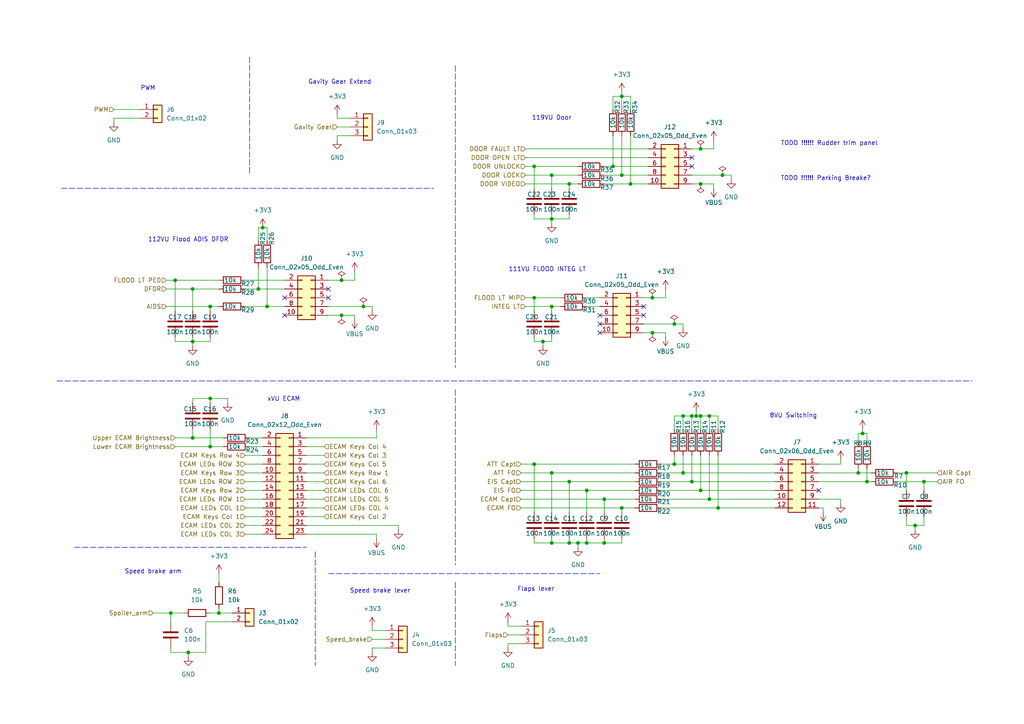
<source format=kicad_sch>
(kicad_sch
	(version 20231120)
	(generator "eeschema")
	(generator_version "8.0")
	(uuid "1b600ee5-8cd7-488e-935b-982d4092a2e8")
	(paper "A4")
	
	(junction
		(at 60.96 129.54)
		(diameter 0)
		(color 0 0 0 0)
		(uuid "005f4cf5-0030-45fb-be29-2878f3b247f8")
	)
	(junction
		(at 154.94 134.62)
		(diameter 0)
		(color 0 0 0 0)
		(uuid "0060e264-c7ed-4d8b-94d7-e5ab70edd64f")
	)
	(junction
		(at 180.34 147.32)
		(diameter 0)
		(color 0 0 0 0)
		(uuid "08d15fce-2d43-4d7c-90ae-b00149ec4af2")
	)
	(junction
		(at 208.28 147.32)
		(diameter 0)
		(color 0 0 0 0)
		(uuid "0e1945a0-d2f8-4ca8-89b3-1da769165f9d")
	)
	(junction
		(at 154.94 86.36)
		(diameter 0)
		(color 0 0 0 0)
		(uuid "126fd424-e6f8-4c1c-8af3-fb26a4f1adfd")
	)
	(junction
		(at 49.53 177.8)
		(diameter 0)
		(color 0 0 0 0)
		(uuid "136d16f8-eed7-4ef0-9bce-ac6779d0a274")
	)
	(junction
		(at 60.96 88.9)
		(diameter 0)
		(color 0 0 0 0)
		(uuid "18d2a531-90ec-426c-be18-07f18cf177cf")
	)
	(junction
		(at 63.5 177.8)
		(diameter 0)
		(color 0 0 0 0)
		(uuid "22768192-e86a-48a1-8ffb-5f004c81afec")
	)
	(junction
		(at 203.2 53.34)
		(diameter 0)
		(color 0 0 0 0)
		(uuid "23d14968-81d0-4037-aff4-9935dff0d808")
	)
	(junction
		(at 167.64 157.48)
		(diameter 0)
		(color 0 0 0 0)
		(uuid "2c15f333-31cb-44e6-a4a7-d1eca3c3b5fe")
	)
	(junction
		(at 203.2 120.65)
		(diameter 0)
		(color 0 0 0 0)
		(uuid "2c5c8958-9067-4e89-be7b-8423bd4fcde7")
	)
	(junction
		(at 180.34 50.8)
		(diameter 0)
		(color 0 0 0 0)
		(uuid "2f1b6611-2c16-4159-ab2e-70c03907a952")
	)
	(junction
		(at 160.02 63.5)
		(diameter 0)
		(color 0 0 0 0)
		(uuid "2f65e92b-eed3-4de8-aaf2-a32126ea362f")
	)
	(junction
		(at 182.88 53.34)
		(diameter 0)
		(color 0 0 0 0)
		(uuid "308a6677-a202-4895-95fe-f22c9108409d")
	)
	(junction
		(at 55.88 99.06)
		(diameter 0)
		(color 0 0 0 0)
		(uuid "3092a739-fe1a-4014-995b-ae33e2f4f1ca")
	)
	(junction
		(at 154.94 48.26)
		(diameter 0)
		(color 0 0 0 0)
		(uuid "360bc8f4-64d4-4174-b17f-a3bb21c77191")
	)
	(junction
		(at 160.02 157.48)
		(diameter 0)
		(color 0 0 0 0)
		(uuid "38907bd6-621b-442a-8b91-874d82cf752e")
	)
	(junction
		(at 189.23 96.52)
		(diameter 0)
		(color 0 0 0 0)
		(uuid "3a59c429-9ff1-4679-84d2-e5756fff37eb")
	)
	(junction
		(at 76.2 66.04)
		(diameter 0)
		(color 0 0 0 0)
		(uuid "4c7e1e33-97aa-404b-bc0f-d7ec87231d75")
	)
	(junction
		(at 175.26 157.48)
		(diameter 0)
		(color 0 0 0 0)
		(uuid "5295d075-f9a2-4b88-9035-33a91f8d12bf")
	)
	(junction
		(at 189.23 86.36)
		(diameter 0)
		(color 0 0 0 0)
		(uuid "5b972fcf-8d79-49a8-91c9-336e64bbaed6")
	)
	(junction
		(at 160.02 88.9)
		(diameter 0)
		(color 0 0 0 0)
		(uuid "5d8b0ca8-8dce-4c60-9ead-aa7b75152807")
	)
	(junction
		(at 251.46 139.7)
		(diameter 0)
		(color 0 0 0 0)
		(uuid "62615d1a-e73c-4c9e-bbbc-1c4962732312")
	)
	(junction
		(at 74.93 83.82)
		(diameter 0)
		(color 0 0 0 0)
		(uuid "64243628-1adf-469e-bc4d-100e503a42a9")
	)
	(junction
		(at 265.43 152.4)
		(diameter 0)
		(color 0 0 0 0)
		(uuid "6a121583-f49b-4fc0-9350-cb72b6832ce7")
	)
	(junction
		(at 165.1 157.48)
		(diameter 0)
		(color 0 0 0 0)
		(uuid "73955dcf-0f16-4e72-b4d7-effbe45b70d3")
	)
	(junction
		(at 201.93 120.65)
		(diameter 0)
		(color 0 0 0 0)
		(uuid "748d630b-ed79-46a2-b70b-96b39762cb31")
	)
	(junction
		(at 99.06 81.28)
		(diameter 0)
		(color 0 0 0 0)
		(uuid "7616cb0b-9554-489e-89e6-8c144d4e48cd")
	)
	(junction
		(at 267.97 139.7)
		(diameter 0)
		(color 0 0 0 0)
		(uuid "7ba16bc5-f0b2-413d-b405-4d00e502357c")
	)
	(junction
		(at 55.88 83.82)
		(diameter 0)
		(color 0 0 0 0)
		(uuid "7bb0eabf-6c8d-4fa9-9da1-69873adb3d0c")
	)
	(junction
		(at 160.02 137.16)
		(diameter 0)
		(color 0 0 0 0)
		(uuid "7c0f7055-42d4-492a-8a3c-f0b13391150d")
	)
	(junction
		(at 170.18 142.24)
		(diameter 0)
		(color 0 0 0 0)
		(uuid "87af354b-5672-42ac-91f1-44fec6a81678")
	)
	(junction
		(at 105.41 88.9)
		(diameter 0)
		(color 0 0 0 0)
		(uuid "8f54fc1d-e2ff-4e30-b436-5deda5c5d586")
	)
	(junction
		(at 262.89 137.16)
		(diameter 0)
		(color 0 0 0 0)
		(uuid "905495a0-5b2d-491a-8b6b-df4bb0106e40")
	)
	(junction
		(at 200.66 120.65)
		(diameter 0)
		(color 0 0 0 0)
		(uuid "918311cc-8df3-499e-a622-510ca7c6c16b")
	)
	(junction
		(at 60.96 115.57)
		(diameter 0)
		(color 0 0 0 0)
		(uuid "92472c8e-178f-4183-a195-0b7a4e422745")
	)
	(junction
		(at 203.2 142.24)
		(diameter 0)
		(color 0 0 0 0)
		(uuid "93f1e078-7531-47a1-b9c9-f3881fb74ff9")
	)
	(junction
		(at 200.66 139.7)
		(diameter 0)
		(color 0 0 0 0)
		(uuid "95e354d2-55ee-41aa-8878-fe472894ba0f")
	)
	(junction
		(at 55.88 127)
		(diameter 0)
		(color 0 0 0 0)
		(uuid "9bb3d0e9-9be7-4fca-a33a-2dc0f5685f62")
	)
	(junction
		(at 177.8 48.26)
		(diameter 0)
		(color 0 0 0 0)
		(uuid "a4267d5f-d923-49ff-aa24-790d5d565903")
	)
	(junction
		(at 165.1 53.34)
		(diameter 0)
		(color 0 0 0 0)
		(uuid "aa8dc669-55df-4640-8e68-255d06dfb2bf")
	)
	(junction
		(at 160.02 50.8)
		(diameter 0)
		(color 0 0 0 0)
		(uuid "ab97a130-573f-4f34-a58e-c651ded4d428")
	)
	(junction
		(at 157.48 99.06)
		(diameter 0)
		(color 0 0 0 0)
		(uuid "ae4754d0-862c-4cc8-bf44-869a317a1a83")
	)
	(junction
		(at 248.92 137.16)
		(diameter 0)
		(color 0 0 0 0)
		(uuid "b47b068d-f00b-417b-93f2-ed9158dc3b86")
	)
	(junction
		(at 209.55 50.8)
		(diameter 0)
		(color 0 0 0 0)
		(uuid "b9404043-6d6b-490a-86fd-eeba63ce5462")
	)
	(junction
		(at 54.61 189.23)
		(diameter 0)
		(color 0 0 0 0)
		(uuid "bc40f412-ae33-4fa8-9075-fef368348243")
	)
	(junction
		(at 170.18 157.48)
		(diameter 0)
		(color 0 0 0 0)
		(uuid "c029288b-abb2-4f37-95cf-836fb2274a02")
	)
	(junction
		(at 175.26 144.78)
		(diameter 0)
		(color 0 0 0 0)
		(uuid "c3f2f4af-b59a-49bc-8a27-3d2127018346")
	)
	(junction
		(at 205.74 144.78)
		(diameter 0)
		(color 0 0 0 0)
		(uuid "d2a811c2-e867-4bd4-b2c8-b06b1e9ce0bd")
	)
	(junction
		(at 195.58 93.98)
		(diameter 0)
		(color 0 0 0 0)
		(uuid "d39c98ec-2cd8-4944-859d-f616ee00e0b3")
	)
	(junction
		(at 205.74 120.65)
		(diameter 0)
		(color 0 0 0 0)
		(uuid "d8c5bd5e-a5a7-47c7-9574-0dc08bb2e556")
	)
	(junction
		(at 250.19 125.73)
		(diameter 0)
		(color 0 0 0 0)
		(uuid "d903f182-d235-4f2e-bc49-bbd8b9111a3a")
	)
	(junction
		(at 99.06 91.44)
		(diameter 0)
		(color 0 0 0 0)
		(uuid "da227127-1403-4bc8-8ecb-afdbf4946cba")
	)
	(junction
		(at 195.58 134.62)
		(diameter 0)
		(color 0 0 0 0)
		(uuid "dc81dbd5-3e6a-428d-9f4f-8a4b913a8166")
	)
	(junction
		(at 198.12 137.16)
		(diameter 0)
		(color 0 0 0 0)
		(uuid "e80cc202-ac28-450c-b17e-11e0e20e0531")
	)
	(junction
		(at 77.47 88.9)
		(diameter 0)
		(color 0 0 0 0)
		(uuid "e80fbaf4-934e-4650-9dcd-2600dc3249c2")
	)
	(junction
		(at 50.8 81.28)
		(diameter 0)
		(color 0 0 0 0)
		(uuid "ec27b961-679d-4632-8b3d-f76942cde660")
	)
	(junction
		(at 165.1 139.7)
		(diameter 0)
		(color 0 0 0 0)
		(uuid "f38040cb-7fca-4a50-9b26-41cd042f2188")
	)
	(junction
		(at 198.12 120.65)
		(diameter 0)
		(color 0 0 0 0)
		(uuid "f815702a-c8ef-4d06-97e7-75d285b0b4ed")
	)
	(junction
		(at 203.2 43.18)
		(diameter 0)
		(color 0 0 0 0)
		(uuid "f8365e31-2afd-402d-bc2c-8b1674964fc4")
	)
	(junction
		(at 180.34 27.94)
		(diameter 0)
		(color 0 0 0 0)
		(uuid "ff1238ed-64b8-4615-a8fb-93ebc9adca53")
	)
	(no_connect
		(at 173.99 91.44)
		(uuid "4d71b882-8223-4d06-8ee0-7389d8501f0e")
	)
	(no_connect
		(at 173.99 96.52)
		(uuid "4fea6dc8-008f-4938-91f0-1f96eaa3102d")
	)
	(no_connect
		(at 82.55 91.44)
		(uuid "5059b450-bc40-4138-aa9b-f5b0f118ffc8")
	)
	(no_connect
		(at 95.25 86.36)
		(uuid "57bd33a4-5c78-4447-b479-d3ac771d2b65")
	)
	(no_connect
		(at 186.69 91.44)
		(uuid "6972eeec-275e-4564-a9f9-c183a8249601")
	)
	(no_connect
		(at 200.66 45.72)
		(uuid "8652915a-1fb7-4758-b1b8-adee9ee0d89f")
	)
	(no_connect
		(at 200.66 48.26)
		(uuid "8bdcd740-4e19-4474-8dc8-67263e8e3649")
	)
	(no_connect
		(at 173.99 93.98)
		(uuid "9467b8d6-f67c-4149-9b2d-e6776f63d9b7")
	)
	(no_connect
		(at 186.69 88.9)
		(uuid "ccc372ba-01bf-4015-8ce2-ed0589b817db")
	)
	(no_connect
		(at 237.49 142.24)
		(uuid "cd50b48f-0a49-4912-b10c-0acf2119df68")
	)
	(no_connect
		(at 95.25 83.82)
		(uuid "d7233e6d-b705-4fc8-be07-9302b73e80a9")
	)
	(no_connect
		(at 82.55 86.36)
		(uuid "fd968bfe-a1c5-47a2-8ad4-1edb8b9949d2")
	)
	(wire
		(pts
			(xy 191.77 147.32) (xy 208.28 147.32)
		)
		(stroke
			(width 0)
			(type default)
		)
		(uuid "000818b7-a597-4d09-95d2-a7c864aa2a10")
	)
	(wire
		(pts
			(xy 200.66 132.08) (xy 200.66 139.7)
		)
		(stroke
			(width 0)
			(type default)
		)
		(uuid "0100232d-1f5e-46b6-85c4-2698d4e825f6")
	)
	(wire
		(pts
			(xy 33.02 34.29) (xy 40.64 34.29)
		)
		(stroke
			(width 0)
			(type default)
		)
		(uuid "013f2f92-0211-498a-ae46-45bc6c054238")
	)
	(wire
		(pts
			(xy 180.34 27.94) (xy 180.34 31.75)
		)
		(stroke
			(width 0)
			(type default)
		)
		(uuid "0378df13-ee2a-421e-af96-8eed3b2325b1")
	)
	(wire
		(pts
			(xy 180.34 50.8) (xy 187.96 50.8)
		)
		(stroke
			(width 0)
			(type default)
		)
		(uuid "04a414c0-0ea6-458c-8bf8-1e92b2334253")
	)
	(wire
		(pts
			(xy 54.61 189.23) (xy 49.53 189.23)
		)
		(stroke
			(width 0)
			(type default)
		)
		(uuid "07792154-41d0-4ab7-ad85-7995c8bcf154")
	)
	(wire
		(pts
			(xy 48.26 81.28) (xy 50.8 81.28)
		)
		(stroke
			(width 0)
			(type default)
		)
		(uuid "08e68002-28fd-4c73-9e0c-1dea5291d993")
	)
	(wire
		(pts
			(xy 180.34 26.67) (xy 180.34 27.94)
		)
		(stroke
			(width 0)
			(type default)
		)
		(uuid "0a50859f-21d0-4cef-bc0c-c226123cdfc7")
	)
	(wire
		(pts
			(xy 177.8 48.26) (xy 187.96 48.26)
		)
		(stroke
			(width 0)
			(type default)
		)
		(uuid "0adc2a29-e711-485d-b38f-ca62083b71ba")
	)
	(wire
		(pts
			(xy 97.79 36.83) (xy 101.6 36.83)
		)
		(stroke
			(width 0)
			(type default)
		)
		(uuid "0cb91822-db29-41e0-b8c3-29075c48ca7e")
	)
	(wire
		(pts
			(xy 248.92 137.16) (xy 248.92 135.89)
		)
		(stroke
			(width 0)
			(type default)
		)
		(uuid "0ceb2e7b-0d0e-4946-96ff-095e2bcde3c0")
	)
	(wire
		(pts
			(xy 165.1 63.5) (xy 160.02 63.5)
		)
		(stroke
			(width 0)
			(type default)
		)
		(uuid "0dfda069-9c23-49d5-bbfa-ca53b36521f9")
	)
	(polyline
		(pts
			(xy 16.51 110.49) (xy 281.94 110.49)
		)
		(stroke
			(width 0)
			(type dash)
		)
		(uuid "1121b67f-0397-4d2b-82b3-3fcb36d7df3a")
	)
	(polyline
		(pts
			(xy 132.08 19.05) (xy 132.08 106.68)
		)
		(stroke
			(width 0)
			(type dash)
		)
		(uuid "115a11cf-16fa-4db8-b591-e754c2ed4810")
	)
	(wire
		(pts
			(xy 267.97 149.86) (xy 267.97 152.4)
		)
		(stroke
			(width 0)
			(type default)
		)
		(uuid "11fc0bee-70c1-4e4f-a459-b4043e48bce5")
	)
	(wire
		(pts
			(xy 74.93 66.04) (xy 76.2 66.04)
		)
		(stroke
			(width 0)
			(type default)
		)
		(uuid "120243e9-7fe4-472c-bf8f-7a8602f330c3")
	)
	(wire
		(pts
			(xy 107.95 182.88) (xy 107.95 181.61)
		)
		(stroke
			(width 0)
			(type default)
		)
		(uuid "1235eec2-b0ff-4e55-8b02-fb119ba2e7b9")
	)
	(wire
		(pts
			(xy 152.4 48.26) (xy 154.94 48.26)
		)
		(stroke
			(width 0)
			(type default)
		)
		(uuid "13a65ca9-04a3-4dee-acd5-0754f73047aa")
	)
	(polyline
		(pts
			(xy 17.78 54.61) (xy 125.73 54.61)
		)
		(stroke
			(width 0)
			(type dash)
		)
		(uuid "13d89f2e-3b65-44a5-aeb4-7c00d8821e94")
	)
	(wire
		(pts
			(xy 205.74 120.65) (xy 205.74 124.46)
		)
		(stroke
			(width 0)
			(type default)
		)
		(uuid "1540bbc6-16d5-4de5-b44b-7930839e7ee7")
	)
	(wire
		(pts
			(xy 160.02 137.16) (xy 160.02 148.59)
		)
		(stroke
			(width 0)
			(type default)
		)
		(uuid "1591d78e-adf9-49c2-969d-3a245bc76994")
	)
	(wire
		(pts
			(xy 237.49 139.7) (xy 251.46 139.7)
		)
		(stroke
			(width 0)
			(type default)
		)
		(uuid "16e66bb7-f2fd-48f4-b2cd-5ff5f54b1992")
	)
	(wire
		(pts
			(xy 165.1 53.34) (xy 167.64 53.34)
		)
		(stroke
			(width 0)
			(type default)
		)
		(uuid "16e9204e-1f16-481d-be33-cac108f2ab05")
	)
	(wire
		(pts
			(xy 238.76 148.59) (xy 238.76 147.32)
		)
		(stroke
			(width 0)
			(type default)
		)
		(uuid "17a948e8-d260-4960-a6ed-d97d69b8ee30")
	)
	(wire
		(pts
			(xy 60.96 177.8) (xy 63.5 177.8)
		)
		(stroke
			(width 0)
			(type default)
		)
		(uuid "18152b8c-98ad-4fde-9f9b-56fcbbe6ae22")
	)
	(wire
		(pts
			(xy 66.04 115.57) (xy 66.04 116.84)
		)
		(stroke
			(width 0)
			(type default)
		)
		(uuid "18440585-7e9d-4d0b-97df-560a53ea7975")
	)
	(wire
		(pts
			(xy 55.88 99.06) (xy 55.88 100.33)
		)
		(stroke
			(width 0)
			(type default)
		)
		(uuid "18c913d4-b53d-46a6-9950-a1366ece64a1")
	)
	(wire
		(pts
			(xy 177.8 27.94) (xy 180.34 27.94)
		)
		(stroke
			(width 0)
			(type default)
		)
		(uuid "19185137-1b12-4c2a-a90e-79d87eacc43d")
	)
	(wire
		(pts
			(xy 203.2 132.08) (xy 203.2 142.24)
		)
		(stroke
			(width 0)
			(type default)
		)
		(uuid "1a27df97-552f-4024-ae2f-78749718a40e")
	)
	(wire
		(pts
			(xy 265.43 152.4) (xy 265.43 153.67)
		)
		(stroke
			(width 0)
			(type default)
		)
		(uuid "1b4b75f5-c43a-4005-88b7-19134e7b5cef")
	)
	(wire
		(pts
			(xy 195.58 93.98) (xy 198.12 93.98)
		)
		(stroke
			(width 0)
			(type default)
		)
		(uuid "1d6b9178-f4b9-4294-bcf3-e3b286027da9")
	)
	(wire
		(pts
			(xy 77.47 88.9) (xy 82.55 88.9)
		)
		(stroke
			(width 0)
			(type default)
		)
		(uuid "1e894545-9ab0-4083-a74f-2f790049c22f")
	)
	(wire
		(pts
			(xy 111.76 187.96) (xy 107.95 187.96)
		)
		(stroke
			(width 0)
			(type default)
		)
		(uuid "1fc64f88-a09f-4b44-94c5-2a746f0e702e")
	)
	(wire
		(pts
			(xy 151.13 137.16) (xy 160.02 137.16)
		)
		(stroke
			(width 0)
			(type default)
		)
		(uuid "1ff98548-6606-445f-8970-ceed9fe6bbc6")
	)
	(wire
		(pts
			(xy 152.4 88.9) (xy 160.02 88.9)
		)
		(stroke
			(width 0)
			(type default)
		)
		(uuid "20327994-01b1-4613-ad93-92a756eb7665")
	)
	(wire
		(pts
			(xy 203.2 142.24) (xy 224.79 142.24)
		)
		(stroke
			(width 0)
			(type default)
		)
		(uuid "2480cbc4-8a80-46e3-9a28-5a1ef5d838c6")
	)
	(wire
		(pts
			(xy 88.9 147.32) (xy 93.98 147.32)
		)
		(stroke
			(width 0)
			(type default)
		)
		(uuid "24a24be6-212c-4fa7-8e33-fa280dc0e26d")
	)
	(wire
		(pts
			(xy 212.09 50.8) (xy 212.09 52.07)
		)
		(stroke
			(width 0)
			(type default)
		)
		(uuid "25748aa6-423c-4a0f-aed0-674c40cf117c")
	)
	(wire
		(pts
			(xy 243.84 144.78) (xy 243.84 146.05)
		)
		(stroke
			(width 0)
			(type default)
		)
		(uuid "26432e82-10bb-4b99-a437-5460c3eb4d61")
	)
	(wire
		(pts
			(xy 102.87 92.71) (xy 102.87 91.44)
		)
		(stroke
			(width 0)
			(type default)
		)
		(uuid "277b2a93-f3f7-4f43-a13a-268fb8534736")
	)
	(wire
		(pts
			(xy 160.02 99.06) (xy 157.48 99.06)
		)
		(stroke
			(width 0)
			(type default)
		)
		(uuid "27f386a7-4521-4df6-bfff-d08f758f2c91")
	)
	(wire
		(pts
			(xy 191.77 134.62) (xy 195.58 134.62)
		)
		(stroke
			(width 0)
			(type default)
		)
		(uuid "2875495e-62dd-4264-b7ac-02a463ca882e")
	)
	(wire
		(pts
			(xy 165.1 139.7) (xy 165.1 148.59)
		)
		(stroke
			(width 0)
			(type default)
		)
		(uuid "29e0795b-f088-4fe7-9799-de61586e3015")
	)
	(wire
		(pts
			(xy 71.12 81.28) (xy 82.55 81.28)
		)
		(stroke
			(width 0)
			(type default)
		)
		(uuid "2abc208c-d5f7-4068-8637-29f07e2b3826")
	)
	(wire
		(pts
			(xy 99.06 81.28) (xy 102.87 81.28)
		)
		(stroke
			(width 0)
			(type default)
		)
		(uuid "2c1250c8-1819-43e0-81e9-5ae81bda2f99")
	)
	(wire
		(pts
			(xy 151.13 147.32) (xy 180.34 147.32)
		)
		(stroke
			(width 0)
			(type default)
		)
		(uuid "2d4477d4-b723-4bc5-8f3c-02754ae4faee")
	)
	(wire
		(pts
			(xy 165.1 139.7) (xy 184.15 139.7)
		)
		(stroke
			(width 0)
			(type default)
		)
		(uuid "2eda62a7-db05-4f01-ba0d-c2dbaefe359f")
	)
	(wire
		(pts
			(xy 191.77 137.16) (xy 198.12 137.16)
		)
		(stroke
			(width 0)
			(type default)
		)
		(uuid "2f1f4c5c-88f6-4618-b341-f2ab79c31556")
	)
	(wire
		(pts
			(xy 267.97 139.7) (xy 271.78 139.7)
		)
		(stroke
			(width 0)
			(type default)
		)
		(uuid "2f78c375-fcf2-47aa-aed9-195e7f992266")
	)
	(wire
		(pts
			(xy 60.96 99.06) (xy 55.88 99.06)
		)
		(stroke
			(width 0)
			(type default)
		)
		(uuid "30696395-8d95-4d96-ba78-d2b103a6bfad")
	)
	(wire
		(pts
			(xy 160.02 63.5) (xy 160.02 64.77)
		)
		(stroke
			(width 0)
			(type default)
		)
		(uuid "33e37a57-c96e-4be7-b2dd-1d75bfc637ed")
	)
	(wire
		(pts
			(xy 50.8 81.28) (xy 63.5 81.28)
		)
		(stroke
			(width 0)
			(type default)
		)
		(uuid "3526b5dd-9d47-4015-b096-ea056b45cb25")
	)
	(wire
		(pts
			(xy 59.69 180.34) (xy 67.31 180.34)
		)
		(stroke
			(width 0)
			(type default)
		)
		(uuid "35902926-0a68-43a3-8c6b-9f6497df3b25")
	)
	(wire
		(pts
			(xy 175.26 156.21) (xy 175.26 157.48)
		)
		(stroke
			(width 0)
			(type default)
		)
		(uuid "35ea24af-dec3-42d3-b593-0fd0b4b94b5f")
	)
	(wire
		(pts
			(xy 60.96 124.46) (xy 60.96 129.54)
		)
		(stroke
			(width 0)
			(type default)
		)
		(uuid "386eb431-af40-4462-9b36-91421336a889")
	)
	(wire
		(pts
			(xy 157.48 99.06) (xy 157.48 100.33)
		)
		(stroke
			(width 0)
			(type default)
		)
		(uuid "38b517d9-e580-4ed1-84ba-6a8519e167f2")
	)
	(wire
		(pts
			(xy 195.58 120.65) (xy 198.12 120.65)
		)
		(stroke
			(width 0)
			(type default)
		)
		(uuid "39cb2c2c-8027-4ffa-8b26-fa740fd8c477")
	)
	(wire
		(pts
			(xy 88.9 139.7) (xy 93.98 139.7)
		)
		(stroke
			(width 0)
			(type default)
		)
		(uuid "3a8b22da-848c-44fa-a72c-b98d61360503")
	)
	(wire
		(pts
			(xy 154.94 99.06) (xy 157.48 99.06)
		)
		(stroke
			(width 0)
			(type default)
		)
		(uuid "3b76b215-5e17-4649-a573-e1fd9cb9ec6a")
	)
	(wire
		(pts
			(xy 203.2 53.34) (xy 207.01 53.34)
		)
		(stroke
			(width 0)
			(type default)
		)
		(uuid "3d7ae1bd-7bd1-4a15-8096-b5acc98f490a")
	)
	(wire
		(pts
			(xy 107.95 88.9) (xy 107.95 90.17)
		)
		(stroke
			(width 0)
			(type default)
		)
		(uuid "3db63a84-21c5-4963-ace7-28e364e9e8b4")
	)
	(wire
		(pts
			(xy 55.88 83.82) (xy 63.5 83.82)
		)
		(stroke
			(width 0)
			(type default)
		)
		(uuid "3de395c6-199e-4162-af7f-71baa92fd503")
	)
	(wire
		(pts
			(xy 262.89 149.86) (xy 262.89 152.4)
		)
		(stroke
			(width 0)
			(type default)
		)
		(uuid "3df7020b-75e4-42c8-a81f-ac545b6efbb8")
	)
	(wire
		(pts
			(xy 160.02 156.21) (xy 160.02 157.48)
		)
		(stroke
			(width 0)
			(type default)
		)
		(uuid "3fb888f4-fcea-4bce-98cc-d49d17dd91bd")
	)
	(wire
		(pts
			(xy 267.97 139.7) (xy 267.97 142.24)
		)
		(stroke
			(width 0)
			(type default)
		)
		(uuid "4012f2e5-80d9-4b40-9fe0-ae183ef1f9fd")
	)
	(wire
		(pts
			(xy 152.4 45.72) (xy 187.96 45.72)
		)
		(stroke
			(width 0)
			(type default)
		)
		(uuid "402f0eeb-3dbe-4e1d-88b5-c8a1ff2519d8")
	)
	(wire
		(pts
			(xy 88.9 127) (xy 109.22 127)
		)
		(stroke
			(width 0)
			(type default)
		)
		(uuid "43f9ece3-978a-46a8-b602-c6d03505fb98")
	)
	(wire
		(pts
			(xy 207.01 54.61) (xy 207.01 53.34)
		)
		(stroke
			(width 0)
			(type default)
		)
		(uuid "45919bb7-f02a-4589-a312-77cb3b99cddd")
	)
	(wire
		(pts
			(xy 111.76 182.88) (xy 107.95 182.88)
		)
		(stroke
			(width 0)
			(type default)
		)
		(uuid "46adfc09-305d-45cb-8a1e-e0a2ad6c8640")
	)
	(wire
		(pts
			(xy 251.46 135.89) (xy 251.46 139.7)
		)
		(stroke
			(width 0)
			(type default)
		)
		(uuid "46de892e-7010-4706-8908-f72ccbdaca9f")
	)
	(wire
		(pts
			(xy 99.06 91.44) (xy 102.87 91.44)
		)
		(stroke
			(width 0)
			(type default)
		)
		(uuid "47e3de13-b8c2-4b94-8f94-0ddbd33d1bdd")
	)
	(wire
		(pts
			(xy 72.39 127) (xy 76.2 127)
		)
		(stroke
			(width 0)
			(type default)
		)
		(uuid "4c1f85c2-0c4f-4598-ad85-df72fdf80bb8")
	)
	(wire
		(pts
			(xy 71.12 149.86) (xy 76.2 149.86)
		)
		(stroke
			(width 0)
			(type default)
		)
		(uuid "4c6947dd-9920-4258-bc46-f046cbf9b5f6")
	)
	(wire
		(pts
			(xy 33.02 35.56) (xy 33.02 34.29)
		)
		(stroke
			(width 0)
			(type default)
		)
		(uuid "4d254c81-bac5-4e40-bfe0-582f02e75eef")
	)
	(wire
		(pts
			(xy 49.53 177.8) (xy 53.34 177.8)
		)
		(stroke
			(width 0)
			(type default)
		)
		(uuid "4d41a6ac-d81d-4d86-90c0-493b56abeb2e")
	)
	(wire
		(pts
			(xy 151.13 186.69) (xy 147.32 186.69)
		)
		(stroke
			(width 0)
			(type default)
		)
		(uuid "4d4675ee-18fb-47b5-8cde-a45772a8db1f")
	)
	(wire
		(pts
			(xy 165.1 157.48) (xy 160.02 157.48)
		)
		(stroke
			(width 0)
			(type default)
		)
		(uuid "4e4ecfa7-cc16-45c4-98dc-44d513b449bc")
	)
	(wire
		(pts
			(xy 260.35 139.7) (xy 267.97 139.7)
		)
		(stroke
			(width 0)
			(type default)
		)
		(uuid "4e76afbe-3901-4e4b-b230-1847cf16a1ae")
	)
	(wire
		(pts
			(xy 50.8 97.79) (xy 50.8 99.06)
		)
		(stroke
			(width 0)
			(type default)
		)
		(uuid "4f521994-2612-4311-a0a9-242cfaee8903")
	)
	(wire
		(pts
			(xy 147.32 184.15) (xy 151.13 184.15)
		)
		(stroke
			(width 0)
			(type default)
		)
		(uuid "50254fec-1f36-4f78-bcf1-79ff83be787a")
	)
	(wire
		(pts
			(xy 191.77 144.78) (xy 205.74 144.78)
		)
		(stroke
			(width 0)
			(type default)
		)
		(uuid "51ac4224-6651-49e2-afc5-5aa23028cd35")
	)
	(wire
		(pts
			(xy 203.2 120.65) (xy 205.74 120.65)
		)
		(stroke
			(width 0)
			(type default)
		)
		(uuid "528231c6-e8ec-4742-9605-c26269c8f611")
	)
	(wire
		(pts
			(xy 191.77 142.24) (xy 203.2 142.24)
		)
		(stroke
			(width 0)
			(type default)
		)
		(uuid "5292c77a-9ea1-474b-ac6e-8cd7646e0dd0")
	)
	(wire
		(pts
			(xy 55.88 127) (xy 64.77 127)
		)
		(stroke
			(width 0)
			(type default)
		)
		(uuid "529d1b9b-d18b-4293-a7e4-0df15e1f3e39")
	)
	(polyline
		(pts
			(xy 21.59 158.75) (xy 88.9 158.75)
		)
		(stroke
			(width 0)
			(type dash)
		)
		(uuid "52d3c3e0-5c1d-4b7d-9669-19b9aae3b6ee")
	)
	(wire
		(pts
			(xy 71.12 134.62) (xy 76.2 134.62)
		)
		(stroke
			(width 0)
			(type default)
		)
		(uuid "534b0d8e-d8f8-44df-b42a-2061f9f41f69")
	)
	(wire
		(pts
			(xy 195.58 132.08) (xy 195.58 134.62)
		)
		(stroke
			(width 0)
			(type default)
		)
		(uuid "5382ae15-e018-4a90-98b1-0780aab93fdb")
	)
	(wire
		(pts
			(xy 72.39 129.54) (xy 76.2 129.54)
		)
		(stroke
			(width 0)
			(type default)
		)
		(uuid "545a3e0d-6310-40de-98bf-24e04b6a122e")
	)
	(wire
		(pts
			(xy 200.66 43.18) (xy 203.2 43.18)
		)
		(stroke
			(width 0)
			(type default)
		)
		(uuid "55763eeb-c742-4bad-8699-69089315a653")
	)
	(wire
		(pts
			(xy 55.88 124.46) (xy 55.88 127)
		)
		(stroke
			(width 0)
			(type default)
		)
		(uuid "5596bfaa-70de-4fe0-868a-b0b625221499")
	)
	(wire
		(pts
			(xy 59.69 189.23) (xy 54.61 189.23)
		)
		(stroke
			(width 0)
			(type default)
		)
		(uuid "563e782e-4805-4d89-bfb6-c20f68e44796")
	)
	(wire
		(pts
			(xy 102.87 78.74) (xy 102.87 81.28)
		)
		(stroke
			(width 0)
			(type default)
		)
		(uuid "5680c05e-2915-44b4-b5f6-46c4877fe965")
	)
	(wire
		(pts
			(xy 71.12 139.7) (xy 76.2 139.7)
		)
		(stroke
			(width 0)
			(type default)
		)
		(uuid "58d53fea-579e-4ef8-8668-d2af4ba849ec")
	)
	(wire
		(pts
			(xy 170.18 86.36) (xy 173.99 86.36)
		)
		(stroke
			(width 0)
			(type default)
		)
		(uuid "5b33a02e-6721-47dc-a803-d4d5b773de93")
	)
	(wire
		(pts
			(xy 203.2 43.18) (xy 207.01 43.18)
		)
		(stroke
			(width 0)
			(type default)
		)
		(uuid "5d341305-c08b-44e5-827e-6278ab83b1db")
	)
	(wire
		(pts
			(xy 251.46 139.7) (xy 252.73 139.7)
		)
		(stroke
			(width 0)
			(type default)
		)
		(uuid "627b3960-c38d-4dee-9c4a-bcb5fc68527d")
	)
	(wire
		(pts
			(xy 243.84 133.35) (xy 243.84 134.62)
		)
		(stroke
			(width 0)
			(type default)
		)
		(uuid "630a2fc1-4c5d-426f-b1b8-0bdfc8a107e4")
	)
	(wire
		(pts
			(xy 152.4 53.34) (xy 165.1 53.34)
		)
		(stroke
			(width 0)
			(type default)
		)
		(uuid "64aa0180-d6e3-4a1a-9617-a9999e0950a5")
	)
	(wire
		(pts
			(xy 209.55 50.8) (xy 212.09 50.8)
		)
		(stroke
			(width 0)
			(type default)
		)
		(uuid "6616b814-efc4-41a5-bf20-75494c5989f5")
	)
	(wire
		(pts
			(xy 175.26 157.48) (xy 170.18 157.48)
		)
		(stroke
			(width 0)
			(type default)
		)
		(uuid "667eb53f-0ee8-44fc-b92b-fde17b704538")
	)
	(wire
		(pts
			(xy 151.13 144.78) (xy 175.26 144.78)
		)
		(stroke
			(width 0)
			(type default)
		)
		(uuid "671c6727-1d53-45e1-9fac-b1817e0f24f7")
	)
	(wire
		(pts
			(xy 251.46 125.73) (xy 251.46 128.27)
		)
		(stroke
			(width 0)
			(type default)
		)
		(uuid "68365fea-a20f-467c-a628-32ce609102c1")
	)
	(wire
		(pts
			(xy 201.93 119.38) (xy 201.93 120.65)
		)
		(stroke
			(width 0)
			(type default)
		)
		(uuid "697acd85-b1e4-4108-9bc5-46c4af4a3a8a")
	)
	(wire
		(pts
			(xy 95.25 88.9) (xy 105.41 88.9)
		)
		(stroke
			(width 0)
			(type default)
		)
		(uuid "6a27d892-0e16-4f1f-9b11-e7ebcc197883")
	)
	(wire
		(pts
			(xy 186.69 86.36) (xy 189.23 86.36)
		)
		(stroke
			(width 0)
			(type default)
		)
		(uuid "6b016f96-53e7-4602-83e8-117b9ca008a7")
	)
	(wire
		(pts
			(xy 167.64 157.48) (xy 165.1 157.48)
		)
		(stroke
			(width 0)
			(type default)
		)
		(uuid "6c1130ab-fa4c-4641-800e-7729b1d6a6ee")
	)
	(polyline
		(pts
			(xy 95.25 166.37) (xy 173.99 166.37)
		)
		(stroke
			(width 0)
			(type dash)
		)
		(uuid "6c356165-6ccc-46c9-a228-ae79008f60b3")
	)
	(wire
		(pts
			(xy 200.66 50.8) (xy 209.55 50.8)
		)
		(stroke
			(width 0)
			(type default)
		)
		(uuid "6d28b9b5-72c7-4e5a-be10-552e8f5debc6")
	)
	(wire
		(pts
			(xy 265.43 152.4) (xy 267.97 152.4)
		)
		(stroke
			(width 0)
			(type default)
		)
		(uuid "6e8cf1d4-246c-4275-b17b-4e96237c6024")
	)
	(wire
		(pts
			(xy 180.34 39.37) (xy 180.34 50.8)
		)
		(stroke
			(width 0)
			(type default)
		)
		(uuid "6ebacbd5-fa48-43dd-816d-d85a9c2893c0")
	)
	(wire
		(pts
			(xy 262.89 137.16) (xy 262.89 142.24)
		)
		(stroke
			(width 0)
			(type default)
		)
		(uuid "701a1f90-a430-49e6-97dd-8015c60191f8")
	)
	(wire
		(pts
			(xy 71.12 142.24) (xy 76.2 142.24)
		)
		(stroke
			(width 0)
			(type default)
		)
		(uuid "7029b97b-f3fa-4e87-85ec-6c9441dddd72")
	)
	(wire
		(pts
			(xy 175.26 48.26) (xy 177.8 48.26)
		)
		(stroke
			(width 0)
			(type default)
		)
		(uuid "707c3812-06c2-4c53-b339-35855df0a6f6")
	)
	(wire
		(pts
			(xy 198.12 137.16) (xy 224.79 137.16)
		)
		(stroke
			(width 0)
			(type default)
		)
		(uuid "7080fb2b-3762-436e-8c60-fad1431aca27")
	)
	(wire
		(pts
			(xy 115.57 152.4) (xy 115.57 153.67)
		)
		(stroke
			(width 0)
			(type default)
		)
		(uuid "714a86be-7e89-4ea8-ac98-1d353731b890")
	)
	(wire
		(pts
			(xy 175.26 144.78) (xy 175.26 148.59)
		)
		(stroke
			(width 0)
			(type default)
		)
		(uuid "718a6f41-9bef-4ee7-8b0a-ab4f9098a99a")
	)
	(wire
		(pts
			(xy 186.69 93.98) (xy 195.58 93.98)
		)
		(stroke
			(width 0)
			(type default)
		)
		(uuid "71d0d038-8a39-4323-a291-9e68496ed3f7")
	)
	(wire
		(pts
			(xy 205.74 132.08) (xy 205.74 144.78)
		)
		(stroke
			(width 0)
			(type default)
		)
		(uuid "733f507d-bc0e-4577-af12-7e9561ccc896")
	)
	(wire
		(pts
			(xy 177.8 39.37) (xy 177.8 48.26)
		)
		(stroke
			(width 0)
			(type default)
		)
		(uuid "7536554d-6d57-40bc-a353-836073f24a7b")
	)
	(wire
		(pts
			(xy 151.13 181.61) (xy 147.32 181.61)
		)
		(stroke
			(width 0)
			(type default)
		)
		(uuid "760d0065-ab14-40ca-a663-9def77524850")
	)
	(wire
		(pts
			(xy 248.92 125.73) (xy 248.92 128.27)
		)
		(stroke
			(width 0)
			(type default)
		)
		(uuid "771421b0-c4cd-462a-b35c-24030ec0fb1f")
	)
	(wire
		(pts
			(xy 71.12 147.32) (xy 76.2 147.32)
		)
		(stroke
			(width 0)
			(type default)
		)
		(uuid "7871ff7c-694a-436b-8869-195e576a9f76")
	)
	(wire
		(pts
			(xy 59.69 180.34) (xy 59.69 189.23)
		)
		(stroke
			(width 0)
			(type default)
		)
		(uuid "78b8df01-b434-4fbd-a53b-a89d27297d35")
	)
	(wire
		(pts
			(xy 109.22 156.21) (xy 109.22 154.94)
		)
		(stroke
			(width 0)
			(type default)
		)
		(uuid "78fd5b69-1730-4576-bfc3-e22a3450306c")
	)
	(wire
		(pts
			(xy 193.04 83.82) (xy 193.04 86.36)
		)
		(stroke
			(width 0)
			(type default)
		)
		(uuid "7ac5b771-cfb6-4cbe-8fa7-8088fe9a8003")
	)
	(wire
		(pts
			(xy 63.5 166.37) (xy 63.5 168.91)
		)
		(stroke
			(width 0)
			(type default)
		)
		(uuid "7acd0974-1bf2-46a9-8834-dfa6c4c6fc1c")
	)
	(wire
		(pts
			(xy 170.18 157.48) (xy 167.64 157.48)
		)
		(stroke
			(width 0)
			(type default)
		)
		(uuid "7cdb8ded-b35a-46c3-af3c-5754bcdf6f26")
	)
	(wire
		(pts
			(xy 71.12 132.08) (xy 76.2 132.08)
		)
		(stroke
			(width 0)
			(type default)
		)
		(uuid "7e00dcf9-d9e2-4952-8699-a86690e54514")
	)
	(wire
		(pts
			(xy 165.1 62.23) (xy 165.1 63.5)
		)
		(stroke
			(width 0)
			(type default)
		)
		(uuid "7e08a38a-39b4-42b5-8af8-706ee2ad7830")
	)
	(wire
		(pts
			(xy 200.66 120.65) (xy 201.93 120.65)
		)
		(stroke
			(width 0)
			(type default)
		)
		(uuid "7e311c43-e1ae-4631-870f-28409b34e898")
	)
	(wire
		(pts
			(xy 189.23 86.36) (xy 193.04 86.36)
		)
		(stroke
			(width 0)
			(type default)
		)
		(uuid "814114e9-00a9-4bee-be31-1918ff939c07")
	)
	(wire
		(pts
			(xy 189.23 96.52) (xy 193.04 96.52)
		)
		(stroke
			(width 0)
			(type default)
		)
		(uuid "81c091fe-87cb-40fe-ad44-ecaced5773c3")
	)
	(wire
		(pts
			(xy 71.12 144.78) (xy 76.2 144.78)
		)
		(stroke
			(width 0)
			(type default)
		)
		(uuid "81ce5df5-bbaf-4c60-b482-0176097072bf")
	)
	(wire
		(pts
			(xy 154.94 134.62) (xy 184.15 134.62)
		)
		(stroke
			(width 0)
			(type default)
		)
		(uuid "8318a00f-aa58-4f9c-9df9-e92b13f3b455")
	)
	(wire
		(pts
			(xy 160.02 50.8) (xy 160.02 54.61)
		)
		(stroke
			(width 0)
			(type default)
		)
		(uuid "83cb66fc-2cb9-44f6-8cb9-c93e918b944c")
	)
	(wire
		(pts
			(xy 71.12 137.16) (xy 76.2 137.16)
		)
		(stroke
			(width 0)
			(type default)
		)
		(uuid "85af93d5-fd64-450a-99ad-951db23a732c")
	)
	(wire
		(pts
			(xy 154.94 48.26) (xy 154.94 54.61)
		)
		(stroke
			(width 0)
			(type default)
		)
		(uuid "85e89f13-d2be-408d-94c7-c947d42a8d5d")
	)
	(wire
		(pts
			(xy 151.13 134.62) (xy 154.94 134.62)
		)
		(stroke
			(width 0)
			(type default)
		)
		(uuid "8637cd73-dd26-497a-8a20-2c634329b782")
	)
	(wire
		(pts
			(xy 44.45 177.8) (xy 49.53 177.8)
		)
		(stroke
			(width 0)
			(type default)
		)
		(uuid "86b22215-623c-47e1-a860-cc056ad378b9")
	)
	(wire
		(pts
			(xy 88.9 149.86) (xy 93.98 149.86)
		)
		(stroke
			(width 0)
			(type default)
		)
		(uuid "879fd32b-f38d-4ec3-a39c-e6b1bc3800d9")
	)
	(wire
		(pts
			(xy 154.94 134.62) (xy 154.94 148.59)
		)
		(stroke
			(width 0)
			(type default)
		)
		(uuid "8859a505-2c92-4db7-b09f-be228b5367b4")
	)
	(wire
		(pts
			(xy 182.88 53.34) (xy 187.96 53.34)
		)
		(stroke
			(width 0)
			(type default)
		)
		(uuid "88ff1e98-d379-4d18-ac2e-ce788baa4a4e")
	)
	(wire
		(pts
			(xy 160.02 88.9) (xy 162.56 88.9)
		)
		(stroke
			(width 0)
			(type default)
		)
		(uuid "8ab24a83-bb9c-416e-99c4-822d476654dc")
	)
	(wire
		(pts
			(xy 160.02 88.9) (xy 160.02 90.17)
		)
		(stroke
			(width 0)
			(type default)
		)
		(uuid "8abfe9ca-7982-49d7-9942-a6c740336c1d")
	)
	(wire
		(pts
			(xy 48.26 83.82) (xy 55.88 83.82)
		)
		(stroke
			(width 0)
			(type default)
		)
		(uuid "8ae18525-523c-4875-b873-51f7ac0bb5c1")
	)
	(wire
		(pts
			(xy 50.8 99.06) (xy 55.88 99.06)
		)
		(stroke
			(width 0)
			(type default)
		)
		(uuid "8b535771-5582-4e3e-b29a-677d609f677b")
	)
	(wire
		(pts
			(xy 74.93 69.85) (xy 74.93 66.04)
		)
		(stroke
			(width 0)
			(type default)
		)
		(uuid "8b762881-4801-477e-8f1a-d520f6f009b1")
	)
	(wire
		(pts
			(xy 60.96 97.79) (xy 60.96 99.06)
		)
		(stroke
			(width 0)
			(type default)
		)
		(uuid "8bcc9bc0-eb88-4882-85cf-f1366152a312")
	)
	(wire
		(pts
			(xy 88.9 129.54) (xy 93.98 129.54)
		)
		(stroke
			(width 0)
			(type default)
		)
		(uuid "8c191ea4-92ad-4fed-b544-b0f7cdc4cd62")
	)
	(wire
		(pts
			(xy 248.92 137.16) (xy 252.73 137.16)
		)
		(stroke
			(width 0)
			(type default)
		)
		(uuid "8d87bb83-a56c-4a35-a991-2a05c2a5b1b4")
	)
	(wire
		(pts
			(xy 248.92 125.73) (xy 250.19 125.73)
		)
		(stroke
			(width 0)
			(type default)
		)
		(uuid "8d9817a4-f4ef-4d53-af9e-7d7c92175f8f")
	)
	(wire
		(pts
			(xy 208.28 120.65) (xy 208.28 124.46)
		)
		(stroke
			(width 0)
			(type default)
		)
		(uuid "8dad8db5-e13e-4982-becf-b2dbbd5c9829")
	)
	(wire
		(pts
			(xy 237.49 147.32) (xy 238.76 147.32)
		)
		(stroke
			(width 0)
			(type default)
		)
		(uuid "8e3f1de8-c030-4ca3-b67c-142672434519")
	)
	(wire
		(pts
			(xy 198.12 132.08) (xy 198.12 137.16)
		)
		(stroke
			(width 0)
			(type default)
		)
		(uuid "8e4e2af4-de92-41c5-823c-667c58eb93d9")
	)
	(wire
		(pts
			(xy 105.41 88.9) (xy 107.95 88.9)
		)
		(stroke
			(width 0)
			(type default)
		)
		(uuid "8f5cdb01-f9ca-47f9-ad0d-b238bf68dbb6")
	)
	(wire
		(pts
			(xy 191.77 139.7) (xy 200.66 139.7)
		)
		(stroke
			(width 0)
			(type default)
		)
		(uuid "90262461-c784-4891-a848-94acbb6b57a0")
	)
	(wire
		(pts
			(xy 180.34 156.21) (xy 180.34 157.48)
		)
		(stroke
			(width 0)
			(type default)
		)
		(uuid "92b9592c-7dfa-40b6-b225-6f367dc6b8ce")
	)
	(wire
		(pts
			(xy 165.1 156.21) (xy 165.1 157.48)
		)
		(stroke
			(width 0)
			(type default)
		)
		(uuid "9550a899-7f2b-4329-8112-79b1f5881c15")
	)
	(wire
		(pts
			(xy 203.2 120.65) (xy 203.2 124.46)
		)
		(stroke
			(width 0)
			(type default)
		)
		(uuid "9849b1b4-f1ae-4862-88c3-e70014bb8b79")
	)
	(wire
		(pts
			(xy 170.18 156.21) (xy 170.18 157.48)
		)
		(stroke
			(width 0)
			(type default)
		)
		(uuid "99a07d12-816a-41ad-8a39-0caa5309c3e3")
	)
	(wire
		(pts
			(xy 60.96 115.57) (xy 66.04 115.57)
		)
		(stroke
			(width 0)
			(type default)
		)
		(uuid "9a426f7c-ae96-4117-8b14-e53b64306338")
	)
	(wire
		(pts
			(xy 198.12 93.98) (xy 198.12 95.25)
		)
		(stroke
			(width 0)
			(type default)
		)
		(uuid "9a469c1b-aeb1-48f5-b733-248e94075709")
	)
	(polyline
		(pts
			(xy 132.08 168.91) (xy 132.08 193.04)
		)
		(stroke
			(width 0)
			(type dash)
		)
		(uuid "a051a54c-8f70-49b4-83a4-3830c2178085")
	)
	(wire
		(pts
			(xy 237.49 144.78) (xy 243.84 144.78)
		)
		(stroke
			(width 0)
			(type default)
		)
		(uuid "a161c272-121b-4f28-8833-d49898be930e")
	)
	(wire
		(pts
			(xy 237.49 137.16) (xy 248.92 137.16)
		)
		(stroke
			(width 0)
			(type default)
		)
		(uuid "a1d2e12c-628a-474e-96b3-f51fea54739d")
	)
	(wire
		(pts
			(xy 237.49 134.62) (xy 243.84 134.62)
		)
		(stroke
			(width 0)
			(type default)
		)
		(uuid "a22c5255-8a5d-481d-aecf-6d4c1b38c9ad")
	)
	(wire
		(pts
			(xy 160.02 137.16) (xy 184.15 137.16)
		)
		(stroke
			(width 0)
			(type default)
		)
		(uuid "a2b5b194-47c1-4a5e-aebb-5e403c46cb04")
	)
	(wire
		(pts
			(xy 74.93 83.82) (xy 82.55 83.82)
		)
		(stroke
			(width 0)
			(type default)
		)
		(uuid "a37cb90e-fc6a-4b85-beb3-b07247c72733")
	)
	(wire
		(pts
			(xy 55.88 97.79) (xy 55.88 99.06)
		)
		(stroke
			(width 0)
			(type default)
		)
		(uuid "a3a5390c-a67d-4355-a26b-0178b06411f4")
	)
	(wire
		(pts
			(xy 49.53 177.8) (xy 49.53 180.34)
		)
		(stroke
			(width 0)
			(type default)
		)
		(uuid "a44640ff-90a1-4d2d-bab9-07ac2244bee8")
	)
	(wire
		(pts
			(xy 175.26 144.78) (xy 184.15 144.78)
		)
		(stroke
			(width 0)
			(type default)
		)
		(uuid "a96026f1-e29e-42dc-819f-25127819c0a3")
	)
	(wire
		(pts
			(xy 165.1 53.34) (xy 165.1 54.61)
		)
		(stroke
			(width 0)
			(type default)
		)
		(uuid "aad4d690-808b-4cb0-ada1-914ad1abc18f")
	)
	(wire
		(pts
			(xy 250.19 125.73) (xy 251.46 125.73)
		)
		(stroke
			(width 0)
			(type default)
		)
		(uuid "aaf1290e-90c4-441f-b8e9-ca90570d8b8e")
	)
	(wire
		(pts
			(xy 200.66 139.7) (xy 224.79 139.7)
		)
		(stroke
			(width 0)
			(type default)
		)
		(uuid "ab65e406-0a59-4e38-bc47-7f731620d57d")
	)
	(wire
		(pts
			(xy 97.79 34.29) (xy 97.79 33.02)
		)
		(stroke
			(width 0)
			(type default)
		)
		(uuid "ac944ccd-5281-4a00-a1ca-e66fc05ef7ae")
	)
	(wire
		(pts
			(xy 50.8 127) (xy 55.88 127)
		)
		(stroke
			(width 0)
			(type default)
		)
		(uuid "acccc0bc-9c14-4748-a0e6-6a75da30dc82")
	)
	(wire
		(pts
			(xy 60.96 115.57) (xy 55.88 115.57)
		)
		(stroke
			(width 0)
			(type default)
		)
		(uuid "ad4a4b67-014e-4fd7-b8c1-9763313ae1db")
	)
	(wire
		(pts
			(xy 97.79 39.37) (xy 97.79 40.64)
		)
		(stroke
			(width 0)
			(type default)
		)
		(uuid "addbda0e-d68c-4d2f-90b3-9df5e4677e37")
	)
	(wire
		(pts
			(xy 60.96 88.9) (xy 60.96 90.17)
		)
		(stroke
			(width 0)
			(type default)
		)
		(uuid "addcd7a3-4283-4c69-afeb-47fc6901dd74")
	)
	(wire
		(pts
			(xy 71.12 83.82) (xy 74.93 83.82)
		)
		(stroke
			(width 0)
			(type default)
		)
		(uuid "ae6465e5-9dc8-4f20-ae26-2fc81e6b96e0")
	)
	(wire
		(pts
			(xy 74.93 77.47) (xy 74.93 83.82)
		)
		(stroke
			(width 0)
			(type default)
		)
		(uuid "aec433ba-d340-42fd-aba0-07220e894f90")
	)
	(wire
		(pts
			(xy 88.9 154.94) (xy 109.22 154.94)
		)
		(stroke
			(width 0)
			(type default)
		)
		(uuid "af4e0aeb-720a-4561-8d12-087ec2524132")
	)
	(wire
		(pts
			(xy 50.8 129.54) (xy 60.96 129.54)
		)
		(stroke
			(width 0)
			(type default)
		)
		(uuid "b154ce7f-9177-4ed1-b831-41b40d200308")
	)
	(wire
		(pts
			(xy 88.9 144.78) (xy 93.98 144.78)
		)
		(stroke
			(width 0)
			(type default)
		)
		(uuid "b2b040ac-0b15-4b71-9a24-53b297889338")
	)
	(wire
		(pts
			(xy 151.13 142.24) (xy 170.18 142.24)
		)
		(stroke
			(width 0)
			(type default)
		)
		(uuid "b2d46dfa-c397-4b87-8ea5-e6dcc4f216ff")
	)
	(wire
		(pts
			(xy 180.34 147.32) (xy 184.15 147.32)
		)
		(stroke
			(width 0)
			(type default)
		)
		(uuid "b6b7570a-690e-499f-b868-1fca0d1235f1")
	)
	(wire
		(pts
			(xy 182.88 39.37) (xy 182.88 53.34)
		)
		(stroke
			(width 0)
			(type default)
		)
		(uuid "b78d10d3-ab48-45f1-98b2-adc58b006886")
	)
	(wire
		(pts
			(xy 147.32 181.61) (xy 147.32 180.34)
		)
		(stroke
			(width 0)
			(type default)
		)
		(uuid "b7a1c967-c0ca-4763-99a6-d4da0037c41b")
	)
	(wire
		(pts
			(xy 208.28 147.32) (xy 224.79 147.32)
		)
		(stroke
			(width 0)
			(type default)
		)
		(uuid "b908f553-72d2-485e-919e-b916ca18bae3")
	)
	(wire
		(pts
			(xy 88.9 142.24) (xy 93.98 142.24)
		)
		(stroke
			(width 0)
			(type default)
		)
		(uuid "b9baef4b-d938-424a-91fe-eb06c6f3038e")
	)
	(wire
		(pts
			(xy 160.02 157.48) (xy 154.94 157.48)
		)
		(stroke
			(width 0)
			(type default)
		)
		(uuid "b9e990b4-f98c-413e-9093-e73371d65116")
	)
	(wire
		(pts
			(xy 180.34 147.32) (xy 180.34 148.59)
		)
		(stroke
			(width 0)
			(type default)
		)
		(uuid "bcb9d7e3-4450-4578-9be8-d6f48a4a9c41")
	)
	(wire
		(pts
			(xy 88.9 137.16) (xy 93.98 137.16)
		)
		(stroke
			(width 0)
			(type default)
		)
		(uuid "bfdcac4f-fa65-43a1-878d-7470551091a8")
	)
	(wire
		(pts
			(xy 250.19 125.73) (xy 250.19 124.46)
		)
		(stroke
			(width 0)
			(type default)
		)
		(uuid "bfe003e7-e620-4da2-9920-1b1ac923bfae")
	)
	(wire
		(pts
			(xy 154.94 86.36) (xy 154.94 90.17)
		)
		(stroke
			(width 0)
			(type default)
		)
		(uuid "c065a18b-d3dd-4680-92ce-2ae6d4affada")
	)
	(polyline
		(pts
			(xy 132.08 113.03) (xy 132.08 163.83)
		)
		(stroke
			(width 0)
			(type dash)
		)
		(uuid "c2e5241d-88d4-42e6-871a-489b70ef43d8")
	)
	(wire
		(pts
			(xy 77.47 77.47) (xy 77.47 88.9)
		)
		(stroke
			(width 0)
			(type default)
		)
		(uuid "c3bb2a8e-fa57-451c-b4f7-0be50cc5cc35")
	)
	(wire
		(pts
			(xy 88.9 132.08) (xy 93.98 132.08)
		)
		(stroke
			(width 0)
			(type default)
		)
		(uuid "c49247fe-8ed4-4b76-ad8c-aede3db1de95")
	)
	(wire
		(pts
			(xy 107.95 187.96) (xy 107.95 189.23)
		)
		(stroke
			(width 0)
			(type default)
		)
		(uuid "c4e02729-924c-4671-bfd1-19be054d2af6")
	)
	(wire
		(pts
			(xy 170.18 88.9) (xy 173.99 88.9)
		)
		(stroke
			(width 0)
			(type default)
		)
		(uuid "c53a9f48-aeca-4d50-97ba-9059a75c56f1")
	)
	(wire
		(pts
			(xy 33.02 31.75) (xy 40.64 31.75)
		)
		(stroke
			(width 0)
			(type default)
		)
		(uuid "c6614598-6af0-4eb4-9455-e60afa4b4764")
	)
	(wire
		(pts
			(xy 205.74 120.65) (xy 208.28 120.65)
		)
		(stroke
			(width 0)
			(type default)
		)
		(uuid "c77c18f2-4684-4abb-a69f-68dd4940e42d")
	)
	(wire
		(pts
			(xy 101.6 39.37) (xy 97.79 39.37)
		)
		(stroke
			(width 0)
			(type default)
		)
		(uuid "c82a2c46-3067-4c82-b8f8-504c33654d63")
	)
	(wire
		(pts
			(xy 154.94 48.26) (xy 167.64 48.26)
		)
		(stroke
			(width 0)
			(type default)
		)
		(uuid "cbd626a0-04e5-450f-a9a4-995e94840fba")
	)
	(wire
		(pts
			(xy 205.74 144.78) (xy 224.79 144.78)
		)
		(stroke
			(width 0)
			(type default)
		)
		(uuid "cc5d7371-0ba6-43c8-8d2d-e05a3dd816e8")
	)
	(wire
		(pts
			(xy 55.88 115.57) (xy 55.88 116.84)
		)
		(stroke
			(width 0)
			(type default)
		)
		(uuid "cdda6f36-c356-43e6-8f40-7f69ba7827c2")
	)
	(wire
		(pts
			(xy 180.34 157.48) (xy 175.26 157.48)
		)
		(stroke
			(width 0)
			(type default)
		)
		(uuid "cef14826-bdd9-446b-8ad9-bf1e64116bff")
	)
	(wire
		(pts
			(xy 262.89 137.16) (xy 260.35 137.16)
		)
		(stroke
			(width 0)
			(type default)
		)
		(uuid "d1b742e9-9952-42dd-9ee5-11edd5a3aa1a")
	)
	(wire
		(pts
			(xy 170.18 142.24) (xy 170.18 148.59)
		)
		(stroke
			(width 0)
			(type default)
		)
		(uuid "d3166ef7-9f9c-44dd-8852-291873f18633")
	)
	(wire
		(pts
			(xy 200.66 120.65) (xy 200.66 124.46)
		)
		(stroke
			(width 0)
			(type default)
		)
		(uuid "d3c33415-dc40-4284-aa6b-b831dc75708a")
	)
	(wire
		(pts
			(xy 193.04 96.52) (xy 193.04 97.79)
		)
		(stroke
			(width 0)
			(type default)
		)
		(uuid "d3ee3c02-b6b7-40a3-a905-18435b076728")
	)
	(wire
		(pts
			(xy 77.47 66.04) (xy 76.2 66.04)
		)
		(stroke
			(width 0)
			(type default)
		)
		(uuid "d69f32e6-de52-4e9e-bbbd-6a5c021725c0")
	)
	(polyline
		(pts
			(xy 72.39 16.51) (xy 72.39 50.8)
		)
		(stroke
			(width 0)
			(type dash)
		)
		(uuid "d6e9de62-1ece-4c3f-8f76-dd707f9e9643")
	)
	(wire
		(pts
			(xy 154.94 156.21) (xy 154.94 157.48)
		)
		(stroke
			(width 0)
			(type default)
		)
		(uuid "d75b48f1-60a7-44e7-933c-c491bb4ffe48")
	)
	(wire
		(pts
			(xy 154.94 86.36) (xy 162.56 86.36)
		)
		(stroke
			(width 0)
			(type default)
		)
		(uuid "d7bac886-29a4-4977-81cf-a2defe06e3f3")
	)
	(wire
		(pts
			(xy 152.4 43.18) (xy 187.96 43.18)
		)
		(stroke
			(width 0)
			(type default)
		)
		(uuid "d8d16ae8-4db4-4690-b5e5-9e0c3259ed11")
	)
	(wire
		(pts
			(xy 175.26 50.8) (xy 180.34 50.8)
		)
		(stroke
			(width 0)
			(type default)
		)
		(uuid "d9df2afb-c1aa-4ed4-8772-984b6d6ef383")
	)
	(wire
		(pts
			(xy 101.6 34.29) (xy 97.79 34.29)
		)
		(stroke
			(width 0)
			(type default)
		)
		(uuid "db049a5a-5200-4496-a569-c917d0f7359f")
	)
	(wire
		(pts
			(xy 160.02 97.79) (xy 160.02 99.06)
		)
		(stroke
			(width 0)
			(type default)
		)
		(uuid "dd041cde-e120-460d-8549-bfc820772ef0")
	)
	(wire
		(pts
			(xy 208.28 132.08) (xy 208.28 147.32)
		)
		(stroke
			(width 0)
			(type default)
		)
		(uuid "dd7dffc7-1d96-40c2-b650-79b653021373")
	)
	(wire
		(pts
			(xy 154.94 62.23) (xy 154.94 63.5)
		)
		(stroke
			(width 0)
			(type default)
		)
		(uuid "dd8e3590-1c03-4817-81e0-abe31d9c4a7b")
	)
	(wire
		(pts
			(xy 186.69 96.52) (xy 189.23 96.52)
		)
		(stroke
			(width 0)
			(type default)
		)
		(uuid "de2c5d88-8a91-45eb-8b40-34a7d7dcadeb")
	)
	(wire
		(pts
			(xy 107.95 185.42) (xy 111.76 185.42)
		)
		(stroke
			(width 0)
			(type default)
		)
		(uuid "de428f58-9438-4a1e-9325-8c48d94b407c")
	)
	(wire
		(pts
			(xy 54.61 190.5) (xy 54.61 189.23)
		)
		(stroke
			(width 0)
			(type default)
		)
		(uuid "df4272c4-b932-4c5e-818b-c83d0c615817")
	)
	(wire
		(pts
			(xy 71.12 152.4) (xy 76.2 152.4)
		)
		(stroke
			(width 0)
			(type default)
		)
		(uuid "dfd511ca-c12c-429a-bf5c-3764772e0791")
	)
	(wire
		(pts
			(xy 195.58 134.62) (xy 224.79 134.62)
		)
		(stroke
			(width 0)
			(type default)
		)
		(uuid "e05edf58-5aba-4f08-8219-31299bd7033b")
	)
	(wire
		(pts
			(xy 198.12 120.65) (xy 198.12 124.46)
		)
		(stroke
			(width 0)
			(type default)
		)
		(uuid "e0afd135-16d2-4df5-8924-3217270cbb43")
	)
	(wire
		(pts
			(xy 154.94 63.5) (xy 160.02 63.5)
		)
		(stroke
			(width 0)
			(type default)
		)
		(uuid "e0f35cfc-497f-4152-9373-35c7eda4c738")
	)
	(wire
		(pts
			(xy 201.93 120.65) (xy 203.2 120.65)
		)
		(stroke
			(width 0)
			(type default)
		)
		(uuid "e1ddaac0-ad06-4a85-ba62-fa2ce1182b69")
	)
	(wire
		(pts
			(xy 63.5 176.53) (xy 63.5 177.8)
		)
		(stroke
			(width 0)
			(type default)
		)
		(uuid "e284c102-ee4d-4c6a-8b13-55de8e85ecd7")
	)
	(polyline
		(pts
			(xy 91.44 160.02) (xy 91.44 193.04)
		)
		(stroke
			(width 0)
			(type dash)
		)
		(uuid "e372800a-cc56-4111-a1ad-d7a12cf8c221")
	)
	(wire
		(pts
			(xy 198.12 120.65) (xy 200.66 120.65)
		)
		(stroke
			(width 0)
			(type default)
		)
		(uuid "e493adf5-7868-4fa7-943a-92ea199d9035")
	)
	(wire
		(pts
			(xy 160.02 50.8) (xy 167.64 50.8)
		)
		(stroke
			(width 0)
			(type default)
		)
		(uuid "e638f7f2-258f-40a9-aebc-a6d400950de3")
	)
	(wire
		(pts
			(xy 95.25 81.28) (xy 99.06 81.28)
		)
		(stroke
			(width 0)
			(type default)
		)
		(uuid "e66b5d57-88c6-4fac-8f2d-83c2ea0ac624")
	)
	(wire
		(pts
			(xy 71.12 88.9) (xy 77.47 88.9)
		)
		(stroke
			(width 0)
			(type default)
		)
		(uuid "e6723727-f59d-4af0-a3e9-f35d567f5117")
	)
	(wire
		(pts
			(xy 147.32 186.69) (xy 147.32 187.96)
		)
		(stroke
			(width 0)
			(type default)
		)
		(uuid "e754a3a0-f516-41dc-aa56-31796b0fd8f1")
	)
	(wire
		(pts
			(xy 55.88 83.82) (xy 55.88 90.17)
		)
		(stroke
			(width 0)
			(type default)
		)
		(uuid "e75a2cbe-e195-4959-9ebb-b02aa56922ec")
	)
	(wire
		(pts
			(xy 177.8 31.75) (xy 177.8 27.94)
		)
		(stroke
			(width 0)
			(type default)
		)
		(uuid "e78c7378-196c-4193-9263-7da3a50e8789")
	)
	(wire
		(pts
			(xy 88.9 134.62) (xy 93.98 134.62)
		)
		(stroke
			(width 0)
			(type default)
		)
		(uuid "e79982e1-2445-48dc-9b4a-01f0a906d55d")
	)
	(wire
		(pts
			(xy 200.66 53.34) (xy 203.2 53.34)
		)
		(stroke
			(width 0)
			(type default)
		)
		(uuid "e7ed9737-6842-4751-89f8-479a92113047")
	)
	(wire
		(pts
			(xy 60.96 129.54) (xy 64.77 129.54)
		)
		(stroke
			(width 0)
			(type default)
		)
		(uuid "e8b80add-74b5-4957-8cee-64993e0ab37e")
	)
	(wire
		(pts
			(xy 271.78 137.16) (xy 262.89 137.16)
		)
		(stroke
			(width 0)
			(type default)
		)
		(uuid "e9c9bb6f-9fb0-4413-bde3-732bc3124a62")
	)
	(wire
		(pts
			(xy 195.58 124.46) (xy 195.58 120.65)
		)
		(stroke
			(width 0)
			(type default)
		)
		(uuid "eb153ea8-d825-4bca-aec0-8d2c8d5b841a")
	)
	(wire
		(pts
			(xy 50.8 81.28) (xy 50.8 90.17)
		)
		(stroke
			(width 0)
			(type default)
		)
		(uuid "ec522a63-7ee8-4c25-bcdb-90edd1d6c65d")
	)
	(wire
		(pts
			(xy 60.96 116.84) (xy 60.96 115.57)
		)
		(stroke
			(width 0)
			(type default)
		)
		(uuid "eda361c4-9dee-4e44-88b7-caf744aa1fa9")
	)
	(wire
		(pts
			(xy 182.88 31.75) (xy 182.88 27.94)
		)
		(stroke
			(width 0)
			(type default)
		)
		(uuid "f06d519b-056c-4ae4-91b7-e8c3c5882850")
	)
	(wire
		(pts
			(xy 207.01 40.64) (xy 207.01 43.18)
		)
		(stroke
			(width 0)
			(type default)
		)
		(uuid "f0f1ce59-3b81-4b91-a4fc-b74b82ec7cfc")
	)
	(wire
		(pts
			(xy 71.12 154.94) (xy 76.2 154.94)
		)
		(stroke
			(width 0)
			(type default)
		)
		(uuid "f140a13e-d9ed-4505-91fd-a13fb9318731")
	)
	(wire
		(pts
			(xy 152.4 86.36) (xy 154.94 86.36)
		)
		(stroke
			(width 0)
			(type default)
		)
		(uuid "f1930e59-f3e9-477d-a414-fc9be0e33412")
	)
	(wire
		(pts
			(xy 152.4 50.8) (xy 160.02 50.8)
		)
		(stroke
			(width 0)
			(type default)
		)
		(uuid "f1cfe4e1-8b2f-4ca3-b1e8-f8832cef04c2")
	)
	(wire
		(pts
			(xy 49.53 189.23) (xy 49.53 187.96)
		)
		(stroke
			(width 0)
			(type default)
		)
		(uuid "f343ae9c-af21-4853-b18b-ab0cf433e6dc")
	)
	(wire
		(pts
			(xy 170.18 142.24) (xy 184.15 142.24)
		)
		(stroke
			(width 0)
			(type default)
		)
		(uuid "f6c14d1b-e629-4799-8472-eb2ebe1afa01")
	)
	(wire
		(pts
			(xy 48.26 88.9) (xy 60.96 88.9)
		)
		(stroke
			(width 0)
			(type default)
		)
		(uuid "f7187a62-21a2-4cdf-8982-48e5b98365bb")
	)
	(wire
		(pts
			(xy 88.9 152.4) (xy 115.57 152.4)
		)
		(stroke
			(width 0)
			(type default)
		)
		(uuid "f7ac365b-c5e2-476c-807e-024cce510f77")
	)
	(wire
		(pts
			(xy 109.22 124.46) (xy 109.22 127)
		)
		(stroke
			(width 0)
			(type default)
		)
		(uuid "f7facbc4-c287-4195-b4d4-9dfde1a578b2")
	)
	(wire
		(pts
			(xy 95.25 91.44) (xy 99.06 91.44)
		)
		(stroke
			(width 0)
			(type default)
		)
		(uuid "f861453a-2f0c-4b72-a009-181b07b7f0d7")
	)
	(wire
		(pts
			(xy 77.47 69.85) (xy 77.47 66.04)
		)
		(stroke
			(width 0)
			(type default)
		)
		(uuid "f870680e-4099-44ff-b04f-42c1961d2b52")
	)
	(wire
		(pts
			(xy 160.02 62.23) (xy 160.02 63.5)
		)
		(stroke
			(width 0)
			(type default)
		)
		(uuid "f95d5808-0998-473c-a913-6728a058dae2")
	)
	(wire
		(pts
			(xy 67.31 177.8) (xy 63.5 177.8)
		)
		(stroke
			(width 0)
			(type default)
		)
		(uuid "f9f1f524-872e-49e9-80a8-695b0ee3c33f")
	)
	(wire
		(pts
			(xy 60.96 88.9) (xy 63.5 88.9)
		)
		(stroke
			(width 0)
			(type default)
		)
		(uuid "f9ffc18e-1410-4c60-884b-844509a3a777")
	)
	(wire
		(pts
			(xy 182.88 27.94) (xy 180.34 27.94)
		)
		(stroke
			(width 0)
			(type default)
		)
		(uuid "fa2d2a98-5dca-4df9-a74f-54f3d905d096")
	)
	(wire
		(pts
			(xy 262.89 152.4) (xy 265.43 152.4)
		)
		(stroke
			(width 0)
			(type default)
		)
		(uuid "fb3b069a-f4c2-4ef9-9b5a-8fbbf8c05d9c")
	)
	(wire
		(pts
			(xy 175.26 53.34) (xy 182.88 53.34)
		)
		(stroke
			(width 0)
			(type default)
		)
		(uuid "fdf0d065-d231-483d-97bf-bc7cff548301")
	)
	(wire
		(pts
			(xy 167.64 158.75) (xy 167.64 157.48)
		)
		(stroke
			(width 0)
			(type default)
		)
		(uuid "fe112611-4bc3-4716-804a-a54365747851")
	)
	(wire
		(pts
			(xy 154.94 97.79) (xy 154.94 99.06)
		)
		(stroke
			(width 0)
			(type default)
		)
		(uuid "fe9db7b5-a136-430a-8cdc-eb42cc5d03b9")
	)
	(wire
		(pts
			(xy 151.13 139.7) (xy 165.1 139.7)
		)
		(stroke
			(width 0)
			(type default)
		)
		(uuid "fef7b618-e6dd-466f-89cf-d4e762634e77")
	)
	(text "TODO !!!!!! Parking Breake?"
		(exclude_from_sim no)
		(at 239.522 51.816 0)
		(effects
			(font
				(size 1.27 1.27)
			)
		)
		(uuid "0e61debd-7aba-4439-b9b2-aba86f7719b4")
	)
	(text "Flaps lever"
		(exclude_from_sim no)
		(at 155.448 170.942 0)
		(effects
			(font
				(size 1.27 1.27)
			)
		)
		(uuid "1b2186df-fffe-4107-ab90-6a85e1436bc4")
	)
	(text "TODO !!!!!! Rudder trim panel"
		(exclude_from_sim no)
		(at 240.538 41.656 0)
		(effects
			(font
				(size 1.27 1.27)
			)
		)
		(uuid "2dbdec7a-b01f-47b4-b836-4add8228eff4")
	)
	(text "119VU Door"
		(exclude_from_sim no)
		(at 160.02 34.29 0)
		(effects
			(font
				(size 1.27 1.27)
			)
		)
		(uuid "30133e62-25be-47ba-8c44-751cfcf63469")
	)
	(text "xVU ECAM"
		(exclude_from_sim no)
		(at 82.296 115.824 0)
		(effects
			(font
				(size 1.27 1.27)
			)
		)
		(uuid "60f24a6f-7646-486f-8bf7-a4750d655d85")
	)
	(text "Speed brake arm"
		(exclude_from_sim no)
		(at 44.45 165.862 0)
		(effects
			(font
				(size 1.27 1.27)
			)
		)
		(uuid "8c34b01b-208f-4fca-9ae8-61427ee14f7e")
	)
	(text "Gavity Gear Extend"
		(exclude_from_sim no)
		(at 98.552 23.876 0)
		(effects
			(font
				(size 1.27 1.27)
			)
		)
		(uuid "8e413e58-6f8f-4d79-a152-9cc3c4fe609c")
	)
	(text "Speed brake lever"
		(exclude_from_sim no)
		(at 110.236 171.45 0)
		(effects
			(font
				(size 1.27 1.27)
			)
		)
		(uuid "b10638a4-bc53-407d-a095-9129039ba270")
	)
	(text "112VU Flood ADIS DFDR"
		(exclude_from_sim no)
		(at 54.61 69.596 0)
		(effects
			(font
				(size 1.27 1.27)
			)
		)
		(uuid "b7bff267-0376-4dd0-8228-fd5a42cf7a5a")
	)
	(text "PWM"
		(exclude_from_sim no)
		(at 42.926 25.654 0)
		(effects
			(font
				(size 1.27 1.27)
			)
		)
		(uuid "c4dfd87c-b24a-4271-8e7d-d25f8adb5a0c")
	)
	(text "8VU Switching"
		(exclude_from_sim no)
		(at 230.124 120.65 0)
		(effects
			(font
				(size 1.27 1.27)
			)
		)
		(uuid "e865a156-e849-4cdb-927d-a0d2bf6ce491")
	)
	(text "111VU FLOOD INTEG LT"
		(exclude_from_sim no)
		(at 158.75 78.232 0)
		(effects
			(font
				(size 1.27 1.27)
			)
		)
		(uuid "f1f8b921-891c-4ca6-8da4-626ec75327b7")
	)
	(hierarchical_label "FLOOD LT MIP"
		(shape input)
		(at 152.4 86.36 180)
		(fields_autoplaced yes)
		(effects
			(font
				(size 1.27 1.27)
			)
			(justify right)
		)
		(uuid "008826c6-8f47-4268-afe7-ce3a201fcedc")
	)
	(hierarchical_label "ECAM Capt"
		(shape input)
		(at 151.13 144.78 180)
		(fields_autoplaced yes)
		(effects
			(font
				(size 1.27 1.27)
			)
			(justify right)
		)
		(uuid "00db4812-c799-4c63-a5b0-731d6fc4d22f")
	)
	(hierarchical_label "EIS Capt"
		(shape input)
		(at 151.13 139.7 180)
		(fields_autoplaced yes)
		(effects
			(font
				(size 1.27 1.27)
			)
			(justify right)
		)
		(uuid "04a32763-d116-41f2-bff2-802ee3be55d4")
	)
	(hierarchical_label "ECAM LEDs COL 3"
		(shape input)
		(at 71.12 154.94 180)
		(fields_autoplaced yes)
		(effects
			(font
				(size 1.27 1.27)
			)
			(justify right)
		)
		(uuid "14a3dff2-6cc1-463f-a9c1-de3527cec44a")
	)
	(hierarchical_label "ECAM LEDs ROW 3"
		(shape input)
		(at 71.12 134.62 180)
		(fields_autoplaced yes)
		(effects
			(font
				(size 1.27 1.27)
			)
			(justify right)
		)
		(uuid "16f2e782-4d03-4b1f-a5ee-c909ff52efe7")
	)
	(hierarchical_label "Spoiler_arm"
		(shape input)
		(at 44.45 177.8 180)
		(fields_autoplaced yes)
		(effects
			(font
				(size 1.27 1.27)
			)
			(justify right)
		)
		(uuid "1ce9269b-8e27-4286-8796-276615d41795")
	)
	(hierarchical_label "DFDR"
		(shape input)
		(at 48.26 83.82 180)
		(fields_autoplaced yes)
		(effects
			(font
				(size 1.27 1.27)
			)
			(justify right)
		)
		(uuid "2656f816-1ac4-4a60-94ca-85fac7068598")
	)
	(hierarchical_label "ATT FO"
		(shape input)
		(at 151.13 137.16 180)
		(fields_autoplaced yes)
		(effects
			(font
				(size 1.27 1.27)
			)
			(justify right)
		)
		(uuid "3107b02f-8774-4bd3-a818-8fd96d5979a1")
	)
	(hierarchical_label "ECAM Keys Row 4"
		(shape input)
		(at 71.12 132.08 180)
		(fields_autoplaced yes)
		(effects
			(font
				(size 1.27 1.27)
			)
			(justify right)
		)
		(uuid "35438cf0-8ec8-432e-a653-24b6422ee82e")
	)
	(hierarchical_label "DOOR OPEN LT"
		(shape input)
		(at 152.4 45.72 180)
		(fields_autoplaced yes)
		(effects
			(font
				(size 1.27 1.27)
			)
			(justify right)
		)
		(uuid "3a2f7f15-8cb0-4914-9596-4cc0402a5d91")
	)
	(hierarchical_label "ECAM Keys Row 1"
		(shape input)
		(at 93.98 137.16 0)
		(fields_autoplaced yes)
		(effects
			(font
				(size 1.27 1.27)
			)
			(justify left)
		)
		(uuid "3a897a0b-e857-4109-b7d3-46f398a46660")
	)
	(hierarchical_label "ECAM Keys Col 6"
		(shape input)
		(at 93.98 139.7 0)
		(fields_autoplaced yes)
		(effects
			(font
				(size 1.27 1.27)
			)
			(justify left)
		)
		(uuid "3c1a0513-8771-41f4-a865-d17ac53d7ab3")
	)
	(hierarchical_label "ATT Capt"
		(shape input)
		(at 151.13 134.62 180)
		(fields_autoplaced yes)
		(effects
			(font
				(size 1.27 1.27)
			)
			(justify right)
		)
		(uuid "3f8f9804-3986-4fb7-845f-9ebc30cdbc4a")
	)
	(hierarchical_label "EIS FO"
		(shape input)
		(at 151.13 142.24 180)
		(fields_autoplaced yes)
		(effects
			(font
				(size 1.27 1.27)
			)
			(justify right)
		)
		(uuid "4ec2ce09-a0b1-42a1-bdf8-1ad51403b7b2")
	)
	(hierarchical_label "ECAM LEDs COL 5"
		(shape input)
		(at 93.98 144.78 0)
		(fields_autoplaced yes)
		(effects
			(font
				(size 1.27 1.27)
			)
			(justify left)
		)
		(uuid "4f30004b-7d90-4aab-b530-178cd56af467")
	)
	(hierarchical_label "Speed_brake"
		(shape input)
		(at 107.95 185.42 180)
		(fields_autoplaced yes)
		(effects
			(font
				(size 1.27 1.27)
			)
			(justify right)
		)
		(uuid "523125ac-3893-4644-9039-6f5c12ef5487")
	)
	(hierarchical_label "Flaps"
		(shape input)
		(at 147.32 184.15 180)
		(fields_autoplaced yes)
		(effects
			(font
				(size 1.27 1.27)
			)
			(justify right)
		)
		(uuid "54c2eeb7-71b4-40b7-b184-16588c502b78")
	)
	(hierarchical_label "ECAM Keys Row 2"
		(shape input)
		(at 71.12 142.24 180)
		(fields_autoplaced yes)
		(effects
			(font
				(size 1.27 1.27)
			)
			(justify right)
		)
		(uuid "5914882f-f5bd-4802-95c5-099a295ceec6")
	)
	(hierarchical_label "ECAM LEDs COL 6"
		(shape input)
		(at 93.98 142.24 0)
		(fields_autoplaced yes)
		(effects
			(font
				(size 1.27 1.27)
			)
			(justify left)
		)
		(uuid "6237dd16-7c65-445f-aeb9-ff7f7ea613c4")
	)
	(hierarchical_label "DOOR LOCK"
		(shape input)
		(at 152.4 50.8 180)
		(fields_autoplaced yes)
		(effects
			(font
				(size 1.27 1.27)
			)
			(justify right)
		)
		(uuid "6542d8a5-fa4a-4aec-8c71-8762a3532f8b")
	)
	(hierarchical_label "DOOR VIDEO"
		(shape input)
		(at 152.4 53.34 180)
		(fields_autoplaced yes)
		(effects
			(font
				(size 1.27 1.27)
			)
			(justify right)
		)
		(uuid "65d4df36-4cb4-46bf-aabb-e515661695f4")
	)
	(hierarchical_label "ECAM LEDs ROW 2"
		(shape input)
		(at 71.12 139.7 180)
		(fields_autoplaced yes)
		(effects
			(font
				(size 1.27 1.27)
			)
			(justify right)
		)
		(uuid "6b0cb97c-837b-4142-a52a-672a6a3d84a2")
	)
	(hierarchical_label "ECAM Keys Col 2"
		(shape input)
		(at 93.98 149.86 0)
		(fields_autoplaced yes)
		(effects
			(font
				(size 1.27 1.27)
			)
			(justify left)
		)
		(uuid "6bb55e87-58d3-4eec-9886-5b9bb34996f7")
	)
	(hierarchical_label "ECAM LEDs COL 1"
		(shape input)
		(at 71.12 147.32 180)
		(fields_autoplaced yes)
		(effects
			(font
				(size 1.27 1.27)
			)
			(justify right)
		)
		(uuid "772a3ae5-3964-41bc-9419-0ec91ef6dcf0")
	)
	(hierarchical_label "ECAM Keys Row 3"
		(shape input)
		(at 71.12 137.16 180)
		(fields_autoplaced yes)
		(effects
			(font
				(size 1.27 1.27)
			)
			(justify right)
		)
		(uuid "777c6360-0b4b-4ec9-b86a-175f6ad6f607")
	)
	(hierarchical_label "AIR Capt"
		(shape input)
		(at 271.78 137.16 0)
		(fields_autoplaced yes)
		(effects
			(font
				(size 1.27 1.27)
			)
			(justify left)
		)
		(uuid "78708c49-0bf2-43ae-9e56-f9d0570b99ab")
	)
	(hierarchical_label "Lower ECAM Brightness"
		(shape input)
		(at 50.8 129.54 180)
		(fields_autoplaced yes)
		(effects
			(font
				(size 1.27 1.27)
			)
			(justify right)
		)
		(uuid "7c6e57b9-6fb4-41bb-a692-83564785451e")
	)
	(hierarchical_label "ECAM Keys Col 3"
		(shape input)
		(at 93.98 132.08 0)
		(fields_autoplaced yes)
		(effects
			(font
				(size 1.27 1.27)
			)
			(justify left)
		)
		(uuid "847ac3f5-15eb-4d79-ba0f-25974354c3c7")
	)
	(hierarchical_label "ECAM LEDs COL 2"
		(shape input)
		(at 71.12 152.4 180)
		(fields_autoplaced yes)
		(effects
			(font
				(size 1.27 1.27)
			)
			(justify right)
		)
		(uuid "950e0a60-55ca-4cd5-8026-78a0020b5f39")
	)
	(hierarchical_label "PWM"
		(shape input)
		(at 33.02 31.75 180)
		(fields_autoplaced yes)
		(effects
			(font
				(size 1.27 1.27)
			)
			(justify right)
		)
		(uuid "9a0562b3-ab06-45f2-8da0-9882c73fb86a")
	)
	(hierarchical_label "ECAM Keys Col 5"
		(shape input)
		(at 93.98 134.62 0)
		(fields_autoplaced yes)
		(effects
			(font
				(size 1.27 1.27)
			)
			(justify left)
		)
		(uuid "a2d5138d-36a1-43c7-aade-eec03f000af1")
	)
	(hierarchical_label "AIR FO"
		(shape input)
		(at 271.78 139.7 0)
		(fields_autoplaced yes)
		(effects
			(font
				(size 1.27 1.27)
			)
			(justify left)
		)
		(uuid "b4729d59-503a-45d9-9138-b82fcff6541e")
	)
	(hierarchical_label "Upper ECAM Brightness"
		(shape input)
		(at 50.8 127 180)
		(fields_autoplaced yes)
		(effects
			(font
				(size 1.27 1.27)
			)
			(justify right)
		)
		(uuid "c0cfc2c3-25a6-40ab-b770-915770d00b22")
	)
	(hierarchical_label "FLOOD LT PED"
		(shape input)
		(at 48.26 81.28 180)
		(fields_autoplaced yes)
		(effects
			(font
				(size 1.27 1.27)
			)
			(justify right)
		)
		(uuid "cf93de67-c8bf-4b3a-9dc9-c467d12856a4")
	)
	(hierarchical_label "ECAM FO"
		(shape input)
		(at 151.13 147.32 180)
		(fields_autoplaced yes)
		(effects
			(font
				(size 1.27 1.27)
			)
			(justify right)
		)
		(uuid "d3dc50ae-706d-45ec-bcbb-91501c3fb390")
	)
	(hierarchical_label "ECAM LEDs ROW 1"
		(shape input)
		(at 71.12 144.78 180)
		(fields_autoplaced yes)
		(effects
			(font
				(size 1.27 1.27)
			)
			(justify right)
		)
		(uuid "d8091bc9-d816-4b08-95e0-d27f68fbaeed")
	)
	(hierarchical_label "INTEG LT"
		(shape input)
		(at 152.4 88.9 180)
		(fields_autoplaced yes)
		(effects
			(font
				(size 1.27 1.27)
			)
			(justify right)
		)
		(uuid "daaf6d6e-3516-47fe-8f45-251ba0e684ce")
	)
	(hierarchical_label "DOOR UNLOCK"
		(shape input)
		(at 152.4 48.26 180)
		(fields_autoplaced yes)
		(effects
			(font
				(size 1.27 1.27)
			)
			(justify right)
		)
		(uuid "dd69dcf6-8dc5-470c-841e-a3c45805f054")
	)
	(hierarchical_label "Gavity Gear"
		(shape input)
		(at 97.79 36.83 180)
		(fields_autoplaced yes)
		(effects
			(font
				(size 1.27 1.27)
			)
			(justify right)
		)
		(uuid "de55e219-38bc-4d6c-b588-7bb549a8a93b")
	)
	(hierarchical_label "ECAM LEDs COL 4"
		(shape input)
		(at 93.98 147.32 0)
		(fields_autoplaced yes)
		(effects
			(font
				(size 1.27 1.27)
			)
			(justify left)
		)
		(uuid "e2028aaa-4ebf-4846-bf07-33b85e3ca644")
	)
	(hierarchical_label "ECAM Keys Col 1"
		(shape input)
		(at 71.12 149.86 180)
		(fields_autoplaced yes)
		(effects
			(font
				(size 1.27 1.27)
			)
			(justify right)
		)
		(uuid "e93b7a64-f122-47fc-965e-9cbc35bea3fb")
	)
	(hierarchical_label "AIDS"
		(shape input)
		(at 48.26 88.9 180)
		(fields_autoplaced yes)
		(effects
			(font
				(size 1.27 1.27)
			)
			(justify right)
		)
		(uuid "eb147fbc-484f-4e6c-8add-c1c23f9a6629")
	)
	(hierarchical_label "ECAM Keys Col 4"
		(shape input)
		(at 93.98 129.54 0)
		(fields_autoplaced yes)
		(effects
			(font
				(size 1.27 1.27)
			)
			(justify left)
		)
		(uuid "edd4b0e9-cc45-4996-8a7f-e4a5118080e2")
	)
	(hierarchical_label "DOOR FAULT LT"
		(shape input)
		(at 152.4 43.18 180)
		(fields_autoplaced yes)
		(effects
			(font
				(size 1.27 1.27)
			)
			(justify right)
		)
		(uuid "fe49f968-354b-40a0-bf60-d1e06becaa12")
	)
	(symbol
		(lib_id "Device:C")
		(at 170.18 152.4 180)
		(unit 1)
		(exclude_from_sim no)
		(in_bom yes)
		(on_board yes)
		(dnp no)
		(uuid "0123ef7b-82c8-4b18-a72f-8a5fe51266b4")
		(property "Reference" "C12"
			(at 168.148 150.368 0)
			(effects
				(font
					(size 1.27 1.27)
				)
				(justify right)
			)
		)
		(property "Value" "100n"
			(at 167.64 154.686 0)
			(effects
				(font
					(size 1.27 1.27)
				)
				(justify right)
			)
		)
		(property "Footprint" "Capacitor_SMD:C_0603_1608Metric"
			(at 169.2148 148.59 0)
			(effects
				(font
					(size 1.27 1.27)
				)
				(hide yes)
			)
		)
		(property "Datasheet" "https://www.lcsc.com/datasheet/lcsc_datasheet_2211101700_YAGEO-CC0603KRX7R9BB104_C14663.pdf"
			(at 170.18 152.4 0)
			(effects
				(font
					(size 1.27 1.27)
				)
				(hide yes)
			)
		)
		(property "Description" "Unpolarized capacitor"
			(at 170.18 152.4 0)
			(effects
				(font
					(size 1.27 1.27)
				)
				(hide yes)
			)
		)
		(property "JLCPCB Part" "C14663"
			(at 170.18 152.4 0)
			(effects
				(font
					(size 1.27 1.27)
				)
				(hide yes)
			)
		)
		(property "Manufracturer" "YAGEO"
			(at 170.18 152.4 0)
			(effects
				(font
					(size 1.27 1.27)
				)
				(hide yes)
			)
		)
		(property "Manufracturer Part Number" "CC0603KRX7R9BB104"
			(at 170.18 152.4 0)
			(effects
				(font
					(size 1.27 1.27)
				)
				(hide yes)
			)
		)
		(pin "1"
			(uuid "a91dc2fe-522a-4ffd-a519-0deae2cae627")
		)
		(pin "2"
			(uuid "2638fd4d-062b-4874-a5af-eae56e59d8b3")
		)
		(instances
			(project "PedestalConnectBox"
				(path "/a2f8714b-93e7-42e9-99f5-bed65093f325/9d1d2cb0-32a1-475d-9817-18fe9b5b7111"
					(reference "C12")
					(unit 1)
				)
			)
		)
	)
	(symbol
		(lib_id "Device:R")
		(at 166.37 88.9 90)
		(unit 1)
		(exclude_from_sim no)
		(in_bom yes)
		(on_board yes)
		(dnp no)
		(uuid "058c7e17-f13e-40a0-bcc3-134af0e4e318")
		(property "Reference" "R31"
			(at 170.942 89.916 90)
			(effects
				(font
					(size 1.27 1.27)
				)
			)
		)
		(property "Value" "10k"
			(at 165.862 88.9 90)
			(effects
				(font
					(size 1.27 1.27)
				)
			)
		)
		(property "Footprint" "Resistor_SMD:R_0603_1608Metric"
			(at 166.37 90.678 90)
			(effects
				(font
					(size 1.27 1.27)
				)
				(hide yes)
			)
		)
		(property "Datasheet" "https://www.lcsc.com/datasheet/lcsc_datasheet_2206010045_UNI-ROYAL-Uniroyal-Elec-0603WAF1002T5E_C25804.pdf"
			(at 166.37 88.9 0)
			(effects
				(font
					(size 1.27 1.27)
				)
				(hide yes)
			)
		)
		(property "Description" "Resistor"
			(at 166.37 88.9 0)
			(effects
				(font
					(size 1.27 1.27)
				)
				(hide yes)
			)
		)
		(property "JLCPCB Part" "C25804"
			(at 166.37 88.9 0)
			(effects
				(font
					(size 1.27 1.27)
				)
				(hide yes)
			)
		)
		(property "Manufracturer" "UNI-ROYAL(Uniroyal Elec)"
			(at 166.37 88.9 0)
			(effects
				(font
					(size 1.27 1.27)
				)
				(hide yes)
			)
		)
		(property "Manufracturer Part Number" "0603WAF1002T5E"
			(at 166.37 88.9 0)
			(effects
				(font
					(size 1.27 1.27)
				)
				(hide yes)
			)
		)
		(pin "1"
			(uuid "9d1a576b-cb04-46cf-a7a2-2015528c6da4")
		)
		(pin "2"
			(uuid "85c85955-cd27-4a8d-bd06-38b5f67864a0")
		)
		(instances
			(project "PedestalConnectBox"
				(path "/a2f8714b-93e7-42e9-99f5-bed65093f325/9d1d2cb0-32a1-475d-9817-18fe9b5b7111"
					(reference "R31")
					(unit 1)
				)
			)
		)
	)
	(symbol
		(lib_name "GND_5")
		(lib_id "power:GND")
		(at 107.95 189.23 0)
		(unit 1)
		(exclude_from_sim no)
		(in_bom yes)
		(on_board yes)
		(dnp no)
		(fields_autoplaced yes)
		(uuid "0f0b813d-9277-410f-b3f5-829fdbdf63b7")
		(property "Reference" "#PWR023"
			(at 107.95 195.58 0)
			(effects
				(font
					(size 1.27 1.27)
				)
				(hide yes)
			)
		)
		(property "Value" "GND"
			(at 107.95 194.31 0)
			(effects
				(font
					(size 1.27 1.27)
				)
			)
		)
		(property "Footprint" ""
			(at 107.95 189.23 0)
			(effects
				(font
					(size 1.27 1.27)
				)
				(hide yes)
			)
		)
		(property "Datasheet" ""
			(at 107.95 189.23 0)
			(effects
				(font
					(size 1.27 1.27)
				)
				(hide yes)
			)
		)
		(property "Description" "Power symbol creates a global label with name \"GND\" , ground"
			(at 107.95 189.23 0)
			(effects
				(font
					(size 1.27 1.27)
				)
				(hide yes)
			)
		)
		(pin "1"
			(uuid "47a931b9-d2cd-45c7-8b34-f3b9b552e54d")
		)
		(instances
			(project "PedestalConnectBox"
				(path "/a2f8714b-93e7-42e9-99f5-bed65093f325/9d1d2cb0-32a1-475d-9817-18fe9b5b7111"
					(reference "#PWR023")
					(unit 1)
				)
			)
		)
	)
	(symbol
		(lib_id "power:+3V3")
		(at 243.84 133.35 0)
		(unit 1)
		(exclude_from_sim no)
		(in_bom yes)
		(on_board yes)
		(dnp no)
		(fields_autoplaced yes)
		(uuid "120028f3-f02e-480d-974f-14becba61e0b")
		(property "Reference" "#PWR027"
			(at 243.84 137.16 0)
			(effects
				(font
					(size 1.27 1.27)
				)
				(hide yes)
			)
		)
		(property "Value" "+3V3"
			(at 243.84 128.27 0)
			(effects
				(font
					(size 1.27 1.27)
				)
			)
		)
		(property "Footprint" ""
			(at 243.84 133.35 0)
			(effects
				(font
					(size 1.27 1.27)
				)
				(hide yes)
			)
		)
		(property "Datasheet" ""
			(at 243.84 133.35 0)
			(effects
				(font
					(size 1.27 1.27)
				)
				(hide yes)
			)
		)
		(property "Description" "Power symbol creates a global label with name \"+3V3\""
			(at 243.84 133.35 0)
			(effects
				(font
					(size 1.27 1.27)
				)
				(hide yes)
			)
		)
		(pin "1"
			(uuid "5cef9147-dfcb-411b-bc39-0970de35e926")
		)
		(instances
			(project "PedestalConnectBox"
				(path "/a2f8714b-93e7-42e9-99f5-bed65093f325/9d1d2cb0-32a1-475d-9817-18fe9b5b7111"
					(reference "#PWR027")
					(unit 1)
				)
			)
		)
	)
	(symbol
		(lib_id "power:VBUS")
		(at 193.04 97.79 180)
		(unit 1)
		(exclude_from_sim no)
		(in_bom yes)
		(on_board yes)
		(dnp no)
		(fields_autoplaced yes)
		(uuid "1272beef-3416-4097-941b-22a103508767")
		(property "Reference" "#PWR046"
			(at 193.04 93.98 0)
			(effects
				(font
					(size 1.27 1.27)
				)
				(hide yes)
			)
		)
		(property "Value" "VBUS"
			(at 193.04 101.9231 0)
			(effects
				(font
					(size 1.27 1.27)
				)
			)
		)
		(property "Footprint" ""
			(at 193.04 97.79 0)
			(effects
				(font
					(size 1.27 1.27)
				)
				(hide yes)
			)
		)
		(property "Datasheet" ""
			(at 193.04 97.79 0)
			(effects
				(font
					(size 1.27 1.27)
				)
				(hide yes)
			)
		)
		(property "Description" ""
			(at 193.04 97.79 0)
			(effects
				(font
					(size 1.27 1.27)
				)
				(hide yes)
			)
		)
		(pin "1"
			(uuid "ba8f7dde-5c69-458c-aab7-3c251c13add0")
		)
		(instances
			(project "PedestalConnectBox"
				(path "/a2f8714b-93e7-42e9-99f5-bed65093f325/9d1d2cb0-32a1-475d-9817-18fe9b5b7111"
					(reference "#PWR046")
					(unit 1)
				)
			)
		)
	)
	(symbol
		(lib_id "Device:R")
		(at 67.31 88.9 270)
		(mirror x)
		(unit 1)
		(exclude_from_sim no)
		(in_bom yes)
		(on_board yes)
		(dnp no)
		(uuid "14be075d-7546-48ed-a3b1-ce778198a460")
		(property "Reference" "R29"
			(at 71.882 89.916 90)
			(effects
				(font
					(size 1.27 1.27)
				)
			)
		)
		(property "Value" "10k"
			(at 66.802 88.9 90)
			(effects
				(font
					(size 1.27 1.27)
				)
			)
		)
		(property "Footprint" "Resistor_SMD:R_0603_1608Metric"
			(at 67.31 90.678 90)
			(effects
				(font
					(size 1.27 1.27)
				)
				(hide yes)
			)
		)
		(property "Datasheet" "https://www.lcsc.com/datasheet/lcsc_datasheet_2206010045_UNI-ROYAL-Uniroyal-Elec-0603WAF1002T5E_C25804.pdf"
			(at 67.31 88.9 0)
			(effects
				(font
					(size 1.27 1.27)
				)
				(hide yes)
			)
		)
		(property "Description" "Resistor"
			(at 67.31 88.9 0)
			(effects
				(font
					(size 1.27 1.27)
				)
				(hide yes)
			)
		)
		(property "JLCPCB Part" "C25804"
			(at 67.31 88.9 0)
			(effects
				(font
					(size 1.27 1.27)
				)
				(hide yes)
			)
		)
		(property "Manufracturer" "UNI-ROYAL(Uniroyal Elec)"
			(at 67.31 88.9 0)
			(effects
				(font
					(size 1.27 1.27)
				)
				(hide yes)
			)
		)
		(property "Manufracturer Part Number" "0603WAF1002T5E"
			(at 67.31 88.9 0)
			(effects
				(font
					(size 1.27 1.27)
				)
				(hide yes)
			)
		)
		(pin "1"
			(uuid "8bfd537e-0a67-4ff6-908b-9de91bf00a77")
		)
		(pin "2"
			(uuid "cf8d853a-7560-40a4-b209-eda5ca6f1c68")
		)
		(instances
			(project "PedestalConnectBox"
				(path "/a2f8714b-93e7-42e9-99f5-bed65093f325/9d1d2cb0-32a1-475d-9817-18fe9b5b7111"
					(reference "R29")
					(unit 1)
				)
			)
		)
	)
	(symbol
		(lib_id "Device:R")
		(at 198.12 128.27 180)
		(unit 1)
		(exclude_from_sim no)
		(in_bom yes)
		(on_board yes)
		(dnp no)
		(uuid "158eceb6-52bd-417a-ada6-c08cedce0a9e")
		(property "Reference" "R16"
			(at 199.39 125.73 90)
			(effects
				(font
					(size 1.27 1.27)
				)
				(justify right)
			)
		)
		(property "Value" "10k"
			(at 198.12 130.048 90)
			(effects
				(font
					(size 1.27 1.27)
				)
				(justify right)
			)
		)
		(property "Footprint" "Resistor_SMD:R_0603_1608Metric"
			(at 199.898 128.27 90)
			(effects
				(font
					(size 1.27 1.27)
				)
				(hide yes)
			)
		)
		(property "Datasheet" "https://www.lcsc.com/datasheet/lcsc_datasheet_2206010045_UNI-ROYAL-Uniroyal-Elec-0603WAF1002T5E_C25804.pdf"
			(at 198.12 128.27 0)
			(effects
				(font
					(size 1.27 1.27)
				)
				(hide yes)
			)
		)
		(property "Description" "Resistor"
			(at 198.12 128.27 0)
			(effects
				(font
					(size 1.27 1.27)
				)
				(hide yes)
			)
		)
		(property "JLCPCB Part" "C25804"
			(at 198.12 128.27 0)
			(effects
				(font
					(size 1.27 1.27)
				)
				(hide yes)
			)
		)
		(property "Manufracturer" "UNI-ROYAL(Uniroyal Elec)"
			(at 198.12 128.27 0)
			(effects
				(font
					(size 1.27 1.27)
				)
				(hide yes)
			)
		)
		(property "Manufracturer Part Number" "0603WAF1002T5E"
			(at 198.12 128.27 0)
			(effects
				(font
					(size 1.27 1.27)
				)
				(hide yes)
			)
		)
		(pin "1"
			(uuid "4126a37c-7ee8-4b90-ba6f-be6c73fa2fe3")
		)
		(pin "2"
			(uuid "52294f27-f15a-4480-9a4e-fd82f2d89628")
		)
		(instances
			(project "PedestalConnectBox"
				(path "/a2f8714b-93e7-42e9-99f5-bed65093f325/9d1d2cb0-32a1-475d-9817-18fe9b5b7111"
					(reference "R16")
					(unit 1)
				)
			)
		)
	)
	(symbol
		(lib_id "power:PWR_FLAG")
		(at 209.55 50.8 0)
		(unit 1)
		(exclude_from_sim no)
		(in_bom yes)
		(on_board yes)
		(dnp no)
		(fields_autoplaced yes)
		(uuid "170e1ca6-c37f-4cac-b5b6-3f4794f45289")
		(property "Reference" "#FLG011"
			(at 209.55 48.895 0)
			(effects
				(font
					(size 1.27 1.27)
				)
				(hide yes)
			)
		)
		(property "Value" "PWR_FLAG"
			(at 209.55 45.72 0)
			(effects
				(font
					(size 1.27 1.27)
				)
				(hide yes)
			)
		)
		(property "Footprint" ""
			(at 209.55 50.8 0)
			(effects
				(font
					(size 1.27 1.27)
				)
				(hide yes)
			)
		)
		(property "Datasheet" "~"
			(at 209.55 50.8 0)
			(effects
				(font
					(size 1.27 1.27)
				)
				(hide yes)
			)
		)
		(property "Description" ""
			(at 209.55 50.8 0)
			(effects
				(font
					(size 1.27 1.27)
				)
				(hide yes)
			)
		)
		(pin "1"
			(uuid "f95df079-7b07-46b8-8dae-77dcd07f46c1")
		)
		(instances
			(project "PedestalConnectBox"
				(path "/a2f8714b-93e7-42e9-99f5-bed65093f325/9d1d2cb0-32a1-475d-9817-18fe9b5b7111"
					(reference "#FLG011")
					(unit 1)
				)
			)
		)
	)
	(symbol
		(lib_id "Device:R")
		(at 187.96 142.24 90)
		(unit 1)
		(exclude_from_sim no)
		(in_bom yes)
		(on_board yes)
		(dnp no)
		(uuid "1b0992bf-88a7-452c-b732-42a5b87da2c0")
		(property "Reference" "R20"
			(at 192.532 143.256 90)
			(effects
				(font
					(size 1.27 1.27)
				)
			)
		)
		(property "Value" "10k"
			(at 187.452 142.24 90)
			(effects
				(font
					(size 1.27 1.27)
				)
			)
		)
		(property "Footprint" "Resistor_SMD:R_0603_1608Metric"
			(at 187.96 144.018 90)
			(effects
				(font
					(size 1.27 1.27)
				)
				(hide yes)
			)
		)
		(property "Datasheet" "https://www.lcsc.com/datasheet/lcsc_datasheet_2206010045_UNI-ROYAL-Uniroyal-Elec-0603WAF1002T5E_C25804.pdf"
			(at 187.96 142.24 0)
			(effects
				(font
					(size 1.27 1.27)
				)
				(hide yes)
			)
		)
		(property "Description" "Resistor"
			(at 187.96 142.24 0)
			(effects
				(font
					(size 1.27 1.27)
				)
				(hide yes)
			)
		)
		(property "JLCPCB Part" "C25804"
			(at 187.96 142.24 0)
			(effects
				(font
					(size 1.27 1.27)
				)
				(hide yes)
			)
		)
		(property "Manufracturer" "UNI-ROYAL(Uniroyal Elec)"
			(at 187.96 142.24 0)
			(effects
				(font
					(size 1.27 1.27)
				)
				(hide yes)
			)
		)
		(property "Manufracturer Part Number" "0603WAF1002T5E"
			(at 187.96 142.24 0)
			(effects
				(font
					(size 1.27 1.27)
				)
				(hide yes)
			)
		)
		(pin "1"
			(uuid "8e9d7dbf-2e0c-4873-a1fb-ee201c524779")
		)
		(pin "2"
			(uuid "dc98f42b-288c-49ee-aa2f-d13944f8bad3")
		)
		(instances
			(project "PedestalConnectBox"
				(path "/a2f8714b-93e7-42e9-99f5-bed65093f325/9d1d2cb0-32a1-475d-9817-18fe9b5b7111"
					(reference "R20")
					(unit 1)
				)
			)
		)
	)
	(symbol
		(lib_id "power:+3V3")
		(at 250.19 124.46 0)
		(mirror y)
		(unit 1)
		(exclude_from_sim no)
		(in_bom yes)
		(on_board yes)
		(dnp no)
		(fields_autoplaced yes)
		(uuid "1b0c4d0c-d5c1-4478-8791-a1e58731f3e1")
		(property "Reference" "#PWR031"
			(at 250.19 128.27 0)
			(effects
				(font
					(size 1.27 1.27)
				)
				(hide yes)
			)
		)
		(property "Value" "+3V3"
			(at 250.19 119.38 0)
			(effects
				(font
					(size 1.27 1.27)
				)
			)
		)
		(property "Footprint" ""
			(at 250.19 124.46 0)
			(effects
				(font
					(size 1.27 1.27)
				)
				(hide yes)
			)
		)
		(property "Datasheet" ""
			(at 250.19 124.46 0)
			(effects
				(font
					(size 1.27 1.27)
				)
				(hide yes)
			)
		)
		(property "Description" "Power symbol creates a global label with name \"+3V3\""
			(at 250.19 124.46 0)
			(effects
				(font
					(size 1.27 1.27)
				)
				(hide yes)
			)
		)
		(pin "1"
			(uuid "e60d37de-fb79-4545-aee8-3b10bd77f23a")
		)
		(instances
			(project "PedestalConnectBox"
				(path "/a2f8714b-93e7-42e9-99f5-bed65093f325/9d1d2cb0-32a1-475d-9817-18fe9b5b7111"
					(reference "#PWR031")
					(unit 1)
				)
			)
		)
	)
	(symbol
		(lib_id "power:PWR_FLAG")
		(at 189.23 86.36 0)
		(unit 1)
		(exclude_from_sim no)
		(in_bom yes)
		(on_board yes)
		(dnp no)
		(fields_autoplaced yes)
		(uuid "1eaf24cd-a0e7-4bfb-a55a-5cbf55c8bc1d")
		(property "Reference" "#FLG06"
			(at 189.23 84.455 0)
			(effects
				(font
					(size 1.27 1.27)
				)
				(hide yes)
			)
		)
		(property "Value" "PWR_FLAG"
			(at 189.23 81.28 0)
			(effects
				(font
					(size 1.27 1.27)
				)
				(hide yes)
			)
		)
		(property "Footprint" ""
			(at 189.23 86.36 0)
			(effects
				(font
					(size 1.27 1.27)
				)
				(hide yes)
			)
		)
		(property "Datasheet" "~"
			(at 189.23 86.36 0)
			(effects
				(font
					(size 1.27 1.27)
				)
				(hide yes)
			)
		)
		(property "Description" ""
			(at 189.23 86.36 0)
			(effects
				(font
					(size 1.27 1.27)
				)
				(hide yes)
			)
		)
		(pin "1"
			(uuid "22ce3c65-f529-40c9-976a-67c3d121556f")
		)
		(instances
			(project "PedestalConnectBox"
				(path "/a2f8714b-93e7-42e9-99f5-bed65093f325/9d1d2cb0-32a1-475d-9817-18fe9b5b7111"
					(reference "#FLG06")
					(unit 1)
				)
			)
		)
	)
	(symbol
		(lib_id "Device:C")
		(at 60.96 120.65 180)
		(unit 1)
		(exclude_from_sim no)
		(in_bom yes)
		(on_board yes)
		(dnp no)
		(uuid "1f89e833-fb7e-422e-ba76-02872d895bc9")
		(property "Reference" "C16"
			(at 58.928 118.618 0)
			(effects
				(font
					(size 1.27 1.27)
				)
				(justify right)
			)
		)
		(property "Value" "100n"
			(at 58.42 122.936 0)
			(effects
				(font
					(size 1.27 1.27)
				)
				(justify right)
			)
		)
		(property "Footprint" "Capacitor_SMD:C_0603_1608Metric"
			(at 59.9948 116.84 0)
			(effects
				(font
					(size 1.27 1.27)
				)
				(hide yes)
			)
		)
		(property "Datasheet" "https://www.lcsc.com/datasheet/lcsc_datasheet_2211101700_YAGEO-CC0603KRX7R9BB104_C14663.pdf"
			(at 60.96 120.65 0)
			(effects
				(font
					(size 1.27 1.27)
				)
				(hide yes)
			)
		)
		(property "Description" "Unpolarized capacitor"
			(at 60.96 120.65 0)
			(effects
				(font
					(size 1.27 1.27)
				)
				(hide yes)
			)
		)
		(property "JLCPCB Part" "C14663"
			(at 60.96 120.65 0)
			(effects
				(font
					(size 1.27 1.27)
				)
				(hide yes)
			)
		)
		(property "Manufracturer" "YAGEO"
			(at 60.96 120.65 0)
			(effects
				(font
					(size 1.27 1.27)
				)
				(hide yes)
			)
		)
		(property "Manufracturer Part Number" "CC0603KRX7R9BB104"
			(at 60.96 120.65 0)
			(effects
				(font
					(size 1.27 1.27)
				)
				(hide yes)
			)
		)
		(pin "1"
			(uuid "02830e6c-3d2f-475b-8f11-3dd9c32f2471")
		)
		(pin "2"
			(uuid "549d1db2-3bfa-44e3-abf1-41c7ca84c026")
		)
		(instances
			(project "PedestalConnectBox"
				(path "/a2f8714b-93e7-42e9-99f5-bed65093f325/9d1d2cb0-32a1-475d-9817-18fe9b5b7111"
					(reference "C16")
					(unit 1)
				)
			)
		)
	)
	(symbol
		(lib_id "power:PWR_FLAG")
		(at 99.06 81.28 0)
		(unit 1)
		(exclude_from_sim no)
		(in_bom yes)
		(on_board yes)
		(dnp no)
		(fields_autoplaced yes)
		(uuid "21d73e86-ced2-4b2d-b039-dafcdd97b533")
		(property "Reference" "#FLG03"
			(at 99.06 79.375 0)
			(effects
				(font
					(size 1.27 1.27)
				)
				(hide yes)
			)
		)
		(property "Value" "PWR_FLAG"
			(at 99.06 76.2 0)
			(effects
				(font
					(size 1.27 1.27)
				)
				(hide yes)
			)
		)
		(property "Footprint" ""
			(at 99.06 81.28 0)
			(effects
				(font
					(size 1.27 1.27)
				)
				(hide yes)
			)
		)
		(property "Datasheet" "~"
			(at 99.06 81.28 0)
			(effects
				(font
					(size 1.27 1.27)
				)
				(hide yes)
			)
		)
		(property "Description" ""
			(at 99.06 81.28 0)
			(effects
				(font
					(size 1.27 1.27)
				)
				(hide yes)
			)
		)
		(pin "1"
			(uuid "a5d82b7f-8457-45d6-afda-b4255d59b5b3")
		)
		(instances
			(project "PedestalConnectBox"
				(path "/a2f8714b-93e7-42e9-99f5-bed65093f325/9d1d2cb0-32a1-475d-9817-18fe9b5b7111"
					(reference "#FLG03")
					(unit 1)
				)
			)
		)
	)
	(symbol
		(lib_id "power:+3V3")
		(at 180.34 26.67 0)
		(unit 1)
		(exclude_from_sim no)
		(in_bom yes)
		(on_board yes)
		(dnp no)
		(fields_autoplaced yes)
		(uuid "2357f249-4992-4204-b7a0-8546bfe837f9")
		(property "Reference" "#PWR053"
			(at 180.34 30.48 0)
			(effects
				(font
					(size 1.27 1.27)
				)
				(hide yes)
			)
		)
		(property "Value" "+3V3"
			(at 180.34 21.59 0)
			(effects
				(font
					(size 1.27 1.27)
				)
			)
		)
		(property "Footprint" ""
			(at 180.34 26.67 0)
			(effects
				(font
					(size 1.27 1.27)
				)
				(hide yes)
			)
		)
		(property "Datasheet" ""
			(at 180.34 26.67 0)
			(effects
				(font
					(size 1.27 1.27)
				)
				(hide yes)
			)
		)
		(property "Description" ""
			(at 180.34 26.67 0)
			(effects
				(font
					(size 1.27 1.27)
				)
				(hide yes)
			)
		)
		(pin "1"
			(uuid "73f2153d-c65b-4085-8cb1-623604c23f73")
		)
		(instances
			(project "PedestalConnectBox"
				(path "/a2f8714b-93e7-42e9-99f5-bed65093f325/9d1d2cb0-32a1-475d-9817-18fe9b5b7111"
					(reference "#PWR053")
					(unit 1)
				)
			)
		)
	)
	(symbol
		(lib_id "power:PWR_FLAG")
		(at 189.23 96.52 180)
		(unit 1)
		(exclude_from_sim no)
		(in_bom yes)
		(on_board yes)
		(dnp no)
		(fields_autoplaced yes)
		(uuid "241e0fb1-89df-4dcc-bcf8-3ca30fc9dda6")
		(property "Reference" "#FLG07"
			(at 189.23 98.425 0)
			(effects
				(font
					(size 1.27 1.27)
				)
				(hide yes)
			)
		)
		(property "Value" "PWR_FLAG"
			(at 189.23 101.6 0)
			(effects
				(font
					(size 1.27 1.27)
				)
				(hide yes)
			)
		)
		(property "Footprint" ""
			(at 189.23 96.52 0)
			(effects
				(font
					(size 1.27 1.27)
				)
				(hide yes)
			)
		)
		(property "Datasheet" "~"
			(at 189.23 96.52 0)
			(effects
				(font
					(size 1.27 1.27)
				)
				(hide yes)
			)
		)
		(property "Description" ""
			(at 189.23 96.52 0)
			(effects
				(font
					(size 1.27 1.27)
				)
				(hide yes)
			)
		)
		(pin "1"
			(uuid "a1faecb7-b19a-4553-a05a-0b4e1d72d5e1")
		)
		(instances
			(project "PedestalConnectBox"
				(path "/a2f8714b-93e7-42e9-99f5-bed65093f325/9d1d2cb0-32a1-475d-9817-18fe9b5b7111"
					(reference "#FLG07")
					(unit 1)
				)
			)
		)
	)
	(symbol
		(lib_id "Device:C")
		(at 55.88 120.65 0)
		(mirror x)
		(unit 1)
		(exclude_from_sim no)
		(in_bom yes)
		(on_board yes)
		(dnp no)
		(uuid "24cce4df-150e-4bac-939c-42f89e090fcb")
		(property "Reference" "C15"
			(at 57.15 118.618 0)
			(effects
				(font
					(size 1.27 1.27)
				)
				(justify right)
			)
		)
		(property "Value" "100n"
			(at 58.42 122.936 0)
			(effects
				(font
					(size 1.27 1.27)
				)
				(justify right)
			)
		)
		(property "Footprint" "Capacitor_SMD:C_0603_1608Metric"
			(at 56.8452 116.84 0)
			(effects
				(font
					(size 1.27 1.27)
				)
				(hide yes)
			)
		)
		(property "Datasheet" "https://www.lcsc.com/datasheet/lcsc_datasheet_2211101700_YAGEO-CC0603KRX7R9BB104_C14663.pdf"
			(at 55.88 120.65 0)
			(effects
				(font
					(size 1.27 1.27)
				)
				(hide yes)
			)
		)
		(property "Description" "Unpolarized capacitor"
			(at 55.88 120.65 0)
			(effects
				(font
					(size 1.27 1.27)
				)
				(hide yes)
			)
		)
		(property "JLCPCB Part" "C14663"
			(at 55.88 120.65 0)
			(effects
				(font
					(size 1.27 1.27)
				)
				(hide yes)
			)
		)
		(property "Manufracturer" "YAGEO"
			(at 55.88 120.65 0)
			(effects
				(font
					(size 1.27 1.27)
				)
				(hide yes)
			)
		)
		(property "Manufracturer Part Number" "CC0603KRX7R9BB104"
			(at 55.88 120.65 0)
			(effects
				(font
					(size 1.27 1.27)
				)
				(hide yes)
			)
		)
		(pin "1"
			(uuid "f95b6377-66b4-4aa4-a76f-45c9051cbd78")
		)
		(pin "2"
			(uuid "d01c65a6-7c71-4f72-bfd9-49c5d6711750")
		)
		(instances
			(project "PedestalConnectBox"
				(path "/a2f8714b-93e7-42e9-99f5-bed65093f325/9d1d2cb0-32a1-475d-9817-18fe9b5b7111"
					(reference "C15")
					(unit 1)
				)
			)
		)
	)
	(symbol
		(lib_name "GND_1")
		(lib_id "power:GND")
		(at 115.57 153.67 0)
		(unit 1)
		(exclude_from_sim no)
		(in_bom yes)
		(on_board yes)
		(dnp no)
		(fields_autoplaced yes)
		(uuid "253aa922-7900-4f0f-935b-10d274b454c0")
		(property "Reference" "#PWR036"
			(at 115.57 160.02 0)
			(effects
				(font
					(size 1.27 1.27)
				)
				(hide yes)
			)
		)
		(property "Value" "GND"
			(at 115.57 158.75 0)
			(effects
				(font
					(size 1.27 1.27)
				)
			)
		)
		(property "Footprint" ""
			(at 115.57 153.67 0)
			(effects
				(font
					(size 1.27 1.27)
				)
				(hide yes)
			)
		)
		(property "Datasheet" ""
			(at 115.57 153.67 0)
			(effects
				(font
					(size 1.27 1.27)
				)
				(hide yes)
			)
		)
		(property "Description" "Power symbol creates a global label with name \"GND\" , ground"
			(at 115.57 153.67 0)
			(effects
				(font
					(size 1.27 1.27)
				)
				(hide yes)
			)
		)
		(pin "1"
			(uuid "31aed8d7-38f2-43d4-beaf-46bb2e081d44")
		)
		(instances
			(project "PedestalConnectBox"
				(path "/a2f8714b-93e7-42e9-99f5-bed65093f325/9d1d2cb0-32a1-475d-9817-18fe9b5b7111"
					(reference "#PWR036")
					(unit 1)
				)
			)
		)
	)
	(symbol
		(lib_id "Device:C")
		(at 55.88 93.98 0)
		(mirror x)
		(unit 1)
		(exclude_from_sim no)
		(in_bom yes)
		(on_board yes)
		(dnp no)
		(uuid "29c934b0-e10f-4373-87c1-3d2571ff120a")
		(property "Reference" "C18"
			(at 57.15 91.948 0)
			(effects
				(font
					(size 1.27 1.27)
				)
				(justify right)
			)
		)
		(property "Value" "100n"
			(at 58.42 96.266 0)
			(effects
				(font
					(size 1.27 1.27)
				)
				(justify right)
			)
		)
		(property "Footprint" "Capacitor_SMD:C_0603_1608Metric"
			(at 56.8452 90.17 0)
			(effects
				(font
					(size 1.27 1.27)
				)
				(hide yes)
			)
		)
		(property "Datasheet" "https://www.lcsc.com/datasheet/lcsc_datasheet_2211101700_YAGEO-CC0603KRX7R9BB104_C14663.pdf"
			(at 55.88 93.98 0)
			(effects
				(font
					(size 1.27 1.27)
				)
				(hide yes)
			)
		)
		(property "Description" "Unpolarized capacitor"
			(at 55.88 93.98 0)
			(effects
				(font
					(size 1.27 1.27)
				)
				(hide yes)
			)
		)
		(property "JLCPCB Part" "C14663"
			(at 55.88 93.98 0)
			(effects
				(font
					(size 1.27 1.27)
				)
				(hide yes)
			)
		)
		(property "Manufracturer" "YAGEO"
			(at 55.88 93.98 0)
			(effects
				(font
					(size 1.27 1.27)
				)
				(hide yes)
			)
		)
		(property "Manufracturer Part Number" "CC0603KRX7R9BB104"
			(at 55.88 93.98 0)
			(effects
				(font
					(size 1.27 1.27)
				)
				(hide yes)
			)
		)
		(pin "1"
			(uuid "2e3c429a-ed69-41b9-839d-85c6da4cf85f")
		)
		(pin "2"
			(uuid "cb4240e4-d9e3-465c-bebe-c565c7e126b0")
		)
		(instances
			(project "PedestalConnectBox"
				(path "/a2f8714b-93e7-42e9-99f5-bed65093f325/9d1d2cb0-32a1-475d-9817-18fe9b5b7111"
					(reference "C18")
					(unit 1)
				)
			)
		)
	)
	(symbol
		(lib_id "Device:C")
		(at 49.53 184.15 180)
		(unit 1)
		(exclude_from_sim no)
		(in_bom yes)
		(on_board yes)
		(dnp no)
		(fields_autoplaced yes)
		(uuid "32c98d68-d134-46d1-87f2-d0dbb6de3f38")
		(property "Reference" "C6"
			(at 53.34 182.8799 0)
			(effects
				(font
					(size 1.27 1.27)
				)
				(justify right)
			)
		)
		(property "Value" "100n"
			(at 53.34 185.4199 0)
			(effects
				(font
					(size 1.27 1.27)
				)
				(justify right)
			)
		)
		(property "Footprint" "Capacitor_SMD:C_0603_1608Metric"
			(at 48.5648 180.34 0)
			(effects
				(font
					(size 1.27 1.27)
				)
				(hide yes)
			)
		)
		(property "Datasheet" "https://www.lcsc.com/datasheet/lcsc_datasheet_2211101700_YAGEO-CC0603KRX7R9BB104_C14663.pdf"
			(at 49.53 184.15 0)
			(effects
				(font
					(size 1.27 1.27)
				)
				(hide yes)
			)
		)
		(property "Description" "Unpolarized capacitor"
			(at 49.53 184.15 0)
			(effects
				(font
					(size 1.27 1.27)
				)
				(hide yes)
			)
		)
		(property "JLCPCB Part" "C14663"
			(at 49.53 184.15 0)
			(effects
				(font
					(size 1.27 1.27)
				)
				(hide yes)
			)
		)
		(property "Manufracturer" "YAGEO"
			(at 49.53 184.15 0)
			(effects
				(font
					(size 1.27 1.27)
				)
				(hide yes)
			)
		)
		(property "Manufracturer Part Number" "CC0603KRX7R9BB104"
			(at 49.53 184.15 0)
			(effects
				(font
					(size 1.27 1.27)
				)
				(hide yes)
			)
		)
		(pin "1"
			(uuid "8ac35c51-b963-45e1-8d6c-ea457338bf6e")
		)
		(pin "2"
			(uuid "839682ba-bf07-4b55-a90b-f80c09b28c56")
		)
		(instances
			(project "PedestalConnectBox"
				(path "/a2f8714b-93e7-42e9-99f5-bed65093f325/9d1d2cb0-32a1-475d-9817-18fe9b5b7111"
					(reference "C6")
					(unit 1)
				)
			)
		)
	)
	(symbol
		(lib_name "+3V3_1")
		(lib_id "power:+3V3")
		(at 109.22 124.46 0)
		(unit 1)
		(exclude_from_sim no)
		(in_bom yes)
		(on_board yes)
		(dnp no)
		(fields_autoplaced yes)
		(uuid "3e50dc81-e3fe-4b14-a641-a6e1eef21159")
		(property "Reference" "#PWR034"
			(at 109.22 128.27 0)
			(effects
				(font
					(size 1.27 1.27)
				)
				(hide yes)
			)
		)
		(property "Value" "+3V3"
			(at 109.22 119.38 0)
			(effects
				(font
					(size 1.27 1.27)
				)
			)
		)
		(property "Footprint" ""
			(at 109.22 124.46 0)
			(effects
				(font
					(size 1.27 1.27)
				)
				(hide yes)
			)
		)
		(property "Datasheet" ""
			(at 109.22 124.46 0)
			(effects
				(font
					(size 1.27 1.27)
				)
				(hide yes)
			)
		)
		(property "Description" "Power symbol creates a global label with name \"+3V3\""
			(at 109.22 124.46 0)
			(effects
				(font
					(size 1.27 1.27)
				)
				(hide yes)
			)
		)
		(pin "1"
			(uuid "d0f96a55-1255-4c69-b7d7-f1f02b4f232b")
		)
		(instances
			(project "PedestalConnectBox"
				(path "/a2f8714b-93e7-42e9-99f5-bed65093f325/9d1d2cb0-32a1-475d-9817-18fe9b5b7111"
					(reference "#PWR034")
					(unit 1)
				)
			)
		)
	)
	(symbol
		(lib_id "Device:R")
		(at 200.66 128.27 0)
		(mirror x)
		(unit 1)
		(exclude_from_sim no)
		(in_bom yes)
		(on_board yes)
		(dnp no)
		(uuid "4302813d-bf46-4fcf-91aa-b6d2f3358d4a")
		(property "Reference" "R13"
			(at 201.93 125.73 90)
			(effects
				(font
					(size 1.27 1.27)
				)
				(justify right)
			)
		)
		(property "Value" "10k"
			(at 200.66 130.048 90)
			(effects
				(font
					(size 1.27 1.27)
				)
				(justify right)
			)
		)
		(property "Footprint" "Resistor_SMD:R_0603_1608Metric"
			(at 198.882 128.27 90)
			(effects
				(font
					(size 1.27 1.27)
				)
				(hide yes)
			)
		)
		(property "Datasheet" "https://www.lcsc.com/datasheet/lcsc_datasheet_2206010045_UNI-ROYAL-Uniroyal-Elec-0603WAF1002T5E_C25804.pdf"
			(at 200.66 128.27 0)
			(effects
				(font
					(size 1.27 1.27)
				)
				(hide yes)
			)
		)
		(property "Description" "Resistor"
			(at 200.66 128.27 0)
			(effects
				(font
					(size 1.27 1.27)
				)
				(hide yes)
			)
		)
		(property "JLCPCB Part" "C25804"
			(at 200.66 128.27 0)
			(effects
				(font
					(size 1.27 1.27)
				)
				(hide yes)
			)
		)
		(property "Manufracturer" "UNI-ROYAL(Uniroyal Elec)"
			(at 200.66 128.27 0)
			(effects
				(font
					(size 1.27 1.27)
				)
				(hide yes)
			)
		)
		(property "Manufracturer Part Number" "0603WAF1002T5E"
			(at 200.66 128.27 0)
			(effects
				(font
					(size 1.27 1.27)
				)
				(hide yes)
			)
		)
		(pin "1"
			(uuid "4a9d6989-c06c-4668-8564-927cb896a159")
		)
		(pin "2"
			(uuid "76c3f935-0b0b-4568-8487-d627086e9514")
		)
		(instances
			(project "PedestalConnectBox"
				(path "/a2f8714b-93e7-42e9-99f5-bed65093f325/9d1d2cb0-32a1-475d-9817-18fe9b5b7111"
					(reference "R13")
					(unit 1)
				)
			)
		)
	)
	(symbol
		(lib_id "Device:C")
		(at 160.02 58.42 0)
		(mirror x)
		(unit 1)
		(exclude_from_sim no)
		(in_bom yes)
		(on_board yes)
		(dnp no)
		(uuid "476322bb-89a1-4c2f-b5c0-34122a7bc532")
		(property "Reference" "C23"
			(at 161.29 56.388 0)
			(effects
				(font
					(size 1.27 1.27)
				)
				(justify right)
			)
		)
		(property "Value" "100n"
			(at 162.56 60.706 0)
			(effects
				(font
					(size 1.27 1.27)
				)
				(justify right)
			)
		)
		(property "Footprint" "Capacitor_SMD:C_0603_1608Metric"
			(at 160.9852 54.61 0)
			(effects
				(font
					(size 1.27 1.27)
				)
				(hide yes)
			)
		)
		(property "Datasheet" "https://www.lcsc.com/datasheet/lcsc_datasheet_2211101700_YAGEO-CC0603KRX7R9BB104_C14663.pdf"
			(at 160.02 58.42 0)
			(effects
				(font
					(size 1.27 1.27)
				)
				(hide yes)
			)
		)
		(property "Description" "Unpolarized capacitor"
			(at 160.02 58.42 0)
			(effects
				(font
					(size 1.27 1.27)
				)
				(hide yes)
			)
		)
		(property "JLCPCB Part" "C14663"
			(at 160.02 58.42 0)
			(effects
				(font
					(size 1.27 1.27)
				)
				(hide yes)
			)
		)
		(property "Manufracturer" "YAGEO"
			(at 160.02 58.42 0)
			(effects
				(font
					(size 1.27 1.27)
				)
				(hide yes)
			)
		)
		(property "Manufracturer Part Number" "CC0603KRX7R9BB104"
			(at 160.02 58.42 0)
			(effects
				(font
					(size 1.27 1.27)
				)
				(hide yes)
			)
		)
		(pin "1"
			(uuid "7c6f2a73-1448-4626-b141-da2a22055158")
		)
		(pin "2"
			(uuid "48149673-b8d0-4eff-8f2f-3e786eaba925")
		)
		(instances
			(project "PedestalConnectBox"
				(path "/a2f8714b-93e7-42e9-99f5-bed65093f325/9d1d2cb0-32a1-475d-9817-18fe9b5b7111"
					(reference "C23")
					(unit 1)
				)
			)
		)
	)
	(symbol
		(lib_id "Device:C")
		(at 154.94 93.98 0)
		(mirror x)
		(unit 1)
		(exclude_from_sim no)
		(in_bom yes)
		(on_board yes)
		(dnp no)
		(uuid "478683be-b3c5-4f3f-a7a0-177b83e6cd99")
		(property "Reference" "C20"
			(at 156.21 91.948 0)
			(effects
				(font
					(size 1.27 1.27)
				)
				(justify right)
			)
		)
		(property "Value" "100n"
			(at 157.48 96.266 0)
			(effects
				(font
					(size 1.27 1.27)
				)
				(justify right)
			)
		)
		(property "Footprint" "Capacitor_SMD:C_0603_1608Metric"
			(at 155.9052 90.17 0)
			(effects
				(font
					(size 1.27 1.27)
				)
				(hide yes)
			)
		)
		(property "Datasheet" "https://www.lcsc.com/datasheet/lcsc_datasheet_2211101700_YAGEO-CC0603KRX7R9BB104_C14663.pdf"
			(at 154.94 93.98 0)
			(effects
				(font
					(size 1.27 1.27)
				)
				(hide yes)
			)
		)
		(property "Description" "Unpolarized capacitor"
			(at 154.94 93.98 0)
			(effects
				(font
					(size 1.27 1.27)
				)
				(hide yes)
			)
		)
		(property "JLCPCB Part" "C14663"
			(at 154.94 93.98 0)
			(effects
				(font
					(size 1.27 1.27)
				)
				(hide yes)
			)
		)
		(property "Manufracturer" "YAGEO"
			(at 154.94 93.98 0)
			(effects
				(font
					(size 1.27 1.27)
				)
				(hide yes)
			)
		)
		(property "Manufracturer Part Number" "CC0603KRX7R9BB104"
			(at 154.94 93.98 0)
			(effects
				(font
					(size 1.27 1.27)
				)
				(hide yes)
			)
		)
		(pin "1"
			(uuid "8c2202c8-4c0c-44db-a903-70251cb9785b")
		)
		(pin "2"
			(uuid "fdd9d554-0e91-4026-b4f8-2eeb3c637227")
		)
		(instances
			(project "PedestalConnectBox"
				(path "/a2f8714b-93e7-42e9-99f5-bed65093f325/9d1d2cb0-32a1-475d-9817-18fe9b5b7111"
					(reference "C20")
					(unit 1)
				)
			)
		)
	)
	(symbol
		(lib_id "power:VBUS")
		(at 207.01 54.61 180)
		(unit 1)
		(exclude_from_sim no)
		(in_bom yes)
		(on_board yes)
		(dnp no)
		(fields_autoplaced yes)
		(uuid "4b9fd0d5-6853-4f95-89ad-37a5495092e9")
		(property "Reference" "#PWR050"
			(at 207.01 50.8 0)
			(effects
				(font
					(size 1.27 1.27)
				)
				(hide yes)
			)
		)
		(property "Value" "VBUS"
			(at 207.01 58.7431 0)
			(effects
				(font
					(size 1.27 1.27)
				)
			)
		)
		(property "Footprint" ""
			(at 207.01 54.61 0)
			(effects
				(font
					(size 1.27 1.27)
				)
				(hide yes)
			)
		)
		(property "Datasheet" ""
			(at 207.01 54.61 0)
			(effects
				(font
					(size 1.27 1.27)
				)
				(hide yes)
			)
		)
		(property "Description" ""
			(at 207.01 54.61 0)
			(effects
				(font
					(size 1.27 1.27)
				)
				(hide yes)
			)
		)
		(pin "1"
			(uuid "6b7dc239-7bf1-4a50-b1b9-fed22aaeca6a")
		)
		(instances
			(project "PedestalConnectBox"
				(path "/a2f8714b-93e7-42e9-99f5-bed65093f325/9d1d2cb0-32a1-475d-9817-18fe9b5b7111"
					(reference "#PWR050")
					(unit 1)
				)
			)
		)
	)
	(symbol
		(lib_id "Device:R")
		(at 68.58 127 270)
		(mirror x)
		(unit 1)
		(exclude_from_sim no)
		(in_bom yes)
		(on_board yes)
		(dnp no)
		(uuid "4d6996c4-0e83-41bc-89dd-3ef95ead5d4a")
		(property "Reference" "R23"
			(at 73.152 128.016 90)
			(effects
				(font
					(size 1.27 1.27)
				)
			)
		)
		(property "Value" "10k"
			(at 68.072 127 90)
			(effects
				(font
					(size 1.27 1.27)
				)
			)
		)
		(property "Footprint" "Resistor_SMD:R_0603_1608Metric"
			(at 68.58 128.778 90)
			(effects
				(font
					(size 1.27 1.27)
				)
				(hide yes)
			)
		)
		(property "Datasheet" "https://www.lcsc.com/datasheet/lcsc_datasheet_2206010045_UNI-ROYAL-Uniroyal-Elec-0603WAF1002T5E_C25804.pdf"
			(at 68.58 127 0)
			(effects
				(font
					(size 1.27 1.27)
				)
				(hide yes)
			)
		)
		(property "Description" "Resistor"
			(at 68.58 127 0)
			(effects
				(font
					(size 1.27 1.27)
				)
				(hide yes)
			)
		)
		(property "JLCPCB Part" "C25804"
			(at 68.58 127 0)
			(effects
				(font
					(size 1.27 1.27)
				)
				(hide yes)
			)
		)
		(property "Manufracturer" "UNI-ROYAL(Uniroyal Elec)"
			(at 68.58 127 0)
			(effects
				(font
					(size 1.27 1.27)
				)
				(hide yes)
			)
		)
		(property "Manufracturer Part Number" "0603WAF1002T5E"
			(at 68.58 127 0)
			(effects
				(font
					(size 1.27 1.27)
				)
				(hide yes)
			)
		)
		(pin "1"
			(uuid "c3150397-09df-4cc4-aee9-7d33a0c48a20")
		)
		(pin "2"
			(uuid "ca086315-3c2e-435d-855e-2b3a5e39f4b0")
		)
		(instances
			(project "PedestalConnectBox"
				(path "/a2f8714b-93e7-42e9-99f5-bed65093f325/9d1d2cb0-32a1-475d-9817-18fe9b5b7111"
					(reference "R23")
					(unit 1)
				)
			)
		)
	)
	(symbol
		(lib_id "power:VBUS")
		(at 238.76 148.59 180)
		(unit 1)
		(exclude_from_sim no)
		(in_bom yes)
		(on_board yes)
		(dnp no)
		(fields_autoplaced yes)
		(uuid "4def9cb4-8c3c-4a05-8d03-16ac7424951d")
		(property "Reference" "#PWR028"
			(at 238.76 144.78 0)
			(effects
				(font
					(size 1.27 1.27)
				)
				(hide yes)
			)
		)
		(property "Value" "VBUS"
			(at 238.76 152.7231 0)
			(effects
				(font
					(size 1.27 1.27)
				)
			)
		)
		(property "Footprint" ""
			(at 238.76 148.59 0)
			(effects
				(font
					(size 1.27 1.27)
				)
				(hide yes)
			)
		)
		(property "Datasheet" ""
			(at 238.76 148.59 0)
			(effects
				(font
					(size 1.27 1.27)
				)
				(hide yes)
			)
		)
		(property "Description" "Power symbol creates a global label with name \"VBUS\""
			(at 238.76 148.59 0)
			(effects
				(font
					(size 1.27 1.27)
				)
				(hide yes)
			)
		)
		(pin "1"
			(uuid "06e81547-1e29-4737-b247-31ceb681c847")
		)
		(instances
			(project "PedestalConnectBox"
				(path "/a2f8714b-93e7-42e9-99f5-bed65093f325/9d1d2cb0-32a1-475d-9817-18fe9b5b7111"
					(reference "#PWR028")
					(unit 1)
				)
			)
		)
	)
	(symbol
		(lib_id "Device:R")
		(at 205.74 128.27 0)
		(mirror x)
		(unit 1)
		(exclude_from_sim no)
		(in_bom yes)
		(on_board yes)
		(dnp no)
		(uuid "541f883c-d0ec-4c97-a617-d35542cee744")
		(property "Reference" "R11"
			(at 207.01 125.73 90)
			(effects
				(font
					(size 1.27 1.27)
				)
				(justify right)
			)
		)
		(property "Value" "10k"
			(at 205.74 130.048 90)
			(effects
				(font
					(size 1.27 1.27)
				)
				(justify right)
			)
		)
		(property "Footprint" "Resistor_SMD:R_0603_1608Metric"
			(at 203.962 128.27 90)
			(effects
				(font
					(size 1.27 1.27)
				)
				(hide yes)
			)
		)
		(property "Datasheet" "https://www.lcsc.com/datasheet/lcsc_datasheet_2206010045_UNI-ROYAL-Uniroyal-Elec-0603WAF1002T5E_C25804.pdf"
			(at 205.74 128.27 0)
			(effects
				(font
					(size 1.27 1.27)
				)
				(hide yes)
			)
		)
		(property "Description" "Resistor"
			(at 205.74 128.27 0)
			(effects
				(font
					(size 1.27 1.27)
				)
				(hide yes)
			)
		)
		(property "JLCPCB Part" "C25804"
			(at 205.74 128.27 0)
			(effects
				(font
					(size 1.27 1.27)
				)
				(hide yes)
			)
		)
		(property "Manufracturer" "UNI-ROYAL(Uniroyal Elec)"
			(at 205.74 128.27 0)
			(effects
				(font
					(size 1.27 1.27)
				)
				(hide yes)
			)
		)
		(property "Manufracturer Part Number" "0603WAF1002T5E"
			(at 205.74 128.27 0)
			(effects
				(font
					(size 1.27 1.27)
				)
				(hide yes)
			)
		)
		(pin "1"
			(uuid "3ae34701-4b4c-4bca-8800-d02a2bbb272c")
		)
		(pin "2"
			(uuid "3afcded1-3abe-4fac-85d0-fadec91e7523")
		)
		(instances
			(project "PedestalConnectBox"
				(path "/a2f8714b-93e7-42e9-99f5-bed65093f325/9d1d2cb0-32a1-475d-9817-18fe9b5b7111"
					(reference "R11")
					(unit 1)
				)
			)
		)
	)
	(symbol
		(lib_id "Device:R")
		(at 171.45 50.8 90)
		(unit 1)
		(exclude_from_sim no)
		(in_bom yes)
		(on_board yes)
		(dnp no)
		(uuid "5779a5a9-c5c7-4a6d-914b-8c8bc26a154a")
		(property "Reference" "R36"
			(at 176.022 51.816 90)
			(effects
				(font
					(size 1.27 1.27)
				)
			)
		)
		(property "Value" "10k"
			(at 170.942 50.8 90)
			(effects
				(font
					(size 1.27 1.27)
				)
			)
		)
		(property "Footprint" "Resistor_SMD:R_0603_1608Metric"
			(at 171.45 52.578 90)
			(effects
				(font
					(size 1.27 1.27)
				)
				(hide yes)
			)
		)
		(property "Datasheet" "https://www.lcsc.com/datasheet/lcsc_datasheet_2206010045_UNI-ROYAL-Uniroyal-Elec-0603WAF1002T5E_C25804.pdf"
			(at 171.45 50.8 0)
			(effects
				(font
					(size 1.27 1.27)
				)
				(hide yes)
			)
		)
		(property "Description" "Resistor"
			(at 171.45 50.8 0)
			(effects
				(font
					(size 1.27 1.27)
				)
				(hide yes)
			)
		)
		(property "JLCPCB Part" "C25804"
			(at 171.45 50.8 0)
			(effects
				(font
					(size 1.27 1.27)
				)
				(hide yes)
			)
		)
		(property "Manufracturer" "UNI-ROYAL(Uniroyal Elec)"
			(at 171.45 50.8 0)
			(effects
				(font
					(size 1.27 1.27)
				)
				(hide yes)
			)
		)
		(property "Manufracturer Part Number" "0603WAF1002T5E"
			(at 171.45 50.8 0)
			(effects
				(font
					(size 1.27 1.27)
				)
				(hide yes)
			)
		)
		(pin "1"
			(uuid "6fdaf724-3dc3-465e-b44f-d9ee17b98fb6")
		)
		(pin "2"
			(uuid "76f587d5-4cae-4d5c-9675-e098e03c70e8")
		)
		(instances
			(project "PedestalConnectBox"
				(path "/a2f8714b-93e7-42e9-99f5-bed65093f325/9d1d2cb0-32a1-475d-9817-18fe9b5b7111"
					(reference "R36")
					(unit 1)
				)
			)
		)
	)
	(symbol
		(lib_id "Device:C")
		(at 160.02 152.4 180)
		(unit 1)
		(exclude_from_sim no)
		(in_bom yes)
		(on_board yes)
		(dnp no)
		(uuid "59394658-cac4-4b2d-ac21-4c79ef60ef31")
		(property "Reference" "C14"
			(at 157.988 150.368 0)
			(effects
				(font
					(size 1.27 1.27)
				)
				(justify right)
			)
		)
		(property "Value" "100n"
			(at 157.48 154.686 0)
			(effects
				(font
					(size 1.27 1.27)
				)
				(justify right)
			)
		)
		(property "Footprint" "Capacitor_SMD:C_0603_1608Metric"
			(at 159.0548 148.59 0)
			(effects
				(font
					(size 1.27 1.27)
				)
				(hide yes)
			)
		)
		(property "Datasheet" "https://www.lcsc.com/datasheet/lcsc_datasheet_2211101700_YAGEO-CC0603KRX7R9BB104_C14663.pdf"
			(at 160.02 152.4 0)
			(effects
				(font
					(size 1.27 1.27)
				)
				(hide yes)
			)
		)
		(property "Description" "Unpolarized capacitor"
			(at 160.02 152.4 0)
			(effects
				(font
					(size 1.27 1.27)
				)
				(hide yes)
			)
		)
		(property "JLCPCB Part" "C14663"
			(at 160.02 152.4 0)
			(effects
				(font
					(size 1.27 1.27)
				)
				(hide yes)
			)
		)
		(property "Manufracturer" "YAGEO"
			(at 160.02 152.4 0)
			(effects
				(font
					(size 1.27 1.27)
				)
				(hide yes)
			)
		)
		(property "Manufracturer Part Number" "CC0603KRX7R9BB104"
			(at 160.02 152.4 0)
			(effects
				(font
					(size 1.27 1.27)
				)
				(hide yes)
			)
		)
		(pin "1"
			(uuid "1565623f-fd3f-4b5b-ac53-977f931fc891")
		)
		(pin "2"
			(uuid "e8c682bb-ae64-4609-a02f-bd23b310d1ca")
		)
		(instances
			(project "PedestalConnectBox"
				(path "/a2f8714b-93e7-42e9-99f5-bed65093f325/9d1d2cb0-32a1-475d-9817-18fe9b5b7111"
					(reference "C14")
					(unit 1)
				)
			)
		)
	)
	(symbol
		(lib_id "Connector_Generic:Conn_02x12_Odd_Even")
		(at 83.82 139.7 0)
		(mirror y)
		(unit 1)
		(exclude_from_sim no)
		(in_bom yes)
		(on_board yes)
		(dnp no)
		(fields_autoplaced yes)
		(uuid "5cbdabd0-d4a5-45fc-8768-5dd389384f39")
		(property "Reference" "J8"
			(at 82.55 120.65 0)
			(effects
				(font
					(size 1.27 1.27)
				)
			)
		)
		(property "Value" "Conn_02x12_Odd_Even"
			(at 82.55 123.19 0)
			(effects
				(font
					(size 1.27 1.27)
				)
			)
		)
		(property "Footprint" "Connector_IDC:IDC-Header_2x12_P2.54mm_Vertical"
			(at 83.82 139.7 0)
			(effects
				(font
					(size 1.27 1.27)
				)
				(hide yes)
			)
		)
		(property "Datasheet" "~"
			(at 83.82 139.7 0)
			(effects
				(font
					(size 1.27 1.27)
				)
				(hide yes)
			)
		)
		(property "Description" ""
			(at 83.82 139.7 0)
			(effects
				(font
					(size 1.27 1.27)
				)
				(hide yes)
			)
		)
		(pin "9"
			(uuid "f4eab2d9-28ed-4645-86ce-98519f5639fa")
		)
		(pin "16"
			(uuid "3b037614-0f89-44f8-b017-17e837cee13b")
		)
		(pin "4"
			(uuid "1b0e1ed6-0387-4064-8eaf-06b0c2229ca7")
		)
		(pin "6"
			(uuid "a6e08525-7642-4f82-8af0-ad092d3dcd0a")
		)
		(pin "22"
			(uuid "444298f0-3375-498f-8f85-92f4a4d49fc1")
		)
		(pin "12"
			(uuid "5e679bbb-aa14-48e9-b49e-dfffd7b4a6f2")
		)
		(pin "7"
			(uuid "aa5d7c0a-a594-4579-ae57-33f160138339")
		)
		(pin "23"
			(uuid "222e663f-e0e5-4c14-8ebc-cfc01bb5af7d")
		)
		(pin "5"
			(uuid "3c4f473e-9040-41c2-8e4a-fd215e2154de")
		)
		(pin "24"
			(uuid "5acad1e7-3c4d-493c-abb9-c0bd92267ce0")
		)
		(pin "14"
			(uuid "c72d4d6a-88eb-45f1-9c68-4797b499dffa")
		)
		(pin "10"
			(uuid "916487d4-f67d-42b8-979e-c4f4b84a1f76")
		)
		(pin "15"
			(uuid "ce65dcf8-7485-4409-a87a-bd8385a879dd")
		)
		(pin "11"
			(uuid "6718f5a2-3e00-49ed-9495-66f851312f2f")
		)
		(pin "13"
			(uuid "3422bb77-d5bf-49c3-9bc4-9b6c5252d63f")
		)
		(pin "2"
			(uuid "adc06a69-7ac7-4ed3-9c11-9563063e5395")
		)
		(pin "19"
			(uuid "25fed9ab-5464-482c-9bac-6dd6934633ad")
		)
		(pin "20"
			(uuid "1afabd01-23ff-47d9-8f66-58be90cc38db")
		)
		(pin "1"
			(uuid "2beb423b-99cc-4260-8927-a3f183707d88")
		)
		(pin "18"
			(uuid "481fa3bc-7620-4cc4-a964-2809ca641e7c")
		)
		(pin "17"
			(uuid "7ca1092a-a292-4435-8fae-6c2083368d34")
		)
		(pin "3"
			(uuid "9bdb427a-4c65-4778-bc48-12bb4b279710")
		)
		(pin "8"
			(uuid "a80aa8e0-c548-44fc-83c0-28eb1985ed21")
		)
		(pin "21"
			(uuid "8d704d20-d893-417b-b59b-b51505af4f17")
		)
		(instances
			(project "PedestalConnectBox"
				(path "/a2f8714b-93e7-42e9-99f5-bed65093f325/9d1d2cb0-32a1-475d-9817-18fe9b5b7111"
					(reference "J8")
					(unit 1)
				)
			)
		)
	)
	(symbol
		(lib_id "Device:R")
		(at 187.96 134.62 270)
		(mirror x)
		(unit 1)
		(exclude_from_sim no)
		(in_bom yes)
		(on_board yes)
		(dnp no)
		(uuid "5cc62805-21d3-4c38-9ede-1ee94383a071")
		(property "Reference" "R17"
			(at 192.532 135.636 90)
			(effects
				(font
					(size 1.27 1.27)
				)
			)
		)
		(property "Value" "10k"
			(at 187.452 134.62 90)
			(effects
				(font
					(size 1.27 1.27)
				)
			)
		)
		(property "Footprint" "Resistor_SMD:R_0603_1608Metric"
			(at 187.96 136.398 90)
			(effects
				(font
					(size 1.27 1.27)
				)
				(hide yes)
			)
		)
		(property "Datasheet" "https://www.lcsc.com/datasheet/lcsc_datasheet_2206010045_UNI-ROYAL-Uniroyal-Elec-0603WAF1002T5E_C25804.pdf"
			(at 187.96 134.62 0)
			(effects
				(font
					(size 1.27 1.27)
				)
				(hide yes)
			)
		)
		(property "Description" "Resistor"
			(at 187.96 134.62 0)
			(effects
				(font
					(size 1.27 1.27)
				)
				(hide yes)
			)
		)
		(property "JLCPCB Part" "C25804"
			(at 187.96 134.62 0)
			(effects
				(font
					(size 1.27 1.27)
				)
				(hide yes)
			)
		)
		(property "Manufracturer" "UNI-ROYAL(Uniroyal Elec)"
			(at 187.96 134.62 0)
			(effects
				(font
					(size 1.27 1.27)
				)
				(hide yes)
			)
		)
		(property "Manufracturer Part Number" "0603WAF1002T5E"
			(at 187.96 134.62 0)
			(effects
				(font
					(size 1.27 1.27)
				)
				(hide yes)
			)
		)
		(pin "1"
			(uuid "1e05cda4-8cc4-401d-a37a-379f55ec89c5")
		)
		(pin "2"
			(uuid "ad388016-671e-4856-94e3-4834d43b1eda")
		)
		(instances
			(project "PedestalConnectBox"
				(path "/a2f8714b-93e7-42e9-99f5-bed65093f325/9d1d2cb0-32a1-475d-9817-18fe9b5b7111"
					(reference "R17")
					(unit 1)
				)
			)
		)
	)
	(symbol
		(lib_name "GND_4")
		(lib_id "power:GND")
		(at 66.04 116.84 0)
		(unit 1)
		(exclude_from_sim no)
		(in_bom yes)
		(on_board yes)
		(dnp no)
		(fields_autoplaced yes)
		(uuid "64614967-b96e-469a-98cc-8e1bf353e42e")
		(property "Reference" "#PWR037"
			(at 66.04 123.19 0)
			(effects
				(font
					(size 1.27 1.27)
				)
				(hide yes)
			)
		)
		(property "Value" "GND"
			(at 66.04 121.92 0)
			(effects
				(font
					(size 1.27 1.27)
				)
			)
		)
		(property "Footprint" ""
			(at 66.04 116.84 0)
			(effects
				(font
					(size 1.27 1.27)
				)
				(hide yes)
			)
		)
		(property "Datasheet" ""
			(at 66.04 116.84 0)
			(effects
				(font
					(size 1.27 1.27)
				)
				(hide yes)
			)
		)
		(property "Description" "Power symbol creates a global label with name \"GND\" , ground"
			(at 66.04 116.84 0)
			(effects
				(font
					(size 1.27 1.27)
				)
				(hide yes)
			)
		)
		(pin "1"
			(uuid "f5b25023-c3bd-4beb-b2f0-1005d8eb43d6")
		)
		(instances
			(project "PedestalConnectBox"
				(path "/a2f8714b-93e7-42e9-99f5-bed65093f325/9d1d2cb0-32a1-475d-9817-18fe9b5b7111"
					(reference "#PWR037")
					(unit 1)
				)
			)
		)
	)
	(symbol
		(lib_id "Device:R")
		(at 195.58 128.27 0)
		(mirror x)
		(unit 1)
		(exclude_from_sim no)
		(in_bom yes)
		(on_board yes)
		(dnp no)
		(uuid "64a1520c-d53e-4587-80e7-af44c491093a")
		(property "Reference" "R15"
			(at 196.85 125.73 90)
			(effects
				(font
					(size 1.27 1.27)
				)
				(justify right)
			)
		)
		(property "Value" "10k"
			(at 195.58 130.048 90)
			(effects
				(font
					(size 1.27 1.27)
				)
				(justify right)
			)
		)
		(property "Footprint" "Resistor_SMD:R_0603_1608Metric"
			(at 193.802 128.27 90)
			(effects
				(font
					(size 1.27 1.27)
				)
				(hide yes)
			)
		)
		(property "Datasheet" "https://www.lcsc.com/datasheet/lcsc_datasheet_2206010045_UNI-ROYAL-Uniroyal-Elec-0603WAF1002T5E_C25804.pdf"
			(at 195.58 128.27 0)
			(effects
				(font
					(size 1.27 1.27)
				)
				(hide yes)
			)
		)
		(property "Description" "Resistor"
			(at 195.58 128.27 0)
			(effects
				(font
					(size 1.27 1.27)
				)
				(hide yes)
			)
		)
		(property "JLCPCB Part" "C25804"
			(at 195.58 128.27 0)
			(effects
				(font
					(size 1.27 1.27)
				)
				(hide yes)
			)
		)
		(property "Manufracturer" "UNI-ROYAL(Uniroyal Elec)"
			(at 195.58 128.27 0)
			(effects
				(font
					(size 1.27 1.27)
				)
				(hide yes)
			)
		)
		(property "Manufracturer Part Number" "0603WAF1002T5E"
			(at 195.58 128.27 0)
			(effects
				(font
					(size 1.27 1.27)
				)
				(hide yes)
			)
		)
		(pin "1"
			(uuid "9bd20334-5a31-4446-8b55-fe78e3d03f8e")
		)
		(pin "2"
			(uuid "0edd1e58-7563-450f-816d-b56d4924cac1")
		)
		(instances
			(project "PedestalConnectBox"
				(path "/a2f8714b-93e7-42e9-99f5-bed65093f325/9d1d2cb0-32a1-475d-9817-18fe9b5b7111"
					(reference "R15")
					(unit 1)
				)
			)
		)
	)
	(symbol
		(lib_id "Device:C")
		(at 154.94 152.4 0)
		(mirror x)
		(unit 1)
		(exclude_from_sim no)
		(in_bom yes)
		(on_board yes)
		(dnp no)
		(uuid "666389fc-f989-4541-b9ac-dbbbaa1ba503")
		(property "Reference" "C13"
			(at 156.718 150.368 0)
			(effects
				(font
					(size 1.27 1.27)
				)
				(justify right)
			)
		)
		(property "Value" "100n"
			(at 157.48 154.686 0)
			(effects
				(font
					(size 1.27 1.27)
				)
				(justify right)
			)
		)
		(property "Footprint" "Capacitor_SMD:C_0603_1608Metric"
			(at 155.9052 148.59 0)
			(effects
				(font
					(size 1.27 1.27)
				)
				(hide yes)
			)
		)
		(property "Datasheet" "https://www.lcsc.com/datasheet/lcsc_datasheet_2211101700_YAGEO-CC0603KRX7R9BB104_C14663.pdf"
			(at 154.94 152.4 0)
			(effects
				(font
					(size 1.27 1.27)
				)
				(hide yes)
			)
		)
		(property "Description" "Unpolarized capacitor"
			(at 154.94 152.4 0)
			(effects
				(font
					(size 1.27 1.27)
				)
				(hide yes)
			)
		)
		(property "JLCPCB Part" "C14663"
			(at 154.94 152.4 0)
			(effects
				(font
					(size 1.27 1.27)
				)
				(hide yes)
			)
		)
		(property "Manufracturer" "YAGEO"
			(at 154.94 152.4 0)
			(effects
				(font
					(size 1.27 1.27)
				)
				(hide yes)
			)
		)
		(property "Manufracturer Part Number" "CC0603KRX7R9BB104"
			(at 154.94 152.4 0)
			(effects
				(font
					(size 1.27 1.27)
				)
				(hide yes)
			)
		)
		(pin "1"
			(uuid "fda50174-a78b-4e17-befb-277d98596d35")
		)
		(pin "2"
			(uuid "9e851187-1598-42e9-8a9d-81c6529984ec")
		)
		(instances
			(project "PedestalConnectBox"
				(path "/a2f8714b-93e7-42e9-99f5-bed65093f325/9d1d2cb0-32a1-475d-9817-18fe9b5b7111"
					(reference "C13")
					(unit 1)
				)
			)
		)
	)
	(symbol
		(lib_id "Device:R")
		(at 256.54 137.16 270)
		(mirror x)
		(unit 1)
		(exclude_from_sim no)
		(in_bom yes)
		(on_board yes)
		(dnp no)
		(uuid "685d9134-6ae3-434c-9ad0-cbfda5c7f859")
		(property "Reference" "R7"
			(at 260.604 138.176 90)
			(effects
				(font
					(size 1.27 1.27)
				)
			)
		)
		(property "Value" "10k"
			(at 256.032 137.16 90)
			(effects
				(font
					(size 1.27 1.27)
				)
			)
		)
		(property "Footprint" "Resistor_SMD:R_0603_1608Metric"
			(at 256.54 138.938 90)
			(effects
				(font
					(size 1.27 1.27)
				)
				(hide yes)
			)
		)
		(property "Datasheet" "https://www.lcsc.com/datasheet/lcsc_datasheet_2206010045_UNI-ROYAL-Uniroyal-Elec-0603WAF1002T5E_C25804.pdf"
			(at 256.54 137.16 0)
			(effects
				(font
					(size 1.27 1.27)
				)
				(hide yes)
			)
		)
		(property "Description" "Resistor"
			(at 256.54 137.16 0)
			(effects
				(font
					(size 1.27 1.27)
				)
				(hide yes)
			)
		)
		(property "JLCPCB Part" "C25804"
			(at 256.54 137.16 0)
			(effects
				(font
					(size 1.27 1.27)
				)
				(hide yes)
			)
		)
		(property "Manufracturer" "UNI-ROYAL(Uniroyal Elec)"
			(at 256.54 137.16 0)
			(effects
				(font
					(size 1.27 1.27)
				)
				(hide yes)
			)
		)
		(property "Manufracturer Part Number" "0603WAF1002T5E"
			(at 256.54 137.16 0)
			(effects
				(font
					(size 1.27 1.27)
				)
				(hide yes)
			)
		)
		(pin "1"
			(uuid "33d3c7ea-a9e1-4719-9939-ed0d369c7311")
		)
		(pin "2"
			(uuid "2f8d8ac7-fb1d-41c5-9797-8e4096dd43a7")
		)
		(instances
			(project "PedestalConnectBox"
				(path "/a2f8714b-93e7-42e9-99f5-bed65093f325/9d1d2cb0-32a1-475d-9817-18fe9b5b7111"
					(reference "R7")
					(unit 1)
				)
			)
		)
	)
	(symbol
		(lib_id "Device:R")
		(at 187.96 139.7 270)
		(mirror x)
		(unit 1)
		(exclude_from_sim no)
		(in_bom yes)
		(on_board yes)
		(dnp no)
		(uuid "69cdd4aa-fe05-4385-a612-080e95874fc7")
		(property "Reference" "R19"
			(at 192.532 140.716 90)
			(effects
				(font
					(size 1.27 1.27)
				)
			)
		)
		(property "Value" "10k"
			(at 187.452 139.7 90)
			(effects
				(font
					(size 1.27 1.27)
				)
			)
		)
		(property "Footprint" "Resistor_SMD:R_0603_1608Metric"
			(at 187.96 141.478 90)
			(effects
				(font
					(size 1.27 1.27)
				)
				(hide yes)
			)
		)
		(property "Datasheet" "https://www.lcsc.com/datasheet/lcsc_datasheet_2206010045_UNI-ROYAL-Uniroyal-Elec-0603WAF1002T5E_C25804.pdf"
			(at 187.96 139.7 0)
			(effects
				(font
					(size 1.27 1.27)
				)
				(hide yes)
			)
		)
		(property "Description" "Resistor"
			(at 187.96 139.7 0)
			(effects
				(font
					(size 1.27 1.27)
				)
				(hide yes)
			)
		)
		(property "JLCPCB Part" "C25804"
			(at 187.96 139.7 0)
			(effects
				(font
					(size 1.27 1.27)
				)
				(hide yes)
			)
		)
		(property "Manufracturer" "UNI-ROYAL(Uniroyal Elec)"
			(at 187.96 139.7 0)
			(effects
				(font
					(size 1.27 1.27)
				)
				(hide yes)
			)
		)
		(property "Manufracturer Part Number" "0603WAF1002T5E"
			(at 187.96 139.7 0)
			(effects
				(font
					(size 1.27 1.27)
				)
				(hide yes)
			)
		)
		(pin "1"
			(uuid "63773f17-ec14-4a8d-83c4-51dad0255216")
		)
		(pin "2"
			(uuid "eb2db874-c9d2-492f-bc02-5c2993f6549d")
		)
		(instances
			(project "PedestalConnectBox"
				(path "/a2f8714b-93e7-42e9-99f5-bed65093f325/9d1d2cb0-32a1-475d-9817-18fe9b5b7111"
					(reference "R19")
					(unit 1)
				)
			)
		)
	)
	(symbol
		(lib_id "power:+3V3")
		(at 147.32 180.34 0)
		(unit 1)
		(exclude_from_sim no)
		(in_bom yes)
		(on_board yes)
		(dnp no)
		(fields_autoplaced yes)
		(uuid "6a3ac3c3-9fbb-443a-9d48-480c19a727f1")
		(property "Reference" "#PWR025"
			(at 147.32 184.15 0)
			(effects
				(font
					(size 1.27 1.27)
				)
				(hide yes)
			)
		)
		(property "Value" "+3V3"
			(at 147.32 175.26 0)
			(effects
				(font
					(size 1.27 1.27)
				)
			)
		)
		(property "Footprint" ""
			(at 147.32 180.34 0)
			(effects
				(font
					(size 1.27 1.27)
				)
				(hide yes)
			)
		)
		(property "Datasheet" ""
			(at 147.32 180.34 0)
			(effects
				(font
					(size 1.27 1.27)
				)
				(hide yes)
			)
		)
		(property "Description" "Power symbol creates a global label with name \"+3V3\""
			(at 147.32 180.34 0)
			(effects
				(font
					(size 1.27 1.27)
				)
				(hide yes)
			)
		)
		(pin "1"
			(uuid "bfb425fb-361b-400a-ba71-e09d7ff939c4")
		)
		(instances
			(project "PedestalConnectBox"
				(path "/a2f8714b-93e7-42e9-99f5-bed65093f325/9d1d2cb0-32a1-475d-9817-18fe9b5b7111"
					(reference "#PWR025")
					(unit 1)
				)
			)
		)
	)
	(symbol
		(lib_id "power:VBUS")
		(at 109.22 156.21 180)
		(unit 1)
		(exclude_from_sim no)
		(in_bom yes)
		(on_board yes)
		(dnp no)
		(fields_autoplaced yes)
		(uuid "6c902040-fe52-4cb5-84c6-26859e3b9235")
		(property "Reference" "#PWR035"
			(at 109.22 152.4 0)
			(effects
				(font
					(size 1.27 1.27)
				)
				(hide yes)
			)
		)
		(property "Value" "VBUS"
			(at 109.22 160.3431 0)
			(effects
				(font
					(size 1.27 1.27)
				)
			)
		)
		(property "Footprint" ""
			(at 109.22 156.21 0)
			(effects
				(font
					(size 1.27 1.27)
				)
				(hide yes)
			)
		)
		(property "Datasheet" ""
			(at 109.22 156.21 0)
			(effects
				(font
					(size 1.27 1.27)
				)
				(hide yes)
			)
		)
		(property "Description" "Power symbol creates a global label with name \"VBUS\""
			(at 109.22 156.21 0)
			(effects
				(font
					(size 1.27 1.27)
				)
				(hide yes)
			)
		)
		(pin "1"
			(uuid "2fb06d77-620a-43a3-9881-63d96bf52230")
		)
		(instances
			(project "PedestalConnectBox"
				(path "/a2f8714b-93e7-42e9-99f5-bed65093f325/9d1d2cb0-32a1-475d-9817-18fe9b5b7111"
					(reference "#PWR035")
					(unit 1)
				)
			)
		)
	)
	(symbol
		(lib_id "Device:R")
		(at 67.31 81.28 270)
		(mirror x)
		(unit 1)
		(exclude_from_sim no)
		(in_bom yes)
		(on_board yes)
		(dnp no)
		(uuid "6cc6e3a4-bb9a-4804-9e3d-a54ffcbecfe7")
		(property "Reference" "R27"
			(at 71.882 82.296 90)
			(effects
				(font
					(size 1.27 1.27)
				)
			)
		)
		(property "Value" "10k"
			(at 66.802 81.28 90)
			(effects
				(font
					(size 1.27 1.27)
				)
			)
		)
		(property "Footprint" "Resistor_SMD:R_0603_1608Metric"
			(at 67.31 83.058 90)
			(effects
				(font
					(size 1.27 1.27)
				)
				(hide yes)
			)
		)
		(property "Datasheet" "https://www.lcsc.com/datasheet/lcsc_datasheet_2206010045_UNI-ROYAL-Uniroyal-Elec-0603WAF1002T5E_C25804.pdf"
			(at 67.31 81.28 0)
			(effects
				(font
					(size 1.27 1.27)
				)
				(hide yes)
			)
		)
		(property "Description" "Resistor"
			(at 67.31 81.28 0)
			(effects
				(font
					(size 1.27 1.27)
				)
				(hide yes)
			)
		)
		(property "JLCPCB Part" "C25804"
			(at 67.31 81.28 0)
			(effects
				(font
					(size 1.27 1.27)
				)
				(hide yes)
			)
		)
		(property "Manufracturer" "UNI-ROYAL(Uniroyal Elec)"
			(at 67.31 81.28 0)
			(effects
				(font
					(size 1.27 1.27)
				)
				(hide yes)
			)
		)
		(property "Manufracturer Part Number" "0603WAF1002T5E"
			(at 67.31 81.28 0)
			(effects
				(font
					(size 1.27 1.27)
				)
				(hide yes)
			)
		)
		(pin "1"
			(uuid "1c572e41-58da-41fc-aacf-a3859e06d11a")
		)
		(pin "2"
			(uuid "b1538a37-b6bf-4ee4-a821-89e0e5167202")
		)
		(instances
			(project "PedestalConnectBox"
				(path "/a2f8714b-93e7-42e9-99f5-bed65093f325/9d1d2cb0-32a1-475d-9817-18fe9b5b7111"
					(reference "R27")
					(unit 1)
				)
			)
		)
	)
	(symbol
		(lib_id "Connector_Generic:Conn_01x02")
		(at 72.39 177.8 0)
		(unit 1)
		(exclude_from_sim no)
		(in_bom yes)
		(on_board yes)
		(dnp no)
		(fields_autoplaced yes)
		(uuid "707f87c6-bff4-4dc8-91b9-7a81a8c2b098")
		(property "Reference" "J3"
			(at 74.93 177.7999 0)
			(effects
				(font
					(size 1.27 1.27)
				)
				(justify left)
			)
		)
		(property "Value" "Conn_01x02"
			(at 74.93 180.3399 0)
			(effects
				(font
					(size 1.27 1.27)
				)
				(justify left)
			)
		)
		(property "Footprint" ""
			(at 72.39 177.8 0)
			(effects
				(font
					(size 1.27 1.27)
				)
				(hide yes)
			)
		)
		(property "Datasheet" "~"
			(at 72.39 177.8 0)
			(effects
				(font
					(size 1.27 1.27)
				)
				(hide yes)
			)
		)
		(property "Description" "Generic connector, single row, 01x02, script generated (kicad-library-utils/schlib/autogen/connector/)"
			(at 72.39 177.8 0)
			(effects
				(font
					(size 1.27 1.27)
				)
				(hide yes)
			)
		)
		(pin "1"
			(uuid "156d66cb-48b2-41ec-a81d-e9c1dfdc2ce0")
		)
		(pin "2"
			(uuid "ae32b27c-c00c-47d2-893f-7664acb7f501")
		)
		(instances
			(project "PedestalConnectBox"
				(path "/a2f8714b-93e7-42e9-99f5-bed65093f325/9d1d2cb0-32a1-475d-9817-18fe9b5b7111"
					(reference "J3")
					(unit 1)
				)
			)
		)
	)
	(symbol
		(lib_id "Device:C")
		(at 165.1 152.4 0)
		(mirror x)
		(unit 1)
		(exclude_from_sim no)
		(in_bom yes)
		(on_board yes)
		(dnp no)
		(uuid "75ab2d15-1030-4a0e-a84c-56a284fd8a27")
		(property "Reference" "C11"
			(at 167.132 150.368 0)
			(effects
				(font
					(size 1.27 1.27)
				)
				(justify right)
			)
		)
		(property "Value" "100n"
			(at 167.64 154.686 0)
			(effects
				(font
					(size 1.27 1.27)
				)
				(justify right)
			)
		)
		(property "Footprint" "Capacitor_SMD:C_0603_1608Metric"
			(at 166.0652 148.59 0)
			(effects
				(font
					(size 1.27 1.27)
				)
				(hide yes)
			)
		)
		(property "Datasheet" "https://www.lcsc.com/datasheet/lcsc_datasheet_2211101700_YAGEO-CC0603KRX7R9BB104_C14663.pdf"
			(at 165.1 152.4 0)
			(effects
				(font
					(size 1.27 1.27)
				)
				(hide yes)
			)
		)
		(property "Description" "Unpolarized capacitor"
			(at 165.1 152.4 0)
			(effects
				(font
					(size 1.27 1.27)
				)
				(hide yes)
			)
		)
		(property "JLCPCB Part" "C14663"
			(at 165.1 152.4 0)
			(effects
				(font
					(size 1.27 1.27)
				)
				(hide yes)
			)
		)
		(property "Manufracturer" "YAGEO"
			(at 165.1 152.4 0)
			(effects
				(font
					(size 1.27 1.27)
				)
				(hide yes)
			)
		)
		(property "Manufracturer Part Number" "CC0603KRX7R9BB104"
			(at 165.1 152.4 0)
			(effects
				(font
					(size 1.27 1.27)
				)
				(hide yes)
			)
		)
		(pin "1"
			(uuid "101599d7-4db3-4f7c-9a63-49592cd267ce")
		)
		(pin "2"
			(uuid "763d6f9b-6a24-4223-8e9f-3e7841a1921f")
		)
		(instances
			(project "PedestalConnectBox"
				(path "/a2f8714b-93e7-42e9-99f5-bed65093f325/9d1d2cb0-32a1-475d-9817-18fe9b5b7111"
					(reference "C11")
					(unit 1)
				)
			)
		)
	)
	(symbol
		(lib_id "power:PWR_FLAG")
		(at 105.41 88.9 0)
		(unit 1)
		(exclude_from_sim no)
		(in_bom yes)
		(on_board yes)
		(dnp no)
		(fields_autoplaced yes)
		(uuid "762148c0-ec46-4b7a-b88d-aa5719542066")
		(property "Reference" "#FLG05"
			(at 105.41 86.995 0)
			(effects
				(font
					(size 1.27 1.27)
				)
				(hide yes)
			)
		)
		(property "Value" "PWR_FLAG"
			(at 105.41 83.82 0)
			(effects
				(font
					(size 1.27 1.27)
				)
				(hide yes)
			)
		)
		(property "Footprint" ""
			(at 105.41 88.9 0)
			(effects
				(font
					(size 1.27 1.27)
				)
				(hide yes)
			)
		)
		(property "Datasheet" "~"
			(at 105.41 88.9 0)
			(effects
				(font
					(size 1.27 1.27)
				)
				(hide yes)
			)
		)
		(property "Description" ""
			(at 105.41 88.9 0)
			(effects
				(font
					(size 1.27 1.27)
				)
				(hide yes)
			)
		)
		(pin "1"
			(uuid "be1756c5-66a0-44d3-a330-58a38378396e")
		)
		(instances
			(project "PedestalConnectBox"
				(path "/a2f8714b-93e7-42e9-99f5-bed65093f325/9d1d2cb0-32a1-475d-9817-18fe9b5b7111"
					(reference "#FLG05")
					(unit 1)
				)
			)
		)
	)
	(symbol
		(lib_id "Device:R")
		(at 63.5 172.72 180)
		(unit 1)
		(exclude_from_sim no)
		(in_bom yes)
		(on_board yes)
		(dnp no)
		(fields_autoplaced yes)
		(uuid "77d18157-ff8e-4099-9699-9aa7e0776f77")
		(property "Reference" "R6"
			(at 66.04 171.4499 0)
			(effects
				(font
					(size 1.27 1.27)
				)
				(justify right)
			)
		)
		(property "Value" "10k"
			(at 66.04 173.9899 0)
			(effects
				(font
					(size 1.27 1.27)
				)
				(justify right)
			)
		)
		(property "Footprint" "Resistor_SMD:R_0603_1608Metric"
			(at 65.278 172.72 90)
			(effects
				(font
					(size 1.27 1.27)
				)
				(hide yes)
			)
		)
		(property "Datasheet" "https://www.lcsc.com/datasheet/lcsc_datasheet_2206010045_UNI-ROYAL-Uniroyal-Elec-0603WAF1002T5E_C25804.pdf"
			(at 63.5 172.72 0)
			(effects
				(font
					(size 1.27 1.27)
				)
				(hide yes)
			)
		)
		(property "Description" "Resistor"
			(at 63.5 172.72 0)
			(effects
				(font
					(size 1.27 1.27)
				)
				(hide yes)
			)
		)
		(property "JLCPCB Part" "C25804"
			(at 63.5 172.72 0)
			(effects
				(font
					(size 1.27 1.27)
				)
				(hide yes)
			)
		)
		(property "Manufracturer" "UNI-ROYAL(Uniroyal Elec)"
			(at 63.5 172.72 0)
			(effects
				(font
					(size 1.27 1.27)
				)
				(hide yes)
			)
		)
		(property "Manufracturer Part Number" "0603WAF1002T5E"
			(at 63.5 172.72 0)
			(effects
				(font
					(size 1.27 1.27)
				)
				(hide yes)
			)
		)
		(pin "1"
			(uuid "01458dcb-cc14-4596-9012-88b4333a283a")
		)
		(pin "2"
			(uuid "efdd9057-a0ba-4f75-9e60-7b8fdaf3cb45")
		)
		(instances
			(project "PedestalConnectBox"
				(path "/a2f8714b-93e7-42e9-99f5-bed65093f325/9d1d2cb0-32a1-475d-9817-18fe9b5b7111"
					(reference "R6")
					(unit 1)
				)
			)
		)
	)
	(symbol
		(lib_id "Device:C")
		(at 60.96 93.98 180)
		(unit 1)
		(exclude_from_sim no)
		(in_bom yes)
		(on_board yes)
		(dnp no)
		(uuid "7abe938f-df2d-4e26-938f-6614b1e67edc")
		(property "Reference" "C19"
			(at 58.928 91.948 0)
			(effects
				(font
					(size 1.27 1.27)
				)
				(justify right)
			)
		)
		(property "Value" "100n"
			(at 58.42 96.266 0)
			(effects
				(font
					(size 1.27 1.27)
				)
				(justify right)
			)
		)
		(property "Footprint" "Capacitor_SMD:C_0603_1608Metric"
			(at 59.9948 90.17 0)
			(effects
				(font
					(size 1.27 1.27)
				)
				(hide yes)
			)
		)
		(property "Datasheet" "https://www.lcsc.com/datasheet/lcsc_datasheet_2211101700_YAGEO-CC0603KRX7R9BB104_C14663.pdf"
			(at 60.96 93.98 0)
			(effects
				(font
					(size 1.27 1.27)
				)
				(hide yes)
			)
		)
		(property "Description" "Unpolarized capacitor"
			(at 60.96 93.98 0)
			(effects
				(font
					(size 1.27 1.27)
				)
				(hide yes)
			)
		)
		(property "JLCPCB Part" "C14663"
			(at 60.96 93.98 0)
			(effects
				(font
					(size 1.27 1.27)
				)
				(hide yes)
			)
		)
		(property "Manufracturer" "YAGEO"
			(at 60.96 93.98 0)
			(effects
				(font
					(size 1.27 1.27)
				)
				(hide yes)
			)
		)
		(property "Manufracturer Part Number" "CC0603KRX7R9BB104"
			(at 60.96 93.98 0)
			(effects
				(font
					(size 1.27 1.27)
				)
				(hide yes)
			)
		)
		(pin "1"
			(uuid "d903a361-c625-4ccd-9efb-491c498d5b45")
		)
		(pin "2"
			(uuid "804cd304-77fc-48b6-b708-f0c3f5e25ab7")
		)
		(instances
			(project "PedestalConnectBox"
				(path "/a2f8714b-93e7-42e9-99f5-bed65093f325/9d1d2cb0-32a1-475d-9817-18fe9b5b7111"
					(reference "C19")
					(unit 1)
				)
			)
		)
	)
	(symbol
		(lib_name "GND_4")
		(lib_id "power:GND")
		(at 55.88 100.33 0)
		(unit 1)
		(exclude_from_sim no)
		(in_bom yes)
		(on_board yes)
		(dnp no)
		(fields_autoplaced yes)
		(uuid "7f0fcddc-0130-43bc-85df-f65c801e5535")
		(property "Reference" "#PWR044"
			(at 55.88 106.68 0)
			(effects
				(font
					(size 1.27 1.27)
				)
				(hide yes)
			)
		)
		(property "Value" "GND"
			(at 55.88 105.41 0)
			(effects
				(font
					(size 1.27 1.27)
				)
			)
		)
		(property "Footprint" ""
			(at 55.88 100.33 0)
			(effects
				(font
					(size 1.27 1.27)
				)
				(hide yes)
			)
		)
		(property "Datasheet" ""
			(at 55.88 100.33 0)
			(effects
				(font
					(size 1.27 1.27)
				)
				(hide yes)
			)
		)
		(property "Description" "Power symbol creates a global label with name \"GND\" , ground"
			(at 55.88 100.33 0)
			(effects
				(font
					(size 1.27 1.27)
				)
				(hide yes)
			)
		)
		(pin "1"
			(uuid "277948c7-f24a-445c-a836-1e4963dbf03f")
		)
		(instances
			(project "PedestalConnectBox"
				(path "/a2f8714b-93e7-42e9-99f5-bed65093f325/9d1d2cb0-32a1-475d-9817-18fe9b5b7111"
					(reference "#PWR044")
					(unit 1)
				)
			)
		)
	)
	(symbol
		(lib_id "power:PWR_FLAG")
		(at 203.2 43.18 0)
		(unit 1)
		(exclude_from_sim no)
		(in_bom yes)
		(on_board yes)
		(dnp no)
		(fields_autoplaced yes)
		(uuid "80019f28-c9ad-448b-b05a-0d97bae39ba9")
		(property "Reference" "#FLG09"
			(at 203.2 41.275 0)
			(effects
				(font
					(size 1.27 1.27)
				)
				(hide yes)
			)
		)
		(property "Value" "PWR_FLAG"
			(at 203.2 38.1 0)
			(effects
				(font
					(size 1.27 1.27)
				)
				(hide yes)
			)
		)
		(property "Footprint" ""
			(at 203.2 43.18 0)
			(effects
				(font
					(size 1.27 1.27)
				)
				(hide yes)
			)
		)
		(property "Datasheet" "~"
			(at 203.2 43.18 0)
			(effects
				(font
					(size 1.27 1.27)
				)
				(hide yes)
			)
		)
		(property "Description" ""
			(at 203.2 43.18 0)
			(effects
				(font
					(size 1.27 1.27)
				)
				(hide yes)
			)
		)
		(pin "1"
			(uuid "4b42212d-2b1b-4e72-a7ef-23981347eb1b")
		)
		(instances
			(project "PedestalConnectBox"
				(path "/a2f8714b-93e7-42e9-99f5-bed65093f325/9d1d2cb0-32a1-475d-9817-18fe9b5b7111"
					(reference "#FLG09")
					(unit 1)
				)
			)
		)
	)
	(symbol
		(lib_id "Device:C")
		(at 50.8 93.98 180)
		(unit 1)
		(exclude_from_sim no)
		(in_bom yes)
		(on_board yes)
		(dnp no)
		(uuid "86eb5300-c632-4580-96a3-d16ae4ec3137")
		(property "Reference" "C17"
			(at 48.768 91.948 0)
			(effects
				(font
					(size 1.27 1.27)
				)
				(justify right)
			)
		)
		(property "Value" "100n"
			(at 48.26 96.266 0)
			(effects
				(font
					(size 1.27 1.27)
				)
				(justify right)
			)
		)
		(property "Footprint" "Capacitor_SMD:C_0603_1608Metric"
			(at 49.8348 90.17 0)
			(effects
				(font
					(size 1.27 1.27)
				)
				(hide yes)
			)
		)
		(property "Datasheet" "https://www.lcsc.com/datasheet/lcsc_datasheet_2211101700_YAGEO-CC0603KRX7R9BB104_C14663.pdf"
			(at 50.8 93.98 0)
			(effects
				(font
					(size 1.27 1.27)
				)
				(hide yes)
			)
		)
		(property "Description" "Unpolarized capacitor"
			(at 50.8 93.98 0)
			(effects
				(font
					(size 1.27 1.27)
				)
				(hide yes)
			)
		)
		(property "JLCPCB Part" "C14663"
			(at 50.8 93.98 0)
			(effects
				(font
					(size 1.27 1.27)
				)
				(hide yes)
			)
		)
		(property "Manufracturer" "YAGEO"
			(at 50.8 93.98 0)
			(effects
				(font
					(size 1.27 1.27)
				)
				(hide yes)
			)
		)
		(property "Manufracturer Part Number" "CC0603KRX7R9BB104"
			(at 50.8 93.98 0)
			(effects
				(font
					(size 1.27 1.27)
				)
				(hide yes)
			)
		)
		(pin "1"
			(uuid "fdf9c372-b187-49fe-8797-130deff4d361")
		)
		(pin "2"
			(uuid "5b48fb2a-7f22-4277-ab05-becbb51186a6")
		)
		(instances
			(project "PedestalConnectBox"
				(path "/a2f8714b-93e7-42e9-99f5-bed65093f325/9d1d2cb0-32a1-475d-9817-18fe9b5b7111"
					(reference "C17")
					(unit 1)
				)
			)
		)
	)
	(symbol
		(lib_id "Device:R")
		(at 182.88 35.56 180)
		(unit 1)
		(exclude_from_sim no)
		(in_bom yes)
		(on_board yes)
		(dnp no)
		(uuid "8745605d-3b93-428f-8f56-e07389937d1d")
		(property "Reference" "R34"
			(at 184.15 33.02 90)
			(effects
				(font
					(size 1.27 1.27)
				)
				(justify right)
			)
		)
		(property "Value" "10k"
			(at 182.88 37.338 90)
			(effects
				(font
					(size 1.27 1.27)
				)
				(justify right)
			)
		)
		(property "Footprint" "Resistor_SMD:R_0603_1608Metric"
			(at 184.658 35.56 90)
			(effects
				(font
					(size 1.27 1.27)
				)
				(hide yes)
			)
		)
		(property "Datasheet" "https://www.lcsc.com/datasheet/lcsc_datasheet_2206010045_UNI-ROYAL-Uniroyal-Elec-0603WAF1002T5E_C25804.pdf"
			(at 182.88 35.56 0)
			(effects
				(font
					(size 1.27 1.27)
				)
				(hide yes)
			)
		)
		(property "Description" "Resistor"
			(at 182.88 35.56 0)
			(effects
				(font
					(size 1.27 1.27)
				)
				(hide yes)
			)
		)
		(property "JLCPCB Part" "C25804"
			(at 182.88 35.56 0)
			(effects
				(font
					(size 1.27 1.27)
				)
				(hide yes)
			)
		)
		(property "Manufracturer" "UNI-ROYAL(Uniroyal Elec)"
			(at 182.88 35.56 0)
			(effects
				(font
					(size 1.27 1.27)
				)
				(hide yes)
			)
		)
		(property "Manufracturer Part Number" "0603WAF1002T5E"
			(at 182.88 35.56 0)
			(effects
				(font
					(size 1.27 1.27)
				)
				(hide yes)
			)
		)
		(pin "1"
			(uuid "7e834f48-cfe9-4557-ba8a-0212351b800c")
		)
		(pin "2"
			(uuid "d643f61b-b652-41fd-a417-f407e5238cb5")
		)
		(instances
			(project "PedestalConnectBox"
				(path "/a2f8714b-93e7-42e9-99f5-bed65093f325/9d1d2cb0-32a1-475d-9817-18fe9b5b7111"
					(reference "R34")
					(unit 1)
				)
			)
		)
	)
	(symbol
		(lib_id "Device:R")
		(at 57.15 177.8 90)
		(unit 1)
		(exclude_from_sim no)
		(in_bom yes)
		(on_board yes)
		(dnp no)
		(fields_autoplaced yes)
		(uuid "892cfd8a-d6b0-4408-9c34-50370ccbd1df")
		(property "Reference" "R5"
			(at 57.15 171.45 90)
			(effects
				(font
					(size 1.27 1.27)
				)
			)
		)
		(property "Value" "10k"
			(at 57.15 173.99 90)
			(effects
				(font
					(size 1.27 1.27)
				)
			)
		)
		(property "Footprint" "Resistor_SMD:R_0603_1608Metric"
			(at 57.15 179.578 90)
			(effects
				(font
					(size 1.27 1.27)
				)
				(hide yes)
			)
		)
		(property "Datasheet" "https://www.lcsc.com/datasheet/lcsc_datasheet_2206010045_UNI-ROYAL-Uniroyal-Elec-0603WAF1002T5E_C25804.pdf"
			(at 57.15 177.8 0)
			(effects
				(font
					(size 1.27 1.27)
				)
				(hide yes)
			)
		)
		(property "Description" "Resistor"
			(at 57.15 177.8 0)
			(effects
				(font
					(size 1.27 1.27)
				)
				(hide yes)
			)
		)
		(property "JLCPCB Part" "C25804"
			(at 57.15 177.8 0)
			(effects
				(font
					(size 1.27 1.27)
				)
				(hide yes)
			)
		)
		(property "Manufracturer" "UNI-ROYAL(Uniroyal Elec)"
			(at 57.15 177.8 0)
			(effects
				(font
					(size 1.27 1.27)
				)
				(hide yes)
			)
		)
		(property "Manufracturer Part Number" "0603WAF1002T5E"
			(at 57.15 177.8 0)
			(effects
				(font
					(size 1.27 1.27)
				)
				(hide yes)
			)
		)
		(pin "1"
			(uuid "a1cda09f-20ac-4d30-833a-492a91e07e4a")
		)
		(pin "2"
			(uuid "0667e2a4-ea5e-435e-bfe1-3b2ebf488ddd")
		)
		(instances
			(project "PedestalConnectBox"
				(path "/a2f8714b-93e7-42e9-99f5-bed65093f325/9d1d2cb0-32a1-475d-9817-18fe9b5b7111"
					(reference "R5")
					(unit 1)
				)
			)
		)
	)
	(symbol
		(lib_id "power:GND")
		(at 212.09 52.07 0)
		(unit 1)
		(exclude_from_sim no)
		(in_bom yes)
		(on_board yes)
		(dnp no)
		(fields_autoplaced yes)
		(uuid "8c184dcf-5217-466f-9470-5b685e31ba49")
		(property "Reference" "#PWR051"
			(at 212.09 58.42 0)
			(effects
				(font
					(size 1.27 1.27)
				)
				(hide yes)
			)
		)
		(property "Value" "GND"
			(at 212.09 57.15 0)
			(effects
				(font
					(size 1.27 1.27)
				)
			)
		)
		(property "Footprint" ""
			(at 212.09 52.07 0)
			(effects
				(font
					(size 1.27 1.27)
				)
				(hide yes)
			)
		)
		(property "Datasheet" ""
			(at 212.09 52.07 0)
			(effects
				(font
					(size 1.27 1.27)
				)
				(hide yes)
			)
		)
		(property "Description" ""
			(at 212.09 52.07 0)
			(effects
				(font
					(size 1.27 1.27)
				)
				(hide yes)
			)
		)
		(pin "1"
			(uuid "09b30cda-0487-4129-a205-c767f85f0201")
		)
		(instances
			(project "PedestalConnectBox"
				(path "/a2f8714b-93e7-42e9-99f5-bed65093f325/9d1d2cb0-32a1-475d-9817-18fe9b5b7111"
					(reference "#PWR051")
					(unit 1)
				)
			)
		)
	)
	(symbol
		(lib_id "power:+3V3")
		(at 102.87 78.74 0)
		(unit 1)
		(exclude_from_sim no)
		(in_bom yes)
		(on_board yes)
		(dnp no)
		(fields_autoplaced yes)
		(uuid "8f12666b-f75d-40ce-ab6c-420f3c46ea91")
		(property "Reference" "#PWR040"
			(at 102.87 82.55 0)
			(effects
				(font
					(size 1.27 1.27)
				)
				(hide yes)
			)
		)
		(property "Value" "+3V3"
			(at 102.87 73.66 0)
			(effects
				(font
					(size 1.27 1.27)
				)
			)
		)
		(property "Footprint" ""
			(at 102.87 78.74 0)
			(effects
				(font
					(size 1.27 1.27)
				)
				(hide yes)
			)
		)
		(property "Datasheet" ""
			(at 102.87 78.74 0)
			(effects
				(font
					(size 1.27 1.27)
				)
				(hide yes)
			)
		)
		(property "Description" ""
			(at 102.87 78.74 0)
			(effects
				(font
					(size 1.27 1.27)
				)
				(hide yes)
			)
		)
		(pin "1"
			(uuid "425e3ab5-ace1-4677-aaad-1299569bfe6e")
		)
		(instances
			(project "PedestalConnectBox"
				(path "/a2f8714b-93e7-42e9-99f5-bed65093f325/9d1d2cb0-32a1-475d-9817-18fe9b5b7111"
					(reference "#PWR040")
					(unit 1)
				)
			)
		)
	)
	(symbol
		(lib_id "power:GND")
		(at 198.12 95.25 0)
		(unit 1)
		(exclude_from_sim no)
		(in_bom yes)
		(on_board yes)
		(dnp no)
		(fields_autoplaced yes)
		(uuid "9132784e-76d0-46c7-ab34-e15564811474")
		(property "Reference" "#PWR047"
			(at 198.12 101.6 0)
			(effects
				(font
					(size 1.27 1.27)
				)
				(hide yes)
			)
		)
		(property "Value" "GND"
			(at 198.12 100.33 0)
			(effects
				(font
					(size 1.27 1.27)
				)
			)
		)
		(property "Footprint" ""
			(at 198.12 95.25 0)
			(effects
				(font
					(size 1.27 1.27)
				)
				(hide yes)
			)
		)
		(property "Datasheet" ""
			(at 198.12 95.25 0)
			(effects
				(font
					(size 1.27 1.27)
				)
				(hide yes)
			)
		)
		(property "Description" ""
			(at 198.12 95.25 0)
			(effects
				(font
					(size 1.27 1.27)
				)
				(hide yes)
			)
		)
		(pin "1"
			(uuid "1746f5b5-5846-425f-88e6-44a5dd705bac")
		)
		(instances
			(project "PedestalConnectBox"
				(path "/a2f8714b-93e7-42e9-99f5-bed65093f325/9d1d2cb0-32a1-475d-9817-18fe9b5b7111"
					(reference "#PWR047")
					(unit 1)
				)
			)
		)
	)
	(symbol
		(lib_id "power:GND")
		(at 33.02 35.56 0)
		(unit 1)
		(exclude_from_sim no)
		(in_bom yes)
		(on_board yes)
		(dnp no)
		(fields_autoplaced yes)
		(uuid "98d0bb78-e89f-41a4-8fa6-bcbbef019283")
		(property "Reference" "#PWR020"
			(at 33.02 41.91 0)
			(effects
				(font
					(size 1.27 1.27)
				)
				(hide yes)
			)
		)
		(property "Value" "GND"
			(at 33.02 40.64 0)
			(effects
				(font
					(size 1.27 1.27)
				)
			)
		)
		(property "Footprint" ""
			(at 33.02 35.56 0)
			(effects
				(font
					(size 1.27 1.27)
				)
				(hide yes)
			)
		)
		(property "Datasheet" ""
			(at 33.02 35.56 0)
			(effects
				(font
					(size 1.27 1.27)
				)
				(hide yes)
			)
		)
		(property "Description" "Power symbol creates a global label with name \"GND\" , ground"
			(at 33.02 35.56 0)
			(effects
				(font
					(size 1.27 1.27)
				)
				(hide yes)
			)
		)
		(pin "1"
			(uuid "56ca3c4b-a9df-4d71-a536-3fa840cb86d8")
		)
		(instances
			(project "PedestalConnectBox"
				(path "/a2f8714b-93e7-42e9-99f5-bed65093f325/9d1d2cb0-32a1-475d-9817-18fe9b5b7111"
					(reference "#PWR020")
					(unit 1)
				)
			)
		)
	)
	(symbol
		(lib_id "power:+3V3")
		(at 193.04 83.82 0)
		(unit 1)
		(exclude_from_sim no)
		(in_bom yes)
		(on_board yes)
		(dnp no)
		(fields_autoplaced yes)
		(uuid "9a848a9f-3abe-483e-abd2-cb779dbaf4d4")
		(property "Reference" "#PWR045"
			(at 193.04 87.63 0)
			(effects
				(font
					(size 1.27 1.27)
				)
				(hide yes)
			)
		)
		(property "Value" "+3V3"
			(at 193.04 78.74 0)
			(effects
				(font
					(size 1.27 1.27)
				)
			)
		)
		(property "Footprint" ""
			(at 193.04 83.82 0)
			(effects
				(font
					(size 1.27 1.27)
				)
				(hide yes)
			)
		)
		(property "Datasheet" ""
			(at 193.04 83.82 0)
			(effects
				(font
					(size 1.27 1.27)
				)
				(hide yes)
			)
		)
		(property "Description" ""
			(at 193.04 83.82 0)
			(effects
				(font
					(size 1.27 1.27)
				)
				(hide yes)
			)
		)
		(pin "1"
			(uuid "89c936d0-98ec-4651-9b96-574fd58a8041")
		)
		(instances
			(project "PedestalConnectBox"
				(path "/a2f8714b-93e7-42e9-99f5-bed65093f325/9d1d2cb0-32a1-475d-9817-18fe9b5b7111"
					(reference "#PWR045")
					(unit 1)
				)
			)
		)
	)
	(symbol
		(lib_id "Device:C")
		(at 154.94 58.42 180)
		(unit 1)
		(exclude_from_sim no)
		(in_bom yes)
		(on_board yes)
		(dnp no)
		(uuid "9c0f0d38-1a45-43e7-856f-5d18a185c04e")
		(property "Reference" "C22"
			(at 152.908 56.388 0)
			(effects
				(font
					(size 1.27 1.27)
				)
				(justify right)
			)
		)
		(property "Value" "100n"
			(at 152.4 60.706 0)
			(effects
				(font
					(size 1.27 1.27)
				)
				(justify right)
			)
		)
		(property "Footprint" "Capacitor_SMD:C_0603_1608Metric"
			(at 153.9748 54.61 0)
			(effects
				(font
					(size 1.27 1.27)
				)
				(hide yes)
			)
		)
		(property "Datasheet" "https://www.lcsc.com/datasheet/lcsc_datasheet_2211101700_YAGEO-CC0603KRX7R9BB104_C14663.pdf"
			(at 154.94 58.42 0)
			(effects
				(font
					(size 1.27 1.27)
				)
				(hide yes)
			)
		)
		(property "Description" "Unpolarized capacitor"
			(at 154.94 58.42 0)
			(effects
				(font
					(size 1.27 1.27)
				)
				(hide yes)
			)
		)
		(property "JLCPCB Part" "C14663"
			(at 154.94 58.42 0)
			(effects
				(font
					(size 1.27 1.27)
				)
				(hide yes)
			)
		)
		(property "Manufracturer" "YAGEO"
			(at 154.94 58.42 0)
			(effects
				(font
					(size 1.27 1.27)
				)
				(hide yes)
			)
		)
		(property "Manufracturer Part Number" "CC0603KRX7R9BB104"
			(at 154.94 58.42 0)
			(effects
				(font
					(size 1.27 1.27)
				)
				(hide yes)
			)
		)
		(pin "1"
			(uuid "ec65418c-b3eb-4ebc-9805-32b7c5befb2a")
		)
		(pin "2"
			(uuid "fd77e702-758a-4035-9f00-355e9528787d")
		)
		(instances
			(project "PedestalConnectBox"
				(path "/a2f8714b-93e7-42e9-99f5-bed65093f325/9d1d2cb0-32a1-475d-9817-18fe9b5b7111"
					(reference "C22")
					(unit 1)
				)
			)
		)
	)
	(symbol
		(lib_id "Device:C")
		(at 175.26 152.4 0)
		(mirror x)
		(unit 1)
		(exclude_from_sim no)
		(in_bom yes)
		(on_board yes)
		(dnp no)
		(uuid "a0a04fb6-8e55-4ab6-b31e-12cb01c91eb9")
		(property "Reference" "C9"
			(at 176.53 150.368 0)
			(effects
				(font
					(size 1.27 1.27)
				)
				(justify right)
			)
		)
		(property "Value" "100n"
			(at 177.8 154.686 0)
			(effects
				(font
					(size 1.27 1.27)
				)
				(justify right)
			)
		)
		(property "Footprint" "Capacitor_SMD:C_0603_1608Metric"
			(at 176.2252 148.59 0)
			(effects
				(font
					(size 1.27 1.27)
				)
				(hide yes)
			)
		)
		(property "Datasheet" "https://www.lcsc.com/datasheet/lcsc_datasheet_2211101700_YAGEO-CC0603KRX7R9BB104_C14663.pdf"
			(at 175.26 152.4 0)
			(effects
				(font
					(size 1.27 1.27)
				)
				(hide yes)
			)
		)
		(property "Description" "Unpolarized capacitor"
			(at 175.26 152.4 0)
			(effects
				(font
					(size 1.27 1.27)
				)
				(hide yes)
			)
		)
		(property "JLCPCB Part" "C14663"
			(at 175.26 152.4 0)
			(effects
				(font
					(size 1.27 1.27)
				)
				(hide yes)
			)
		)
		(property "Manufracturer" "YAGEO"
			(at 175.26 152.4 0)
			(effects
				(font
					(size 1.27 1.27)
				)
				(hide yes)
			)
		)
		(property "Manufracturer Part Number" "CC0603KRX7R9BB104"
			(at 175.26 152.4 0)
			(effects
				(font
					(size 1.27 1.27)
				)
				(hide yes)
			)
		)
		(pin "1"
			(uuid "dd66adb9-388b-4fe0-8ec7-11068db40fef")
		)
		(pin "2"
			(uuid "abaa77ac-42ff-4a87-8bf3-521c45eebcc9")
		)
		(instances
			(project "PedestalConnectBox"
				(path "/a2f8714b-93e7-42e9-99f5-bed65093f325/9d1d2cb0-32a1-475d-9817-18fe9b5b7111"
					(reference "C9")
					(unit 1)
				)
			)
		)
	)
	(symbol
		(lib_id "Device:R")
		(at 68.58 129.54 90)
		(unit 1)
		(exclude_from_sim no)
		(in_bom yes)
		(on_board yes)
		(dnp no)
		(uuid "a1dca421-4806-4d7c-8a0b-d8bb5e89b390")
		(property "Reference" "R24"
			(at 73.152 130.556 90)
			(effects
				(font
					(size 1.27 1.27)
				)
			)
		)
		(property "Value" "10k"
			(at 68.072 129.54 90)
			(effects
				(font
					(size 1.27 1.27)
				)
			)
		)
		(property "Footprint" "Resistor_SMD:R_0603_1608Metric"
			(at 68.58 131.318 90)
			(effects
				(font
					(size 1.27 1.27)
				)
				(hide yes)
			)
		)
		(property "Datasheet" "https://www.lcsc.com/datasheet/lcsc_datasheet_2206010045_UNI-ROYAL-Uniroyal-Elec-0603WAF1002T5E_C25804.pdf"
			(at 68.58 129.54 0)
			(effects
				(font
					(size 1.27 1.27)
				)
				(hide yes)
			)
		)
		(property "Description" "Resistor"
			(at 68.58 129.54 0)
			(effects
				(font
					(size 1.27 1.27)
				)
				(hide yes)
			)
		)
		(property "JLCPCB Part" "C25804"
			(at 68.58 129.54 0)
			(effects
				(font
					(size 1.27 1.27)
				)
				(hide yes)
			)
		)
		(property "Manufracturer" "UNI-ROYAL(Uniroyal Elec)"
			(at 68.58 129.54 0)
			(effects
				(font
					(size 1.27 1.27)
				)
				(hide yes)
			)
		)
		(property "Manufracturer Part Number" "0603WAF1002T5E"
			(at 68.58 129.54 0)
			(effects
				(font
					(size 1.27 1.27)
				)
				(hide yes)
			)
		)
		(pin "1"
			(uuid "8de45236-a362-4269-aa42-379d2d222ab3")
		)
		(pin "2"
			(uuid "38d3b2d7-36a9-4cc3-9702-44397ae953d3")
		)
		(instances
			(project "PedestalConnectBox"
				(path "/a2f8714b-93e7-42e9-99f5-bed65093f325/9d1d2cb0-32a1-475d-9817-18fe9b5b7111"
					(reference "R24")
					(unit 1)
				)
			)
		)
	)
	(symbol
		(lib_id "power:PWR_FLAG")
		(at 203.2 53.34 180)
		(unit 1)
		(exclude_from_sim no)
		(in_bom yes)
		(on_board yes)
		(dnp no)
		(fields_autoplaced yes)
		(uuid "a24a56c7-6331-4416-a3a5-5cbeeebcdb5c")
		(property "Reference" "#FLG010"
			(at 203.2 55.245 0)
			(effects
				(font
					(size 1.27 1.27)
				)
				(hide yes)
			)
		)
		(property "Value" "PWR_FLAG"
			(at 203.2 58.42 0)
			(effects
				(font
					(size 1.27 1.27)
				)
				(hide yes)
			)
		)
		(property "Footprint" ""
			(at 203.2 53.34 0)
			(effects
				(font
					(size 1.27 1.27)
				)
				(hide yes)
			)
		)
		(property "Datasheet" "~"
			(at 203.2 53.34 0)
			(effects
				(font
					(size 1.27 1.27)
				)
				(hide yes)
			)
		)
		(property "Description" ""
			(at 203.2 53.34 0)
			(effects
				(font
					(size 1.27 1.27)
				)
				(hide yes)
			)
		)
		(pin "1"
			(uuid "d3be8062-187e-4129-a00b-ec5a4aad01b4")
		)
		(instances
			(project "PedestalConnectBox"
				(path "/a2f8714b-93e7-42e9-99f5-bed65093f325/9d1d2cb0-32a1-475d-9817-18fe9b5b7111"
					(reference "#FLG010")
					(unit 1)
				)
			)
		)
	)
	(symbol
		(lib_id "power:PWR_FLAG")
		(at 99.06 91.44 180)
		(unit 1)
		(exclude_from_sim no)
		(in_bom yes)
		(on_board yes)
		(dnp no)
		(fields_autoplaced yes)
		(uuid "a757a6f0-fc3b-46c5-ad82-eddca0e71345")
		(property "Reference" "#FLG04"
			(at 99.06 93.345 0)
			(effects
				(font
					(size 1.27 1.27)
				)
				(hide yes)
			)
		)
		(property "Value" "PWR_FLAG"
			(at 99.06 96.52 0)
			(effects
				(font
					(size 1.27 1.27)
				)
				(hide yes)
			)
		)
		(property "Footprint" ""
			(at 99.06 91.44 0)
			(effects
				(font
					(size 1.27 1.27)
				)
				(hide yes)
			)
		)
		(property "Datasheet" "~"
			(at 99.06 91.44 0)
			(effects
				(font
					(size 1.27 1.27)
				)
				(hide yes)
			)
		)
		(property "Description" ""
			(at 99.06 91.44 0)
			(effects
				(font
					(size 1.27 1.27)
				)
				(hide yes)
			)
		)
		(pin "1"
			(uuid "9d8d8495-b9bc-41f2-bd9d-13361bb10e24")
		)
		(instances
			(project "PedestalConnectBox"
				(path "/a2f8714b-93e7-42e9-99f5-bed65093f325/9d1d2cb0-32a1-475d-9817-18fe9b5b7111"
					(reference "#FLG04")
					(unit 1)
				)
			)
		)
	)
	(symbol
		(lib_id "Device:C")
		(at 160.02 93.98 180)
		(unit 1)
		(exclude_from_sim no)
		(in_bom yes)
		(on_board yes)
		(dnp no)
		(uuid "a92d69ee-9ddc-450a-830e-7c51a6437d37")
		(property "Reference" "C21"
			(at 157.988 91.948 0)
			(effects
				(font
					(size 1.27 1.27)
				)
				(justify right)
			)
		)
		(property "Value" "100n"
			(at 157.48 96.266 0)
			(effects
				(font
					(size 1.27 1.27)
				)
				(justify right)
			)
		)
		(property "Footprint" "Capacitor_SMD:C_0603_1608Metric"
			(at 159.0548 90.17 0)
			(effects
				(font
					(size 1.27 1.27)
				)
				(hide yes)
			)
		)
		(property "Datasheet" "https://www.lcsc.com/datasheet/lcsc_datasheet_2211101700_YAGEO-CC0603KRX7R9BB104_C14663.pdf"
			(at 160.02 93.98 0)
			(effects
				(font
					(size 1.27 1.27)
				)
				(hide yes)
			)
		)
		(property "Description" "Unpolarized capacitor"
			(at 160.02 93.98 0)
			(effects
				(font
					(size 1.27 1.27)
				)
				(hide yes)
			)
		)
		(property "JLCPCB Part" "C14663"
			(at 160.02 93.98 0)
			(effects
				(font
					(size 1.27 1.27)
				)
				(hide yes)
			)
		)
		(property "Manufracturer" "YAGEO"
			(at 160.02 93.98 0)
			(effects
				(font
					(size 1.27 1.27)
				)
				(hide yes)
			)
		)
		(property "Manufracturer Part Number" "CC0603KRX7R9BB104"
			(at 160.02 93.98 0)
			(effects
				(font
					(size 1.27 1.27)
				)
				(hide yes)
			)
		)
		(pin "1"
			(uuid "477941ad-f688-41bd-a60e-fb7739dc008c")
		)
		(pin "2"
			(uuid "2158edbe-ca07-4faa-b2de-007374b613f0")
		)
		(instances
			(project "PedestalConnectBox"
				(path "/a2f8714b-93e7-42e9-99f5-bed65093f325/9d1d2cb0-32a1-475d-9817-18fe9b5b7111"
					(reference "C21")
					(unit 1)
				)
			)
		)
	)
	(symbol
		(lib_id "Device:R")
		(at 187.96 147.32 90)
		(unit 1)
		(exclude_from_sim no)
		(in_bom yes)
		(on_board yes)
		(dnp no)
		(uuid "a996e0ee-2345-46ff-b133-0161761151ed")
		(property "Reference" "R22"
			(at 192.532 148.336 90)
			(effects
				(font
					(size 1.27 1.27)
				)
			)
		)
		(property "Value" "10k"
			(at 187.452 147.32 90)
			(effects
				(font
					(size 1.27 1.27)
				)
			)
		)
		(property "Footprint" "Resistor_SMD:R_0603_1608Metric"
			(at 187.96 149.098 90)
			(effects
				(font
					(size 1.27 1.27)
				)
				(hide yes)
			)
		)
		(property "Datasheet" "https://www.lcsc.com/datasheet/lcsc_datasheet_2206010045_UNI-ROYAL-Uniroyal-Elec-0603WAF1002T5E_C25804.pdf"
			(at 187.96 147.32 0)
			(effects
				(font
					(size 1.27 1.27)
				)
				(hide yes)
			)
		)
		(property "Description" "Resist
... [66974 chars truncated]
</source>
